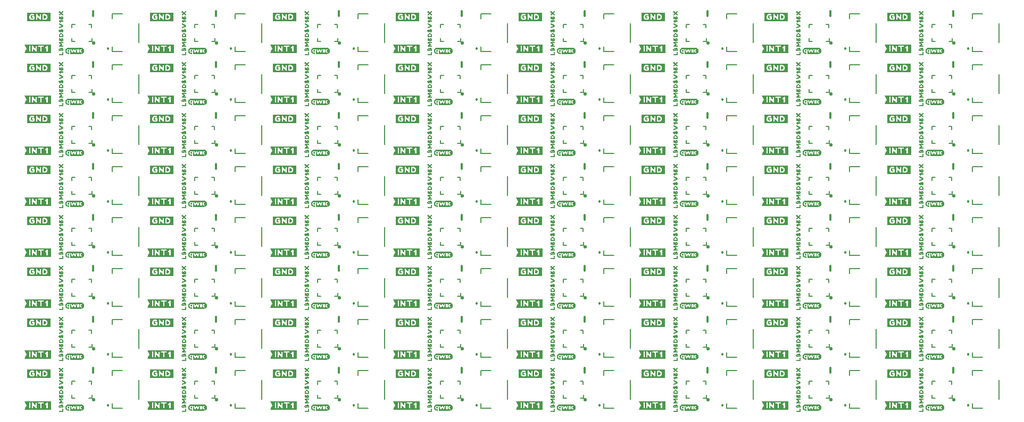
<source format=gto>
G04 EAGLE Gerber RS-274X export*
G75*
%MOMM*%
%FSLAX34Y34*%
%LPD*%
%INSilkscreen Top*%
%IPPOS*%
%AMOC8*
5,1,8,0,0,1.08239X$1,22.5*%
G01*
%ADD10C,0.304800*%
%ADD11C,0.152400*%
%ADD12C,0.203200*%
%ADD13C,0.560987*%

G36*
X1219697Y412287D02*
X1219697Y412287D01*
X1219695Y412290D01*
X1219699Y412292D01*
X1219799Y412892D01*
X1219796Y412897D01*
X1219799Y412900D01*
X1219799Y425800D01*
X1219763Y425847D01*
X1219760Y425845D01*
X1219758Y425849D01*
X1219158Y425949D01*
X1219153Y425946D01*
X1219150Y425949D01*
X1177750Y425949D01*
X1177744Y425945D01*
X1177740Y425948D01*
X1177240Y425848D01*
X1177201Y425804D01*
X1177213Y425793D01*
X1177206Y425778D01*
X1180495Y419100D01*
X1180206Y418522D01*
X1177206Y412522D01*
X1177217Y412464D01*
X1177229Y412466D01*
X1177232Y412454D01*
X1177732Y412254D01*
X1177745Y412258D01*
X1177750Y412251D01*
X1219650Y412251D01*
X1219697Y412287D01*
G37*
G36*
X46217Y574847D02*
X46217Y574847D01*
X46215Y574850D01*
X46219Y574852D01*
X46319Y575452D01*
X46316Y575457D01*
X46319Y575460D01*
X46319Y588360D01*
X46283Y588407D01*
X46280Y588405D01*
X46278Y588409D01*
X45678Y588509D01*
X45673Y588506D01*
X45670Y588509D01*
X4270Y588509D01*
X4264Y588505D01*
X4260Y588508D01*
X3760Y588408D01*
X3721Y588364D01*
X3733Y588353D01*
X3726Y588338D01*
X7015Y581660D01*
X6726Y581082D01*
X3726Y575082D01*
X3737Y575024D01*
X3749Y575026D01*
X3752Y575014D01*
X4252Y574814D01*
X4265Y574818D01*
X4270Y574811D01*
X46170Y574811D01*
X46217Y574847D01*
G37*
G36*
X241797Y5887D02*
X241797Y5887D01*
X241795Y5890D01*
X241799Y5892D01*
X241899Y6492D01*
X241896Y6497D01*
X241899Y6500D01*
X241899Y19400D01*
X241863Y19447D01*
X241860Y19445D01*
X241858Y19449D01*
X241258Y19549D01*
X241253Y19546D01*
X241250Y19549D01*
X199850Y19549D01*
X199844Y19545D01*
X199840Y19548D01*
X199340Y19448D01*
X199301Y19404D01*
X199313Y19393D01*
X199306Y19378D01*
X202595Y12700D01*
X202306Y12122D01*
X199306Y6122D01*
X199317Y6064D01*
X199329Y6066D01*
X199332Y6054D01*
X199832Y5854D01*
X199845Y5858D01*
X199850Y5851D01*
X241750Y5851D01*
X241797Y5887D01*
G37*
G36*
X632957Y5887D02*
X632957Y5887D01*
X632955Y5890D01*
X632959Y5892D01*
X633059Y6492D01*
X633056Y6497D01*
X633059Y6500D01*
X633059Y19400D01*
X633023Y19447D01*
X633020Y19445D01*
X633018Y19449D01*
X632418Y19549D01*
X632413Y19546D01*
X632410Y19549D01*
X591010Y19549D01*
X591004Y19545D01*
X591000Y19548D01*
X590500Y19448D01*
X590461Y19404D01*
X590473Y19393D01*
X590466Y19378D01*
X593755Y12700D01*
X593466Y12122D01*
X590466Y6122D01*
X590477Y6064D01*
X590489Y6066D01*
X590492Y6054D01*
X590992Y5854D01*
X591005Y5858D01*
X591010Y5851D01*
X632910Y5851D01*
X632957Y5887D01*
G37*
G36*
X437377Y5887D02*
X437377Y5887D01*
X437375Y5890D01*
X437379Y5892D01*
X437479Y6492D01*
X437476Y6497D01*
X437479Y6500D01*
X437479Y19400D01*
X437443Y19447D01*
X437440Y19445D01*
X437438Y19449D01*
X436838Y19549D01*
X436833Y19546D01*
X436830Y19549D01*
X395430Y19549D01*
X395424Y19545D01*
X395420Y19548D01*
X394920Y19448D01*
X394881Y19404D01*
X394893Y19393D01*
X394886Y19378D01*
X398175Y12700D01*
X397886Y12122D01*
X394886Y6122D01*
X394897Y6064D01*
X394909Y6066D01*
X394912Y6054D01*
X395412Y5854D01*
X395425Y5858D01*
X395430Y5851D01*
X437330Y5851D01*
X437377Y5887D01*
G37*
G36*
X828537Y87167D02*
X828537Y87167D01*
X828535Y87170D01*
X828539Y87172D01*
X828639Y87772D01*
X828636Y87777D01*
X828639Y87780D01*
X828639Y100680D01*
X828603Y100727D01*
X828600Y100725D01*
X828598Y100729D01*
X827998Y100829D01*
X827993Y100826D01*
X827990Y100829D01*
X786590Y100829D01*
X786584Y100825D01*
X786580Y100828D01*
X786080Y100728D01*
X786041Y100684D01*
X786053Y100673D01*
X786046Y100658D01*
X789335Y93980D01*
X789046Y93402D01*
X786046Y87402D01*
X786057Y87344D01*
X786069Y87346D01*
X786072Y87334D01*
X786572Y87134D01*
X786585Y87138D01*
X786590Y87131D01*
X828490Y87131D01*
X828537Y87167D01*
G37*
G36*
X437377Y87167D02*
X437377Y87167D01*
X437375Y87170D01*
X437379Y87172D01*
X437479Y87772D01*
X437476Y87777D01*
X437479Y87780D01*
X437479Y100680D01*
X437443Y100727D01*
X437440Y100725D01*
X437438Y100729D01*
X436838Y100829D01*
X436833Y100826D01*
X436830Y100829D01*
X395430Y100829D01*
X395424Y100825D01*
X395420Y100828D01*
X394920Y100728D01*
X394881Y100684D01*
X394893Y100673D01*
X394886Y100658D01*
X398175Y93980D01*
X397886Y93402D01*
X394886Y87402D01*
X394897Y87344D01*
X394909Y87346D01*
X394912Y87334D01*
X395412Y87134D01*
X395425Y87138D01*
X395430Y87131D01*
X437330Y87131D01*
X437377Y87167D01*
G37*
G36*
X241797Y87167D02*
X241797Y87167D01*
X241795Y87170D01*
X241799Y87172D01*
X241899Y87772D01*
X241896Y87777D01*
X241899Y87780D01*
X241899Y100680D01*
X241863Y100727D01*
X241860Y100725D01*
X241858Y100729D01*
X241258Y100829D01*
X241253Y100826D01*
X241250Y100829D01*
X199850Y100829D01*
X199844Y100825D01*
X199840Y100828D01*
X199340Y100728D01*
X199301Y100684D01*
X199313Y100673D01*
X199306Y100658D01*
X202595Y93980D01*
X202306Y93402D01*
X199306Y87402D01*
X199317Y87344D01*
X199329Y87346D01*
X199332Y87334D01*
X199832Y87134D01*
X199845Y87138D01*
X199850Y87131D01*
X241750Y87131D01*
X241797Y87167D01*
G37*
G36*
X828537Y574847D02*
X828537Y574847D01*
X828535Y574850D01*
X828539Y574852D01*
X828639Y575452D01*
X828636Y575457D01*
X828639Y575460D01*
X828639Y588360D01*
X828603Y588407D01*
X828600Y588405D01*
X828598Y588409D01*
X827998Y588509D01*
X827993Y588506D01*
X827990Y588509D01*
X786590Y588509D01*
X786584Y588505D01*
X786580Y588508D01*
X786080Y588408D01*
X786041Y588364D01*
X786053Y588353D01*
X786046Y588338D01*
X789335Y581660D01*
X789046Y581082D01*
X786046Y575082D01*
X786057Y575024D01*
X786069Y575026D01*
X786072Y575014D01*
X786572Y574814D01*
X786585Y574818D01*
X786590Y574811D01*
X828490Y574811D01*
X828537Y574847D01*
G37*
G36*
X241797Y493567D02*
X241797Y493567D01*
X241795Y493570D01*
X241799Y493572D01*
X241899Y494172D01*
X241896Y494177D01*
X241899Y494180D01*
X241899Y507080D01*
X241863Y507127D01*
X241860Y507125D01*
X241858Y507129D01*
X241258Y507229D01*
X241253Y507226D01*
X241250Y507229D01*
X199850Y507229D01*
X199844Y507225D01*
X199840Y507228D01*
X199340Y507128D01*
X199301Y507084D01*
X199313Y507073D01*
X199306Y507058D01*
X202595Y500380D01*
X202306Y499802D01*
X199306Y493802D01*
X199317Y493744D01*
X199329Y493746D01*
X199332Y493734D01*
X199832Y493534D01*
X199845Y493538D01*
X199850Y493531D01*
X241750Y493531D01*
X241797Y493567D01*
G37*
G36*
X437377Y331007D02*
X437377Y331007D01*
X437375Y331010D01*
X437379Y331012D01*
X437479Y331612D01*
X437476Y331617D01*
X437479Y331620D01*
X437479Y344520D01*
X437443Y344567D01*
X437440Y344565D01*
X437438Y344569D01*
X436838Y344669D01*
X436833Y344666D01*
X436830Y344669D01*
X395430Y344669D01*
X395424Y344665D01*
X395420Y344668D01*
X394920Y344568D01*
X394881Y344524D01*
X394893Y344513D01*
X394886Y344498D01*
X398175Y337820D01*
X397886Y337242D01*
X394886Y331242D01*
X394897Y331184D01*
X394909Y331186D01*
X394912Y331174D01*
X395412Y330974D01*
X395425Y330978D01*
X395430Y330971D01*
X437330Y330971D01*
X437377Y331007D01*
G37*
G36*
X828537Y331007D02*
X828537Y331007D01*
X828535Y331010D01*
X828539Y331012D01*
X828639Y331612D01*
X828636Y331617D01*
X828639Y331620D01*
X828639Y344520D01*
X828603Y344567D01*
X828600Y344565D01*
X828598Y344569D01*
X827998Y344669D01*
X827993Y344666D01*
X827990Y344669D01*
X786590Y344669D01*
X786584Y344665D01*
X786580Y344668D01*
X786080Y344568D01*
X786041Y344524D01*
X786053Y344513D01*
X786046Y344498D01*
X789335Y337820D01*
X789046Y337242D01*
X786046Y331242D01*
X786057Y331184D01*
X786069Y331186D01*
X786072Y331174D01*
X786572Y330974D01*
X786585Y330978D01*
X786590Y330971D01*
X828490Y330971D01*
X828537Y331007D01*
G37*
G36*
X1415277Y5887D02*
X1415277Y5887D01*
X1415275Y5890D01*
X1415279Y5892D01*
X1415379Y6492D01*
X1415376Y6497D01*
X1415379Y6500D01*
X1415379Y19400D01*
X1415343Y19447D01*
X1415340Y19445D01*
X1415338Y19449D01*
X1414738Y19549D01*
X1414733Y19546D01*
X1414730Y19549D01*
X1373330Y19549D01*
X1373324Y19545D01*
X1373320Y19548D01*
X1372820Y19448D01*
X1372781Y19404D01*
X1372793Y19393D01*
X1372786Y19378D01*
X1376075Y12700D01*
X1375786Y12122D01*
X1372786Y6122D01*
X1372797Y6064D01*
X1372809Y6066D01*
X1372812Y6054D01*
X1373312Y5854D01*
X1373325Y5858D01*
X1373330Y5851D01*
X1415230Y5851D01*
X1415277Y5887D01*
G37*
G36*
X46217Y331007D02*
X46217Y331007D01*
X46215Y331010D01*
X46219Y331012D01*
X46319Y331612D01*
X46316Y331617D01*
X46319Y331620D01*
X46319Y344520D01*
X46283Y344567D01*
X46280Y344565D01*
X46278Y344569D01*
X45678Y344669D01*
X45673Y344666D01*
X45670Y344669D01*
X4270Y344669D01*
X4264Y344665D01*
X4260Y344668D01*
X3760Y344568D01*
X3721Y344524D01*
X3733Y344513D01*
X3726Y344498D01*
X7015Y337820D01*
X6726Y337242D01*
X3726Y331242D01*
X3737Y331184D01*
X3749Y331186D01*
X3752Y331174D01*
X4252Y330974D01*
X4265Y330978D01*
X4270Y330971D01*
X46170Y330971D01*
X46217Y331007D01*
G37*
G36*
X632957Y331007D02*
X632957Y331007D01*
X632955Y331010D01*
X632959Y331012D01*
X633059Y331612D01*
X633056Y331617D01*
X633059Y331620D01*
X633059Y344520D01*
X633023Y344567D01*
X633020Y344565D01*
X633018Y344569D01*
X632418Y344669D01*
X632413Y344666D01*
X632410Y344669D01*
X591010Y344669D01*
X591004Y344665D01*
X591000Y344668D01*
X590500Y344568D01*
X590461Y344524D01*
X590473Y344513D01*
X590466Y344498D01*
X593755Y337820D01*
X593466Y337242D01*
X590466Y331242D01*
X590477Y331184D01*
X590489Y331186D01*
X590492Y331174D01*
X590992Y330974D01*
X591005Y330978D01*
X591010Y330971D01*
X632910Y330971D01*
X632957Y331007D01*
G37*
G36*
X241797Y331007D02*
X241797Y331007D01*
X241795Y331010D01*
X241799Y331012D01*
X241899Y331612D01*
X241896Y331617D01*
X241899Y331620D01*
X241899Y344520D01*
X241863Y344567D01*
X241860Y344565D01*
X241858Y344569D01*
X241258Y344669D01*
X241253Y344666D01*
X241250Y344669D01*
X199850Y344669D01*
X199844Y344665D01*
X199840Y344668D01*
X199340Y344568D01*
X199301Y344524D01*
X199313Y344513D01*
X199306Y344498D01*
X202595Y337820D01*
X202306Y337242D01*
X199306Y331242D01*
X199317Y331184D01*
X199329Y331186D01*
X199332Y331174D01*
X199832Y330974D01*
X199845Y330978D01*
X199850Y330971D01*
X241750Y330971D01*
X241797Y331007D01*
G37*
G36*
X1024117Y87167D02*
X1024117Y87167D01*
X1024115Y87170D01*
X1024119Y87172D01*
X1024219Y87772D01*
X1024216Y87777D01*
X1024219Y87780D01*
X1024219Y100680D01*
X1024183Y100727D01*
X1024180Y100725D01*
X1024178Y100729D01*
X1023578Y100829D01*
X1023573Y100826D01*
X1023570Y100829D01*
X982170Y100829D01*
X982164Y100825D01*
X982160Y100828D01*
X981660Y100728D01*
X981621Y100684D01*
X981633Y100673D01*
X981626Y100658D01*
X984915Y93980D01*
X984626Y93402D01*
X981626Y87402D01*
X981637Y87344D01*
X981649Y87346D01*
X981652Y87334D01*
X982152Y87134D01*
X982165Y87138D01*
X982170Y87131D01*
X1024070Y87131D01*
X1024117Y87167D01*
G37*
G36*
X437377Y412287D02*
X437377Y412287D01*
X437375Y412290D01*
X437379Y412292D01*
X437479Y412892D01*
X437476Y412897D01*
X437479Y412900D01*
X437479Y425800D01*
X437443Y425847D01*
X437440Y425845D01*
X437438Y425849D01*
X436838Y425949D01*
X436833Y425946D01*
X436830Y425949D01*
X395430Y425949D01*
X395424Y425945D01*
X395420Y425948D01*
X394920Y425848D01*
X394881Y425804D01*
X394893Y425793D01*
X394886Y425778D01*
X398175Y419100D01*
X397886Y418522D01*
X394886Y412522D01*
X394897Y412464D01*
X394909Y412466D01*
X394912Y412454D01*
X395412Y412254D01*
X395425Y412258D01*
X395430Y412251D01*
X437330Y412251D01*
X437377Y412287D01*
G37*
G36*
X632957Y412287D02*
X632957Y412287D01*
X632955Y412290D01*
X632959Y412292D01*
X633059Y412892D01*
X633056Y412897D01*
X633059Y412900D01*
X633059Y425800D01*
X633023Y425847D01*
X633020Y425845D01*
X633018Y425849D01*
X632418Y425949D01*
X632413Y425946D01*
X632410Y425949D01*
X591010Y425949D01*
X591004Y425945D01*
X591000Y425948D01*
X590500Y425848D01*
X590461Y425804D01*
X590473Y425793D01*
X590466Y425778D01*
X593755Y419100D01*
X593466Y418522D01*
X590466Y412522D01*
X590477Y412464D01*
X590489Y412466D01*
X590492Y412454D01*
X590992Y412254D01*
X591005Y412258D01*
X591010Y412251D01*
X632910Y412251D01*
X632957Y412287D01*
G37*
G36*
X46217Y412287D02*
X46217Y412287D01*
X46215Y412290D01*
X46219Y412292D01*
X46319Y412892D01*
X46316Y412897D01*
X46319Y412900D01*
X46319Y425800D01*
X46283Y425847D01*
X46280Y425845D01*
X46278Y425849D01*
X45678Y425949D01*
X45673Y425946D01*
X45670Y425949D01*
X4270Y425949D01*
X4264Y425945D01*
X4260Y425948D01*
X3760Y425848D01*
X3721Y425804D01*
X3733Y425793D01*
X3726Y425778D01*
X7015Y419100D01*
X6726Y418522D01*
X3726Y412522D01*
X3737Y412464D01*
X3749Y412466D01*
X3752Y412454D01*
X4252Y412254D01*
X4265Y412258D01*
X4270Y412251D01*
X46170Y412251D01*
X46217Y412287D01*
G37*
G36*
X1024117Y412287D02*
X1024117Y412287D01*
X1024115Y412290D01*
X1024119Y412292D01*
X1024219Y412892D01*
X1024216Y412897D01*
X1024219Y412900D01*
X1024219Y425800D01*
X1024183Y425847D01*
X1024180Y425845D01*
X1024178Y425849D01*
X1023578Y425949D01*
X1023573Y425946D01*
X1023570Y425949D01*
X982170Y425949D01*
X982164Y425945D01*
X982160Y425948D01*
X981660Y425848D01*
X981621Y425804D01*
X981633Y425793D01*
X981626Y425778D01*
X984915Y419100D01*
X984626Y418522D01*
X981626Y412522D01*
X981637Y412464D01*
X981649Y412466D01*
X981652Y412454D01*
X982152Y412254D01*
X982165Y412258D01*
X982170Y412251D01*
X1024070Y412251D01*
X1024117Y412287D01*
G37*
G36*
X1415277Y412287D02*
X1415277Y412287D01*
X1415275Y412290D01*
X1415279Y412292D01*
X1415379Y412892D01*
X1415376Y412897D01*
X1415379Y412900D01*
X1415379Y425800D01*
X1415343Y425847D01*
X1415340Y425845D01*
X1415338Y425849D01*
X1414738Y425949D01*
X1414733Y425946D01*
X1414730Y425949D01*
X1373330Y425949D01*
X1373324Y425945D01*
X1373320Y425948D01*
X1372820Y425848D01*
X1372781Y425804D01*
X1372793Y425793D01*
X1372786Y425778D01*
X1376075Y419100D01*
X1375786Y418522D01*
X1372786Y412522D01*
X1372797Y412464D01*
X1372809Y412466D01*
X1372812Y412454D01*
X1373312Y412254D01*
X1373325Y412258D01*
X1373330Y412251D01*
X1415230Y412251D01*
X1415277Y412287D01*
G37*
G36*
X632957Y249727D02*
X632957Y249727D01*
X632955Y249730D01*
X632959Y249732D01*
X633059Y250332D01*
X633056Y250337D01*
X633059Y250340D01*
X633059Y263240D01*
X633023Y263287D01*
X633020Y263285D01*
X633018Y263289D01*
X632418Y263389D01*
X632413Y263386D01*
X632410Y263389D01*
X591010Y263389D01*
X591004Y263385D01*
X591000Y263388D01*
X590500Y263288D01*
X590461Y263244D01*
X590473Y263233D01*
X590466Y263218D01*
X593755Y256540D01*
X593466Y255962D01*
X590466Y249962D01*
X590477Y249904D01*
X590489Y249906D01*
X590492Y249894D01*
X590992Y249694D01*
X591005Y249698D01*
X591010Y249691D01*
X632910Y249691D01*
X632957Y249727D01*
G37*
G36*
X828537Y412287D02*
X828537Y412287D01*
X828535Y412290D01*
X828539Y412292D01*
X828639Y412892D01*
X828636Y412897D01*
X828639Y412900D01*
X828639Y425800D01*
X828603Y425847D01*
X828600Y425845D01*
X828598Y425849D01*
X827998Y425949D01*
X827993Y425946D01*
X827990Y425949D01*
X786590Y425949D01*
X786584Y425945D01*
X786580Y425948D01*
X786080Y425848D01*
X786041Y425804D01*
X786053Y425793D01*
X786046Y425778D01*
X789335Y419100D01*
X789046Y418522D01*
X786046Y412522D01*
X786057Y412464D01*
X786069Y412466D01*
X786072Y412454D01*
X786572Y412254D01*
X786585Y412258D01*
X786590Y412251D01*
X828490Y412251D01*
X828537Y412287D01*
G37*
G36*
X1024117Y249727D02*
X1024117Y249727D01*
X1024115Y249730D01*
X1024119Y249732D01*
X1024219Y250332D01*
X1024216Y250337D01*
X1024219Y250340D01*
X1024219Y263240D01*
X1024183Y263287D01*
X1024180Y263285D01*
X1024178Y263289D01*
X1023578Y263389D01*
X1023573Y263386D01*
X1023570Y263389D01*
X982170Y263389D01*
X982164Y263385D01*
X982160Y263388D01*
X981660Y263288D01*
X981621Y263244D01*
X981633Y263233D01*
X981626Y263218D01*
X984915Y256540D01*
X984626Y255962D01*
X981626Y249962D01*
X981637Y249904D01*
X981649Y249906D01*
X981652Y249894D01*
X982152Y249694D01*
X982165Y249698D01*
X982170Y249691D01*
X1024070Y249691D01*
X1024117Y249727D01*
G37*
G36*
X241797Y412287D02*
X241797Y412287D01*
X241795Y412290D01*
X241799Y412292D01*
X241899Y412892D01*
X241896Y412897D01*
X241899Y412900D01*
X241899Y425800D01*
X241863Y425847D01*
X241860Y425845D01*
X241858Y425849D01*
X241258Y425949D01*
X241253Y425946D01*
X241250Y425949D01*
X199850Y425949D01*
X199844Y425945D01*
X199840Y425948D01*
X199340Y425848D01*
X199301Y425804D01*
X199313Y425793D01*
X199306Y425778D01*
X202595Y419100D01*
X202306Y418522D01*
X199306Y412522D01*
X199317Y412464D01*
X199329Y412466D01*
X199332Y412454D01*
X199832Y412254D01*
X199845Y412258D01*
X199850Y412251D01*
X241750Y412251D01*
X241797Y412287D01*
G37*
G36*
X46217Y87167D02*
X46217Y87167D01*
X46215Y87170D01*
X46219Y87172D01*
X46319Y87772D01*
X46316Y87777D01*
X46319Y87780D01*
X46319Y100680D01*
X46283Y100727D01*
X46280Y100725D01*
X46278Y100729D01*
X45678Y100829D01*
X45673Y100826D01*
X45670Y100829D01*
X4270Y100829D01*
X4264Y100825D01*
X4260Y100828D01*
X3760Y100728D01*
X3721Y100684D01*
X3733Y100673D01*
X3726Y100658D01*
X7015Y93980D01*
X6726Y93402D01*
X3726Y87402D01*
X3737Y87344D01*
X3749Y87346D01*
X3752Y87334D01*
X4252Y87134D01*
X4265Y87138D01*
X4270Y87131D01*
X46170Y87131D01*
X46217Y87167D01*
G37*
G36*
X1219697Y249727D02*
X1219697Y249727D01*
X1219695Y249730D01*
X1219699Y249732D01*
X1219799Y250332D01*
X1219796Y250337D01*
X1219799Y250340D01*
X1219799Y263240D01*
X1219763Y263287D01*
X1219760Y263285D01*
X1219758Y263289D01*
X1219158Y263389D01*
X1219153Y263386D01*
X1219150Y263389D01*
X1177750Y263389D01*
X1177744Y263385D01*
X1177740Y263388D01*
X1177240Y263288D01*
X1177201Y263244D01*
X1177213Y263233D01*
X1177206Y263218D01*
X1180495Y256540D01*
X1180206Y255962D01*
X1177206Y249962D01*
X1177217Y249904D01*
X1177229Y249906D01*
X1177232Y249894D01*
X1177732Y249694D01*
X1177745Y249698D01*
X1177750Y249691D01*
X1219650Y249691D01*
X1219697Y249727D01*
G37*
G36*
X1415277Y331007D02*
X1415277Y331007D01*
X1415275Y331010D01*
X1415279Y331012D01*
X1415379Y331612D01*
X1415376Y331617D01*
X1415379Y331620D01*
X1415379Y344520D01*
X1415343Y344567D01*
X1415340Y344565D01*
X1415338Y344569D01*
X1414738Y344669D01*
X1414733Y344666D01*
X1414730Y344669D01*
X1373330Y344669D01*
X1373324Y344665D01*
X1373320Y344668D01*
X1372820Y344568D01*
X1372781Y344524D01*
X1372793Y344513D01*
X1372786Y344498D01*
X1376075Y337820D01*
X1375786Y337242D01*
X1372786Y331242D01*
X1372797Y331184D01*
X1372809Y331186D01*
X1372812Y331174D01*
X1373312Y330974D01*
X1373325Y330978D01*
X1373330Y330971D01*
X1415230Y330971D01*
X1415277Y331007D01*
G37*
G36*
X1024117Y331007D02*
X1024117Y331007D01*
X1024115Y331010D01*
X1024119Y331012D01*
X1024219Y331612D01*
X1024216Y331617D01*
X1024219Y331620D01*
X1024219Y344520D01*
X1024183Y344567D01*
X1024180Y344565D01*
X1024178Y344569D01*
X1023578Y344669D01*
X1023573Y344666D01*
X1023570Y344669D01*
X982170Y344669D01*
X982164Y344665D01*
X982160Y344668D01*
X981660Y344568D01*
X981621Y344524D01*
X981633Y344513D01*
X981626Y344498D01*
X984915Y337820D01*
X984626Y337242D01*
X981626Y331242D01*
X981637Y331184D01*
X981649Y331186D01*
X981652Y331174D01*
X982152Y330974D01*
X982165Y330978D01*
X982170Y330971D01*
X1024070Y330971D01*
X1024117Y331007D01*
G37*
G36*
X632957Y87167D02*
X632957Y87167D01*
X632955Y87170D01*
X632959Y87172D01*
X633059Y87772D01*
X633056Y87777D01*
X633059Y87780D01*
X633059Y100680D01*
X633023Y100727D01*
X633020Y100725D01*
X633018Y100729D01*
X632418Y100829D01*
X632413Y100826D01*
X632410Y100829D01*
X591010Y100829D01*
X591004Y100825D01*
X591000Y100828D01*
X590500Y100728D01*
X590461Y100684D01*
X590473Y100673D01*
X590466Y100658D01*
X593755Y93980D01*
X593466Y93402D01*
X590466Y87402D01*
X590477Y87344D01*
X590489Y87346D01*
X590492Y87334D01*
X590992Y87134D01*
X591005Y87138D01*
X591010Y87131D01*
X632910Y87131D01*
X632957Y87167D01*
G37*
G36*
X1219697Y331007D02*
X1219697Y331007D01*
X1219695Y331010D01*
X1219699Y331012D01*
X1219799Y331612D01*
X1219796Y331617D01*
X1219799Y331620D01*
X1219799Y344520D01*
X1219763Y344567D01*
X1219760Y344565D01*
X1219758Y344569D01*
X1219158Y344669D01*
X1219153Y344666D01*
X1219150Y344669D01*
X1177750Y344669D01*
X1177744Y344665D01*
X1177740Y344668D01*
X1177240Y344568D01*
X1177201Y344524D01*
X1177213Y344513D01*
X1177206Y344498D01*
X1180495Y337820D01*
X1180206Y337242D01*
X1177206Y331242D01*
X1177217Y331184D01*
X1177229Y331186D01*
X1177232Y331174D01*
X1177732Y330974D01*
X1177745Y330978D01*
X1177750Y330971D01*
X1219650Y330971D01*
X1219697Y331007D01*
G37*
G36*
X828537Y493567D02*
X828537Y493567D01*
X828535Y493570D01*
X828539Y493572D01*
X828639Y494172D01*
X828636Y494177D01*
X828639Y494180D01*
X828639Y507080D01*
X828603Y507127D01*
X828600Y507125D01*
X828598Y507129D01*
X827998Y507229D01*
X827993Y507226D01*
X827990Y507229D01*
X786590Y507229D01*
X786584Y507225D01*
X786580Y507228D01*
X786080Y507128D01*
X786041Y507084D01*
X786053Y507073D01*
X786046Y507058D01*
X789335Y500380D01*
X789046Y499802D01*
X786046Y493802D01*
X786057Y493744D01*
X786069Y493746D01*
X786072Y493734D01*
X786572Y493534D01*
X786585Y493538D01*
X786590Y493531D01*
X828490Y493531D01*
X828537Y493567D01*
G37*
G36*
X1219697Y87167D02*
X1219697Y87167D01*
X1219695Y87170D01*
X1219699Y87172D01*
X1219799Y87772D01*
X1219796Y87777D01*
X1219799Y87780D01*
X1219799Y100680D01*
X1219763Y100727D01*
X1219760Y100725D01*
X1219758Y100729D01*
X1219158Y100829D01*
X1219153Y100826D01*
X1219150Y100829D01*
X1177750Y100829D01*
X1177744Y100825D01*
X1177740Y100828D01*
X1177240Y100728D01*
X1177201Y100684D01*
X1177213Y100673D01*
X1177206Y100658D01*
X1180495Y93980D01*
X1180206Y93402D01*
X1177206Y87402D01*
X1177217Y87344D01*
X1177229Y87346D01*
X1177232Y87334D01*
X1177732Y87134D01*
X1177745Y87138D01*
X1177750Y87131D01*
X1219650Y87131D01*
X1219697Y87167D01*
G37*
G36*
X1415277Y87167D02*
X1415277Y87167D01*
X1415275Y87170D01*
X1415279Y87172D01*
X1415379Y87772D01*
X1415376Y87777D01*
X1415379Y87780D01*
X1415379Y100680D01*
X1415343Y100727D01*
X1415340Y100725D01*
X1415338Y100729D01*
X1414738Y100829D01*
X1414733Y100826D01*
X1414730Y100829D01*
X1373330Y100829D01*
X1373324Y100825D01*
X1373320Y100828D01*
X1372820Y100728D01*
X1372781Y100684D01*
X1372793Y100673D01*
X1372786Y100658D01*
X1376075Y93980D01*
X1375786Y93402D01*
X1372786Y87402D01*
X1372797Y87344D01*
X1372809Y87346D01*
X1372812Y87334D01*
X1373312Y87134D01*
X1373325Y87138D01*
X1373330Y87131D01*
X1415230Y87131D01*
X1415277Y87167D01*
G37*
G36*
X632957Y493567D02*
X632957Y493567D01*
X632955Y493570D01*
X632959Y493572D01*
X633059Y494172D01*
X633056Y494177D01*
X633059Y494180D01*
X633059Y507080D01*
X633023Y507127D01*
X633020Y507125D01*
X633018Y507129D01*
X632418Y507229D01*
X632413Y507226D01*
X632410Y507229D01*
X591010Y507229D01*
X591004Y507225D01*
X591000Y507228D01*
X590500Y507128D01*
X590461Y507084D01*
X590473Y507073D01*
X590466Y507058D01*
X593755Y500380D01*
X593466Y499802D01*
X590466Y493802D01*
X590477Y493744D01*
X590489Y493746D01*
X590492Y493734D01*
X590992Y493534D01*
X591005Y493538D01*
X591010Y493531D01*
X632910Y493531D01*
X632957Y493567D01*
G37*
G36*
X1024117Y493567D02*
X1024117Y493567D01*
X1024115Y493570D01*
X1024119Y493572D01*
X1024219Y494172D01*
X1024216Y494177D01*
X1024219Y494180D01*
X1024219Y507080D01*
X1024183Y507127D01*
X1024180Y507125D01*
X1024178Y507129D01*
X1023578Y507229D01*
X1023573Y507226D01*
X1023570Y507229D01*
X982170Y507229D01*
X982164Y507225D01*
X982160Y507228D01*
X981660Y507128D01*
X981621Y507084D01*
X981633Y507073D01*
X981626Y507058D01*
X984915Y500380D01*
X984626Y499802D01*
X981626Y493802D01*
X981637Y493744D01*
X981649Y493746D01*
X981652Y493734D01*
X982152Y493534D01*
X982165Y493538D01*
X982170Y493531D01*
X1024070Y493531D01*
X1024117Y493567D01*
G37*
G36*
X1415277Y493567D02*
X1415277Y493567D01*
X1415275Y493570D01*
X1415279Y493572D01*
X1415379Y494172D01*
X1415376Y494177D01*
X1415379Y494180D01*
X1415379Y507080D01*
X1415343Y507127D01*
X1415340Y507125D01*
X1415338Y507129D01*
X1414738Y507229D01*
X1414733Y507226D01*
X1414730Y507229D01*
X1373330Y507229D01*
X1373324Y507225D01*
X1373320Y507228D01*
X1372820Y507128D01*
X1372781Y507084D01*
X1372793Y507073D01*
X1372786Y507058D01*
X1376075Y500380D01*
X1375786Y499802D01*
X1372786Y493802D01*
X1372797Y493744D01*
X1372809Y493746D01*
X1372812Y493734D01*
X1373312Y493534D01*
X1373325Y493538D01*
X1373330Y493531D01*
X1415230Y493531D01*
X1415277Y493567D01*
G37*
G36*
X46217Y493567D02*
X46217Y493567D01*
X46215Y493570D01*
X46219Y493572D01*
X46319Y494172D01*
X46316Y494177D01*
X46319Y494180D01*
X46319Y507080D01*
X46283Y507127D01*
X46280Y507125D01*
X46278Y507129D01*
X45678Y507229D01*
X45673Y507226D01*
X45670Y507229D01*
X4270Y507229D01*
X4264Y507225D01*
X4260Y507228D01*
X3760Y507128D01*
X3721Y507084D01*
X3733Y507073D01*
X3726Y507058D01*
X7015Y500380D01*
X6726Y499802D01*
X3726Y493802D01*
X3737Y493744D01*
X3749Y493746D01*
X3752Y493734D01*
X4252Y493534D01*
X4265Y493538D01*
X4270Y493531D01*
X46170Y493531D01*
X46217Y493567D01*
G37*
G36*
X437377Y493567D02*
X437377Y493567D01*
X437375Y493570D01*
X437379Y493572D01*
X437479Y494172D01*
X437476Y494177D01*
X437479Y494180D01*
X437479Y507080D01*
X437443Y507127D01*
X437440Y507125D01*
X437438Y507129D01*
X436838Y507229D01*
X436833Y507226D01*
X436830Y507229D01*
X395430Y507229D01*
X395424Y507225D01*
X395420Y507228D01*
X394920Y507128D01*
X394881Y507084D01*
X394893Y507073D01*
X394886Y507058D01*
X398175Y500380D01*
X397886Y499802D01*
X394886Y493802D01*
X394897Y493744D01*
X394909Y493746D01*
X394912Y493734D01*
X395412Y493534D01*
X395425Y493538D01*
X395430Y493531D01*
X437330Y493531D01*
X437377Y493567D01*
G37*
G36*
X437377Y168447D02*
X437377Y168447D01*
X437375Y168450D01*
X437379Y168452D01*
X437479Y169052D01*
X437476Y169057D01*
X437479Y169060D01*
X437479Y181960D01*
X437443Y182007D01*
X437440Y182005D01*
X437438Y182009D01*
X436838Y182109D01*
X436833Y182106D01*
X436830Y182109D01*
X395430Y182109D01*
X395424Y182105D01*
X395420Y182108D01*
X394920Y182008D01*
X394881Y181964D01*
X394893Y181953D01*
X394886Y181938D01*
X398175Y175260D01*
X397886Y174682D01*
X394886Y168682D01*
X394897Y168624D01*
X394909Y168626D01*
X394912Y168614D01*
X395412Y168414D01*
X395425Y168418D01*
X395430Y168411D01*
X437330Y168411D01*
X437377Y168447D01*
G37*
G36*
X1219697Y168447D02*
X1219697Y168447D01*
X1219695Y168450D01*
X1219699Y168452D01*
X1219799Y169052D01*
X1219796Y169057D01*
X1219799Y169060D01*
X1219799Y181960D01*
X1219763Y182007D01*
X1219760Y182005D01*
X1219758Y182009D01*
X1219158Y182109D01*
X1219153Y182106D01*
X1219150Y182109D01*
X1177750Y182109D01*
X1177744Y182105D01*
X1177740Y182108D01*
X1177240Y182008D01*
X1177201Y181964D01*
X1177213Y181953D01*
X1177206Y181938D01*
X1180495Y175260D01*
X1180206Y174682D01*
X1177206Y168682D01*
X1177217Y168624D01*
X1177229Y168626D01*
X1177232Y168614D01*
X1177732Y168414D01*
X1177745Y168418D01*
X1177750Y168411D01*
X1219650Y168411D01*
X1219697Y168447D01*
G37*
G36*
X46217Y168447D02*
X46217Y168447D01*
X46215Y168450D01*
X46219Y168452D01*
X46319Y169052D01*
X46316Y169057D01*
X46319Y169060D01*
X46319Y181960D01*
X46283Y182007D01*
X46280Y182005D01*
X46278Y182009D01*
X45678Y182109D01*
X45673Y182106D01*
X45670Y182109D01*
X4270Y182109D01*
X4264Y182105D01*
X4260Y182108D01*
X3760Y182008D01*
X3721Y181964D01*
X3733Y181953D01*
X3726Y181938D01*
X7015Y175260D01*
X6726Y174682D01*
X3726Y168682D01*
X3737Y168624D01*
X3749Y168626D01*
X3752Y168614D01*
X4252Y168414D01*
X4265Y168418D01*
X4270Y168411D01*
X46170Y168411D01*
X46217Y168447D01*
G37*
G36*
X828537Y168447D02*
X828537Y168447D01*
X828535Y168450D01*
X828539Y168452D01*
X828639Y169052D01*
X828636Y169057D01*
X828639Y169060D01*
X828639Y181960D01*
X828603Y182007D01*
X828600Y182005D01*
X828598Y182009D01*
X827998Y182109D01*
X827993Y182106D01*
X827990Y182109D01*
X786590Y182109D01*
X786584Y182105D01*
X786580Y182108D01*
X786080Y182008D01*
X786041Y181964D01*
X786053Y181953D01*
X786046Y181938D01*
X789335Y175260D01*
X789046Y174682D01*
X786046Y168682D01*
X786057Y168624D01*
X786069Y168626D01*
X786072Y168614D01*
X786572Y168414D01*
X786585Y168418D01*
X786590Y168411D01*
X828490Y168411D01*
X828537Y168447D01*
G37*
G36*
X1415277Y168447D02*
X1415277Y168447D01*
X1415275Y168450D01*
X1415279Y168452D01*
X1415379Y169052D01*
X1415376Y169057D01*
X1415379Y169060D01*
X1415379Y181960D01*
X1415343Y182007D01*
X1415340Y182005D01*
X1415338Y182009D01*
X1414738Y182109D01*
X1414733Y182106D01*
X1414730Y182109D01*
X1373330Y182109D01*
X1373324Y182105D01*
X1373320Y182108D01*
X1372820Y182008D01*
X1372781Y181964D01*
X1372793Y181953D01*
X1372786Y181938D01*
X1376075Y175260D01*
X1375786Y174682D01*
X1372786Y168682D01*
X1372797Y168624D01*
X1372809Y168626D01*
X1372812Y168614D01*
X1373312Y168414D01*
X1373325Y168418D01*
X1373330Y168411D01*
X1415230Y168411D01*
X1415277Y168447D01*
G37*
G36*
X632957Y168447D02*
X632957Y168447D01*
X632955Y168450D01*
X632959Y168452D01*
X633059Y169052D01*
X633056Y169057D01*
X633059Y169060D01*
X633059Y181960D01*
X633023Y182007D01*
X633020Y182005D01*
X633018Y182009D01*
X632418Y182109D01*
X632413Y182106D01*
X632410Y182109D01*
X591010Y182109D01*
X591004Y182105D01*
X591000Y182108D01*
X590500Y182008D01*
X590461Y181964D01*
X590473Y181953D01*
X590466Y181938D01*
X593755Y175260D01*
X593466Y174682D01*
X590466Y168682D01*
X590477Y168624D01*
X590489Y168626D01*
X590492Y168614D01*
X590992Y168414D01*
X591005Y168418D01*
X591010Y168411D01*
X632910Y168411D01*
X632957Y168447D01*
G37*
G36*
X241797Y168447D02*
X241797Y168447D01*
X241795Y168450D01*
X241799Y168452D01*
X241899Y169052D01*
X241896Y169057D01*
X241899Y169060D01*
X241899Y181960D01*
X241863Y182007D01*
X241860Y182005D01*
X241858Y182009D01*
X241258Y182109D01*
X241253Y182106D01*
X241250Y182109D01*
X199850Y182109D01*
X199844Y182105D01*
X199840Y182108D01*
X199340Y182008D01*
X199301Y181964D01*
X199313Y181953D01*
X199306Y181938D01*
X202595Y175260D01*
X202306Y174682D01*
X199306Y168682D01*
X199317Y168624D01*
X199329Y168626D01*
X199332Y168614D01*
X199832Y168414D01*
X199845Y168418D01*
X199850Y168411D01*
X241750Y168411D01*
X241797Y168447D01*
G37*
G36*
X1024117Y168447D02*
X1024117Y168447D01*
X1024115Y168450D01*
X1024119Y168452D01*
X1024219Y169052D01*
X1024216Y169057D01*
X1024219Y169060D01*
X1024219Y181960D01*
X1024183Y182007D01*
X1024180Y182005D01*
X1024178Y182009D01*
X1023578Y182109D01*
X1023573Y182106D01*
X1023570Y182109D01*
X982170Y182109D01*
X982164Y182105D01*
X982160Y182108D01*
X981660Y182008D01*
X981621Y181964D01*
X981633Y181953D01*
X981626Y181938D01*
X984915Y175260D01*
X984626Y174682D01*
X981626Y168682D01*
X981637Y168624D01*
X981649Y168626D01*
X981652Y168614D01*
X982152Y168414D01*
X982165Y168418D01*
X982170Y168411D01*
X1024070Y168411D01*
X1024117Y168447D01*
G37*
G36*
X828537Y5887D02*
X828537Y5887D01*
X828535Y5890D01*
X828539Y5892D01*
X828639Y6492D01*
X828636Y6497D01*
X828639Y6500D01*
X828639Y19400D01*
X828603Y19447D01*
X828600Y19445D01*
X828598Y19449D01*
X827998Y19549D01*
X827993Y19546D01*
X827990Y19549D01*
X786590Y19549D01*
X786584Y19545D01*
X786580Y19548D01*
X786080Y19448D01*
X786041Y19404D01*
X786053Y19393D01*
X786046Y19378D01*
X789335Y12700D01*
X789046Y12122D01*
X786046Y6122D01*
X786057Y6064D01*
X786069Y6066D01*
X786072Y6054D01*
X786572Y5854D01*
X786585Y5858D01*
X786590Y5851D01*
X828490Y5851D01*
X828537Y5887D01*
G37*
G36*
X1219697Y5887D02*
X1219697Y5887D01*
X1219695Y5890D01*
X1219699Y5892D01*
X1219799Y6492D01*
X1219796Y6497D01*
X1219799Y6500D01*
X1219799Y19400D01*
X1219763Y19447D01*
X1219760Y19445D01*
X1219758Y19449D01*
X1219158Y19549D01*
X1219153Y19546D01*
X1219150Y19549D01*
X1177750Y19549D01*
X1177744Y19545D01*
X1177740Y19548D01*
X1177240Y19448D01*
X1177201Y19404D01*
X1177213Y19393D01*
X1177206Y19378D01*
X1180495Y12700D01*
X1180206Y12122D01*
X1177206Y6122D01*
X1177217Y6064D01*
X1177229Y6066D01*
X1177232Y6054D01*
X1177732Y5854D01*
X1177745Y5858D01*
X1177750Y5851D01*
X1219650Y5851D01*
X1219697Y5887D01*
G37*
G36*
X1024117Y5887D02*
X1024117Y5887D01*
X1024115Y5890D01*
X1024119Y5892D01*
X1024219Y6492D01*
X1024216Y6497D01*
X1024219Y6500D01*
X1024219Y19400D01*
X1024183Y19447D01*
X1024180Y19445D01*
X1024178Y19449D01*
X1023578Y19549D01*
X1023573Y19546D01*
X1023570Y19549D01*
X982170Y19549D01*
X982164Y19545D01*
X982160Y19548D01*
X981660Y19448D01*
X981621Y19404D01*
X981633Y19393D01*
X981626Y19378D01*
X984915Y12700D01*
X984626Y12122D01*
X981626Y6122D01*
X981637Y6064D01*
X981649Y6066D01*
X981652Y6054D01*
X982152Y5854D01*
X982165Y5858D01*
X982170Y5851D01*
X1024070Y5851D01*
X1024117Y5887D01*
G37*
G36*
X1219697Y493567D02*
X1219697Y493567D01*
X1219695Y493570D01*
X1219699Y493572D01*
X1219799Y494172D01*
X1219796Y494177D01*
X1219799Y494180D01*
X1219799Y507080D01*
X1219763Y507127D01*
X1219760Y507125D01*
X1219758Y507129D01*
X1219158Y507229D01*
X1219153Y507226D01*
X1219150Y507229D01*
X1177750Y507229D01*
X1177744Y507225D01*
X1177740Y507228D01*
X1177240Y507128D01*
X1177201Y507084D01*
X1177213Y507073D01*
X1177206Y507058D01*
X1180495Y500380D01*
X1180206Y499802D01*
X1177206Y493802D01*
X1177217Y493744D01*
X1177229Y493746D01*
X1177232Y493734D01*
X1177732Y493534D01*
X1177745Y493538D01*
X1177750Y493531D01*
X1219650Y493531D01*
X1219697Y493567D01*
G37*
G36*
X241797Y249727D02*
X241797Y249727D01*
X241795Y249730D01*
X241799Y249732D01*
X241899Y250332D01*
X241896Y250337D01*
X241899Y250340D01*
X241899Y263240D01*
X241863Y263287D01*
X241860Y263285D01*
X241858Y263289D01*
X241258Y263389D01*
X241253Y263386D01*
X241250Y263389D01*
X199850Y263389D01*
X199844Y263385D01*
X199840Y263388D01*
X199340Y263288D01*
X199301Y263244D01*
X199313Y263233D01*
X199306Y263218D01*
X202595Y256540D01*
X202306Y255962D01*
X199306Y249962D01*
X199317Y249904D01*
X199329Y249906D01*
X199332Y249894D01*
X199832Y249694D01*
X199845Y249698D01*
X199850Y249691D01*
X241750Y249691D01*
X241797Y249727D01*
G37*
G36*
X46217Y5887D02*
X46217Y5887D01*
X46215Y5890D01*
X46219Y5892D01*
X46319Y6492D01*
X46316Y6497D01*
X46319Y6500D01*
X46319Y19400D01*
X46283Y19447D01*
X46280Y19445D01*
X46278Y19449D01*
X45678Y19549D01*
X45673Y19546D01*
X45670Y19549D01*
X4270Y19549D01*
X4264Y19545D01*
X4260Y19548D01*
X3760Y19448D01*
X3721Y19404D01*
X3733Y19393D01*
X3726Y19378D01*
X7015Y12700D01*
X6726Y12122D01*
X3726Y6122D01*
X3737Y6064D01*
X3749Y6066D01*
X3752Y6054D01*
X4252Y5854D01*
X4265Y5858D01*
X4270Y5851D01*
X46170Y5851D01*
X46217Y5887D01*
G37*
G36*
X46217Y249727D02*
X46217Y249727D01*
X46215Y249730D01*
X46219Y249732D01*
X46319Y250332D01*
X46316Y250337D01*
X46319Y250340D01*
X46319Y263240D01*
X46283Y263287D01*
X46280Y263285D01*
X46278Y263289D01*
X45678Y263389D01*
X45673Y263386D01*
X45670Y263389D01*
X4270Y263389D01*
X4264Y263385D01*
X4260Y263388D01*
X3760Y263288D01*
X3721Y263244D01*
X3733Y263233D01*
X3726Y263218D01*
X7015Y256540D01*
X6726Y255962D01*
X3726Y249962D01*
X3737Y249904D01*
X3749Y249906D01*
X3752Y249894D01*
X4252Y249694D01*
X4265Y249698D01*
X4270Y249691D01*
X46170Y249691D01*
X46217Y249727D01*
G37*
G36*
X1415277Y249727D02*
X1415277Y249727D01*
X1415275Y249730D01*
X1415279Y249732D01*
X1415379Y250332D01*
X1415376Y250337D01*
X1415379Y250340D01*
X1415379Y263240D01*
X1415343Y263287D01*
X1415340Y263285D01*
X1415338Y263289D01*
X1414738Y263389D01*
X1414733Y263386D01*
X1414730Y263389D01*
X1373330Y263389D01*
X1373324Y263385D01*
X1373320Y263388D01*
X1372820Y263288D01*
X1372781Y263244D01*
X1372793Y263233D01*
X1372786Y263218D01*
X1376075Y256540D01*
X1375786Y255962D01*
X1372786Y249962D01*
X1372797Y249904D01*
X1372809Y249906D01*
X1372812Y249894D01*
X1373312Y249694D01*
X1373325Y249698D01*
X1373330Y249691D01*
X1415230Y249691D01*
X1415277Y249727D01*
G37*
G36*
X828537Y249727D02*
X828537Y249727D01*
X828535Y249730D01*
X828539Y249732D01*
X828639Y250332D01*
X828636Y250337D01*
X828639Y250340D01*
X828639Y263240D01*
X828603Y263287D01*
X828600Y263285D01*
X828598Y263289D01*
X827998Y263389D01*
X827993Y263386D01*
X827990Y263389D01*
X786590Y263389D01*
X786584Y263385D01*
X786580Y263388D01*
X786080Y263288D01*
X786041Y263244D01*
X786053Y263233D01*
X786046Y263218D01*
X789335Y256540D01*
X789046Y255962D01*
X786046Y249962D01*
X786057Y249904D01*
X786069Y249906D01*
X786072Y249894D01*
X786572Y249694D01*
X786585Y249698D01*
X786590Y249691D01*
X828490Y249691D01*
X828537Y249727D01*
G37*
G36*
X437377Y249727D02*
X437377Y249727D01*
X437375Y249730D01*
X437379Y249732D01*
X437479Y250332D01*
X437476Y250337D01*
X437479Y250340D01*
X437479Y263240D01*
X437443Y263287D01*
X437440Y263285D01*
X437438Y263289D01*
X436838Y263389D01*
X436833Y263386D01*
X436830Y263389D01*
X395430Y263389D01*
X395424Y263385D01*
X395420Y263388D01*
X394920Y263288D01*
X394881Y263244D01*
X394893Y263233D01*
X394886Y263218D01*
X398175Y256540D01*
X397886Y255962D01*
X394886Y249962D01*
X394897Y249904D01*
X394909Y249906D01*
X394912Y249894D01*
X395412Y249694D01*
X395425Y249698D01*
X395430Y249691D01*
X437330Y249691D01*
X437377Y249727D01*
G37*
G36*
X241797Y574847D02*
X241797Y574847D01*
X241795Y574850D01*
X241799Y574852D01*
X241899Y575452D01*
X241896Y575457D01*
X241899Y575460D01*
X241899Y588360D01*
X241863Y588407D01*
X241860Y588405D01*
X241858Y588409D01*
X241258Y588509D01*
X241253Y588506D01*
X241250Y588509D01*
X199850Y588509D01*
X199844Y588505D01*
X199840Y588508D01*
X199340Y588408D01*
X199301Y588364D01*
X199313Y588353D01*
X199306Y588338D01*
X202595Y581660D01*
X202306Y581082D01*
X199306Y575082D01*
X199317Y575024D01*
X199329Y575026D01*
X199332Y575014D01*
X199832Y574814D01*
X199845Y574818D01*
X199850Y574811D01*
X241750Y574811D01*
X241797Y574847D01*
G37*
G36*
X1219697Y574847D02*
X1219697Y574847D01*
X1219695Y574850D01*
X1219699Y574852D01*
X1219799Y575452D01*
X1219796Y575457D01*
X1219799Y575460D01*
X1219799Y588360D01*
X1219763Y588407D01*
X1219760Y588405D01*
X1219758Y588409D01*
X1219158Y588509D01*
X1219153Y588506D01*
X1219150Y588509D01*
X1177750Y588509D01*
X1177744Y588505D01*
X1177740Y588508D01*
X1177240Y588408D01*
X1177201Y588364D01*
X1177213Y588353D01*
X1177206Y588338D01*
X1180495Y581660D01*
X1180206Y581082D01*
X1177206Y575082D01*
X1177217Y575024D01*
X1177229Y575026D01*
X1177232Y575014D01*
X1177732Y574814D01*
X1177745Y574818D01*
X1177750Y574811D01*
X1219650Y574811D01*
X1219697Y574847D01*
G37*
G36*
X1415277Y574847D02*
X1415277Y574847D01*
X1415275Y574850D01*
X1415279Y574852D01*
X1415379Y575452D01*
X1415376Y575457D01*
X1415379Y575460D01*
X1415379Y588360D01*
X1415343Y588407D01*
X1415340Y588405D01*
X1415338Y588409D01*
X1414738Y588509D01*
X1414733Y588506D01*
X1414730Y588509D01*
X1373330Y588509D01*
X1373324Y588505D01*
X1373320Y588508D01*
X1372820Y588408D01*
X1372781Y588364D01*
X1372793Y588353D01*
X1372786Y588338D01*
X1376075Y581660D01*
X1375786Y581082D01*
X1372786Y575082D01*
X1372797Y575024D01*
X1372809Y575026D01*
X1372812Y575014D01*
X1373312Y574814D01*
X1373325Y574818D01*
X1373330Y574811D01*
X1415230Y574811D01*
X1415277Y574847D01*
G37*
G36*
X1024117Y574847D02*
X1024117Y574847D01*
X1024115Y574850D01*
X1024119Y574852D01*
X1024219Y575452D01*
X1024216Y575457D01*
X1024219Y575460D01*
X1024219Y588360D01*
X1024183Y588407D01*
X1024180Y588405D01*
X1024178Y588409D01*
X1023578Y588509D01*
X1023573Y588506D01*
X1023570Y588509D01*
X982170Y588509D01*
X982164Y588505D01*
X982160Y588508D01*
X981660Y588408D01*
X981621Y588364D01*
X981633Y588353D01*
X981626Y588338D01*
X984915Y581660D01*
X984626Y581082D01*
X981626Y575082D01*
X981637Y575024D01*
X981649Y575026D01*
X981652Y575014D01*
X982152Y574814D01*
X982165Y574818D01*
X982170Y574811D01*
X1024070Y574811D01*
X1024117Y574847D01*
G37*
G36*
X632957Y574847D02*
X632957Y574847D01*
X632955Y574850D01*
X632959Y574852D01*
X633059Y575452D01*
X633056Y575457D01*
X633059Y575460D01*
X633059Y588360D01*
X633023Y588407D01*
X633020Y588405D01*
X633018Y588409D01*
X632418Y588509D01*
X632413Y588506D01*
X632410Y588509D01*
X591010Y588509D01*
X591004Y588505D01*
X591000Y588508D01*
X590500Y588408D01*
X590461Y588364D01*
X590473Y588353D01*
X590466Y588338D01*
X593755Y581660D01*
X593466Y581082D01*
X590466Y575082D01*
X590477Y575024D01*
X590489Y575026D01*
X590492Y575014D01*
X590992Y574814D01*
X591005Y574818D01*
X591010Y574811D01*
X632910Y574811D01*
X632957Y574847D01*
G37*
G36*
X437377Y574847D02*
X437377Y574847D01*
X437375Y574850D01*
X437379Y574852D01*
X437479Y575452D01*
X437476Y575457D01*
X437479Y575460D01*
X437479Y588360D01*
X437443Y588407D01*
X437440Y588405D01*
X437438Y588409D01*
X436838Y588509D01*
X436833Y588506D01*
X436830Y588509D01*
X395430Y588509D01*
X395424Y588505D01*
X395420Y588508D01*
X394920Y588408D01*
X394881Y588364D01*
X394893Y588353D01*
X394886Y588338D01*
X398175Y581660D01*
X397886Y581082D01*
X394886Y575082D01*
X394897Y575024D01*
X394909Y575026D01*
X394912Y575014D01*
X395412Y574814D01*
X395425Y574818D01*
X395430Y574811D01*
X437330Y574811D01*
X437377Y574847D01*
G37*
G36*
X827937Y56687D02*
X827937Y56687D01*
X827932Y56694D01*
X827939Y56700D01*
X827939Y70200D01*
X827903Y70247D01*
X827900Y70245D01*
X827898Y70249D01*
X827298Y70349D01*
X827293Y70346D01*
X827290Y70349D01*
X793490Y70349D01*
X793483Y70344D01*
X793474Y70347D01*
X793470Y70334D01*
X793443Y70313D01*
X793448Y70307D01*
X793447Y70306D01*
X793457Y70294D01*
X793456Y70293D01*
X793430Y70329D01*
X793398Y70339D01*
X793390Y70349D01*
X790090Y70349D01*
X790043Y70313D01*
X790046Y70309D01*
X790043Y70306D01*
X790045Y70303D01*
X790041Y70300D01*
X790041Y56800D01*
X790077Y56753D01*
X790080Y56755D01*
X790082Y56751D01*
X790682Y56651D01*
X790687Y56654D01*
X790690Y56651D01*
X827890Y56651D01*
X827937Y56687D01*
G37*
G36*
X241197Y56687D02*
X241197Y56687D01*
X241192Y56694D01*
X241199Y56700D01*
X241199Y70200D01*
X241163Y70247D01*
X241160Y70245D01*
X241158Y70249D01*
X240558Y70349D01*
X240553Y70346D01*
X240550Y70349D01*
X206750Y70349D01*
X206743Y70344D01*
X206734Y70347D01*
X206730Y70334D01*
X206703Y70313D01*
X206708Y70307D01*
X206707Y70306D01*
X206717Y70294D01*
X206716Y70293D01*
X206690Y70329D01*
X206658Y70339D01*
X206650Y70349D01*
X203350Y70349D01*
X203303Y70313D01*
X203306Y70309D01*
X203303Y70306D01*
X203305Y70303D01*
X203301Y70300D01*
X203301Y56800D01*
X203337Y56753D01*
X203340Y56755D01*
X203342Y56751D01*
X203942Y56651D01*
X203947Y56654D01*
X203950Y56651D01*
X241150Y56651D01*
X241197Y56687D01*
G37*
G36*
X436777Y56687D02*
X436777Y56687D01*
X436772Y56694D01*
X436779Y56700D01*
X436779Y70200D01*
X436743Y70247D01*
X436740Y70245D01*
X436738Y70249D01*
X436138Y70349D01*
X436133Y70346D01*
X436130Y70349D01*
X402330Y70349D01*
X402323Y70344D01*
X402314Y70347D01*
X402310Y70334D01*
X402283Y70313D01*
X402288Y70307D01*
X402287Y70306D01*
X402297Y70294D01*
X402296Y70293D01*
X402270Y70329D01*
X402238Y70339D01*
X402230Y70349D01*
X398930Y70349D01*
X398883Y70313D01*
X398886Y70309D01*
X398883Y70306D01*
X398885Y70303D01*
X398881Y70300D01*
X398881Y56800D01*
X398917Y56753D01*
X398920Y56755D01*
X398922Y56751D01*
X399522Y56651D01*
X399527Y56654D01*
X399530Y56651D01*
X436730Y56651D01*
X436777Y56687D01*
G37*
G36*
X1023517Y56687D02*
X1023517Y56687D01*
X1023512Y56694D01*
X1023519Y56700D01*
X1023519Y70200D01*
X1023483Y70247D01*
X1023480Y70245D01*
X1023478Y70249D01*
X1022878Y70349D01*
X1022873Y70346D01*
X1022870Y70349D01*
X989070Y70349D01*
X989063Y70344D01*
X989054Y70347D01*
X989050Y70334D01*
X989023Y70313D01*
X989028Y70307D01*
X989027Y70306D01*
X989037Y70294D01*
X989036Y70293D01*
X989010Y70329D01*
X988978Y70339D01*
X988970Y70349D01*
X985670Y70349D01*
X985623Y70313D01*
X985626Y70309D01*
X985623Y70306D01*
X985625Y70303D01*
X985621Y70300D01*
X985621Y56800D01*
X985657Y56753D01*
X985660Y56755D01*
X985662Y56751D01*
X986262Y56651D01*
X986267Y56654D01*
X986270Y56651D01*
X1023470Y56651D01*
X1023517Y56687D01*
G37*
G36*
X632357Y56687D02*
X632357Y56687D01*
X632352Y56694D01*
X632359Y56700D01*
X632359Y70200D01*
X632323Y70247D01*
X632320Y70245D01*
X632318Y70249D01*
X631718Y70349D01*
X631713Y70346D01*
X631710Y70349D01*
X597910Y70349D01*
X597903Y70344D01*
X597894Y70347D01*
X597890Y70334D01*
X597863Y70313D01*
X597868Y70307D01*
X597867Y70306D01*
X597877Y70294D01*
X597876Y70293D01*
X597850Y70329D01*
X597818Y70339D01*
X597810Y70349D01*
X594510Y70349D01*
X594463Y70313D01*
X594466Y70309D01*
X594463Y70306D01*
X594465Y70303D01*
X594461Y70300D01*
X594461Y56800D01*
X594497Y56753D01*
X594500Y56755D01*
X594502Y56751D01*
X595102Y56651D01*
X595107Y56654D01*
X595110Y56651D01*
X632310Y56651D01*
X632357Y56687D01*
G37*
G36*
X1414677Y56687D02*
X1414677Y56687D01*
X1414672Y56694D01*
X1414679Y56700D01*
X1414679Y70200D01*
X1414643Y70247D01*
X1414640Y70245D01*
X1414638Y70249D01*
X1414038Y70349D01*
X1414033Y70346D01*
X1414030Y70349D01*
X1380230Y70349D01*
X1380223Y70344D01*
X1380214Y70347D01*
X1380210Y70334D01*
X1380183Y70313D01*
X1380188Y70307D01*
X1380187Y70306D01*
X1380197Y70294D01*
X1380196Y70293D01*
X1380170Y70329D01*
X1380138Y70339D01*
X1380130Y70349D01*
X1376830Y70349D01*
X1376783Y70313D01*
X1376786Y70309D01*
X1376783Y70306D01*
X1376785Y70303D01*
X1376781Y70300D01*
X1376781Y56800D01*
X1376817Y56753D01*
X1376820Y56755D01*
X1376822Y56751D01*
X1377422Y56651D01*
X1377427Y56654D01*
X1377430Y56651D01*
X1414630Y56651D01*
X1414677Y56687D01*
G37*
G36*
X45617Y56687D02*
X45617Y56687D01*
X45612Y56694D01*
X45619Y56700D01*
X45619Y70200D01*
X45583Y70247D01*
X45580Y70245D01*
X45578Y70249D01*
X44978Y70349D01*
X44973Y70346D01*
X44970Y70349D01*
X11170Y70349D01*
X11163Y70344D01*
X11154Y70347D01*
X11150Y70334D01*
X11123Y70313D01*
X11128Y70307D01*
X11127Y70306D01*
X11137Y70294D01*
X11136Y70293D01*
X11110Y70329D01*
X11078Y70339D01*
X11070Y70349D01*
X7770Y70349D01*
X7723Y70313D01*
X7726Y70309D01*
X7723Y70306D01*
X7725Y70303D01*
X7721Y70300D01*
X7721Y56800D01*
X7757Y56753D01*
X7760Y56755D01*
X7762Y56751D01*
X8362Y56651D01*
X8367Y56654D01*
X8370Y56651D01*
X45570Y56651D01*
X45617Y56687D01*
G37*
G36*
X1219097Y56687D02*
X1219097Y56687D01*
X1219092Y56694D01*
X1219099Y56700D01*
X1219099Y70200D01*
X1219063Y70247D01*
X1219060Y70245D01*
X1219058Y70249D01*
X1218458Y70349D01*
X1218453Y70346D01*
X1218450Y70349D01*
X1184650Y70349D01*
X1184643Y70344D01*
X1184634Y70347D01*
X1184630Y70334D01*
X1184603Y70313D01*
X1184608Y70307D01*
X1184607Y70306D01*
X1184617Y70294D01*
X1184616Y70293D01*
X1184590Y70329D01*
X1184558Y70339D01*
X1184550Y70349D01*
X1181250Y70349D01*
X1181203Y70313D01*
X1181206Y70309D01*
X1181203Y70306D01*
X1181205Y70303D01*
X1181201Y70300D01*
X1181201Y56800D01*
X1181237Y56753D01*
X1181240Y56755D01*
X1181242Y56751D01*
X1181842Y56651D01*
X1181847Y56654D01*
X1181850Y56651D01*
X1219050Y56651D01*
X1219097Y56687D01*
G37*
G36*
X1023517Y137967D02*
X1023517Y137967D01*
X1023512Y137974D01*
X1023519Y137980D01*
X1023519Y151480D01*
X1023483Y151527D01*
X1023480Y151525D01*
X1023478Y151529D01*
X1022878Y151629D01*
X1022873Y151626D01*
X1022870Y151629D01*
X989070Y151629D01*
X989063Y151624D01*
X989054Y151627D01*
X989050Y151614D01*
X989023Y151593D01*
X989028Y151587D01*
X989027Y151586D01*
X989037Y151574D01*
X989036Y151573D01*
X989010Y151609D01*
X988978Y151619D01*
X988970Y151629D01*
X985670Y151629D01*
X985623Y151593D01*
X985626Y151589D01*
X985623Y151586D01*
X985625Y151583D01*
X985621Y151580D01*
X985621Y138080D01*
X985657Y138033D01*
X985660Y138035D01*
X985662Y138031D01*
X986262Y137931D01*
X986267Y137934D01*
X986270Y137931D01*
X1023470Y137931D01*
X1023517Y137967D01*
G37*
G36*
X827937Y625647D02*
X827937Y625647D01*
X827932Y625654D01*
X827939Y625660D01*
X827939Y639160D01*
X827903Y639207D01*
X827900Y639205D01*
X827898Y639209D01*
X827298Y639309D01*
X827293Y639306D01*
X827290Y639309D01*
X793490Y639309D01*
X793483Y639304D01*
X793474Y639307D01*
X793470Y639294D01*
X793443Y639273D01*
X793448Y639267D01*
X793447Y639266D01*
X793457Y639254D01*
X793456Y639253D01*
X793430Y639289D01*
X793398Y639299D01*
X793390Y639309D01*
X790090Y639309D01*
X790043Y639273D01*
X790046Y639269D01*
X790043Y639266D01*
X790045Y639263D01*
X790041Y639260D01*
X790041Y625760D01*
X790077Y625713D01*
X790080Y625715D01*
X790082Y625711D01*
X790682Y625611D01*
X790687Y625614D01*
X790690Y625611D01*
X827890Y625611D01*
X827937Y625647D01*
G37*
G36*
X1414677Y625647D02*
X1414677Y625647D01*
X1414672Y625654D01*
X1414679Y625660D01*
X1414679Y639160D01*
X1414643Y639207D01*
X1414640Y639205D01*
X1414638Y639209D01*
X1414038Y639309D01*
X1414033Y639306D01*
X1414030Y639309D01*
X1380230Y639309D01*
X1380223Y639304D01*
X1380214Y639307D01*
X1380210Y639294D01*
X1380183Y639273D01*
X1380188Y639267D01*
X1380187Y639266D01*
X1380197Y639254D01*
X1380196Y639253D01*
X1380170Y639289D01*
X1380138Y639299D01*
X1380130Y639309D01*
X1376830Y639309D01*
X1376783Y639273D01*
X1376786Y639269D01*
X1376783Y639266D01*
X1376785Y639263D01*
X1376781Y639260D01*
X1376781Y625760D01*
X1376817Y625713D01*
X1376820Y625715D01*
X1376822Y625711D01*
X1377422Y625611D01*
X1377427Y625614D01*
X1377430Y625611D01*
X1414630Y625611D01*
X1414677Y625647D01*
G37*
G36*
X632357Y625647D02*
X632357Y625647D01*
X632352Y625654D01*
X632359Y625660D01*
X632359Y639160D01*
X632323Y639207D01*
X632320Y639205D01*
X632318Y639209D01*
X631718Y639309D01*
X631713Y639306D01*
X631710Y639309D01*
X597910Y639309D01*
X597903Y639304D01*
X597894Y639307D01*
X597890Y639294D01*
X597863Y639273D01*
X597868Y639267D01*
X597867Y639266D01*
X597877Y639254D01*
X597876Y639253D01*
X597850Y639289D01*
X597818Y639299D01*
X597810Y639309D01*
X594510Y639309D01*
X594463Y639273D01*
X594466Y639269D01*
X594463Y639266D01*
X594465Y639263D01*
X594461Y639260D01*
X594461Y625760D01*
X594497Y625713D01*
X594500Y625715D01*
X594502Y625711D01*
X595102Y625611D01*
X595107Y625614D01*
X595110Y625611D01*
X632310Y625611D01*
X632357Y625647D01*
G37*
G36*
X1219097Y625647D02*
X1219097Y625647D01*
X1219092Y625654D01*
X1219099Y625660D01*
X1219099Y639160D01*
X1219063Y639207D01*
X1219060Y639205D01*
X1219058Y639209D01*
X1218458Y639309D01*
X1218453Y639306D01*
X1218450Y639309D01*
X1184650Y639309D01*
X1184643Y639304D01*
X1184634Y639307D01*
X1184630Y639294D01*
X1184603Y639273D01*
X1184608Y639267D01*
X1184607Y639266D01*
X1184617Y639254D01*
X1184616Y639253D01*
X1184590Y639289D01*
X1184558Y639299D01*
X1184550Y639309D01*
X1181250Y639309D01*
X1181203Y639273D01*
X1181206Y639269D01*
X1181203Y639266D01*
X1181205Y639263D01*
X1181201Y639260D01*
X1181201Y625760D01*
X1181237Y625713D01*
X1181240Y625715D01*
X1181242Y625711D01*
X1181842Y625611D01*
X1181847Y625614D01*
X1181850Y625611D01*
X1219050Y625611D01*
X1219097Y625647D01*
G37*
G36*
X45617Y625647D02*
X45617Y625647D01*
X45612Y625654D01*
X45619Y625660D01*
X45619Y639160D01*
X45583Y639207D01*
X45580Y639205D01*
X45578Y639209D01*
X44978Y639309D01*
X44973Y639306D01*
X44970Y639309D01*
X11170Y639309D01*
X11163Y639304D01*
X11154Y639307D01*
X11150Y639294D01*
X11123Y639273D01*
X11128Y639267D01*
X11127Y639266D01*
X11137Y639254D01*
X11136Y639253D01*
X11110Y639289D01*
X11078Y639299D01*
X11070Y639309D01*
X7770Y639309D01*
X7723Y639273D01*
X7726Y639269D01*
X7723Y639266D01*
X7725Y639263D01*
X7721Y639260D01*
X7721Y625760D01*
X7757Y625713D01*
X7760Y625715D01*
X7762Y625711D01*
X8362Y625611D01*
X8367Y625614D01*
X8370Y625611D01*
X45570Y625611D01*
X45617Y625647D01*
G37*
G36*
X436777Y625647D02*
X436777Y625647D01*
X436772Y625654D01*
X436779Y625660D01*
X436779Y639160D01*
X436743Y639207D01*
X436740Y639205D01*
X436738Y639209D01*
X436138Y639309D01*
X436133Y639306D01*
X436130Y639309D01*
X402330Y639309D01*
X402323Y639304D01*
X402314Y639307D01*
X402310Y639294D01*
X402283Y639273D01*
X402288Y639267D01*
X402287Y639266D01*
X402297Y639254D01*
X402296Y639253D01*
X402270Y639289D01*
X402238Y639299D01*
X402230Y639309D01*
X398930Y639309D01*
X398883Y639273D01*
X398886Y639269D01*
X398883Y639266D01*
X398885Y639263D01*
X398881Y639260D01*
X398881Y625760D01*
X398917Y625713D01*
X398920Y625715D01*
X398922Y625711D01*
X399522Y625611D01*
X399527Y625614D01*
X399530Y625611D01*
X436730Y625611D01*
X436777Y625647D01*
G37*
G36*
X241197Y625647D02*
X241197Y625647D01*
X241192Y625654D01*
X241199Y625660D01*
X241199Y639160D01*
X241163Y639207D01*
X241160Y639205D01*
X241158Y639209D01*
X240558Y639309D01*
X240553Y639306D01*
X240550Y639309D01*
X206750Y639309D01*
X206743Y639304D01*
X206734Y639307D01*
X206730Y639294D01*
X206703Y639273D01*
X206708Y639267D01*
X206707Y639266D01*
X206717Y639254D01*
X206716Y639253D01*
X206690Y639289D01*
X206658Y639299D01*
X206650Y639309D01*
X203350Y639309D01*
X203303Y639273D01*
X203306Y639269D01*
X203303Y639266D01*
X203305Y639263D01*
X203301Y639260D01*
X203301Y625760D01*
X203337Y625713D01*
X203340Y625715D01*
X203342Y625711D01*
X203942Y625611D01*
X203947Y625614D01*
X203950Y625611D01*
X241150Y625611D01*
X241197Y625647D01*
G37*
G36*
X1023517Y625647D02*
X1023517Y625647D01*
X1023512Y625654D01*
X1023519Y625660D01*
X1023519Y639160D01*
X1023483Y639207D01*
X1023480Y639205D01*
X1023478Y639209D01*
X1022878Y639309D01*
X1022873Y639306D01*
X1022870Y639309D01*
X989070Y639309D01*
X989063Y639304D01*
X989054Y639307D01*
X989050Y639294D01*
X989023Y639273D01*
X989028Y639267D01*
X989027Y639266D01*
X989037Y639254D01*
X989036Y639253D01*
X989010Y639289D01*
X988978Y639299D01*
X988970Y639309D01*
X985670Y639309D01*
X985623Y639273D01*
X985626Y639269D01*
X985623Y639266D01*
X985625Y639263D01*
X985621Y639260D01*
X985621Y625760D01*
X985657Y625713D01*
X985660Y625715D01*
X985662Y625711D01*
X986262Y625611D01*
X986267Y625614D01*
X986270Y625611D01*
X1023470Y625611D01*
X1023517Y625647D01*
G37*
G36*
X632357Y219247D02*
X632357Y219247D01*
X632352Y219254D01*
X632359Y219260D01*
X632359Y232760D01*
X632323Y232807D01*
X632320Y232805D01*
X632318Y232809D01*
X631718Y232909D01*
X631713Y232906D01*
X631710Y232909D01*
X597910Y232909D01*
X597903Y232904D01*
X597894Y232907D01*
X597890Y232894D01*
X597863Y232873D01*
X597868Y232867D01*
X597867Y232866D01*
X597877Y232854D01*
X597876Y232853D01*
X597850Y232889D01*
X597818Y232899D01*
X597810Y232909D01*
X594510Y232909D01*
X594463Y232873D01*
X594466Y232869D01*
X594463Y232866D01*
X594465Y232863D01*
X594461Y232860D01*
X594461Y219360D01*
X594497Y219313D01*
X594500Y219315D01*
X594502Y219311D01*
X595102Y219211D01*
X595107Y219214D01*
X595110Y219211D01*
X632310Y219211D01*
X632357Y219247D01*
G37*
G36*
X827937Y219247D02*
X827937Y219247D01*
X827932Y219254D01*
X827939Y219260D01*
X827939Y232760D01*
X827903Y232807D01*
X827900Y232805D01*
X827898Y232809D01*
X827298Y232909D01*
X827293Y232906D01*
X827290Y232909D01*
X793490Y232909D01*
X793483Y232904D01*
X793474Y232907D01*
X793470Y232894D01*
X793443Y232873D01*
X793448Y232867D01*
X793447Y232866D01*
X793457Y232854D01*
X793456Y232853D01*
X793430Y232889D01*
X793398Y232899D01*
X793390Y232909D01*
X790090Y232909D01*
X790043Y232873D01*
X790046Y232869D01*
X790043Y232866D01*
X790045Y232863D01*
X790041Y232860D01*
X790041Y219360D01*
X790077Y219313D01*
X790080Y219315D01*
X790082Y219311D01*
X790682Y219211D01*
X790687Y219214D01*
X790690Y219211D01*
X827890Y219211D01*
X827937Y219247D01*
G37*
G36*
X45617Y463087D02*
X45617Y463087D01*
X45612Y463094D01*
X45619Y463100D01*
X45619Y476600D01*
X45583Y476647D01*
X45580Y476645D01*
X45578Y476649D01*
X44978Y476749D01*
X44973Y476746D01*
X44970Y476749D01*
X11170Y476749D01*
X11163Y476744D01*
X11154Y476747D01*
X11150Y476734D01*
X11123Y476713D01*
X11128Y476707D01*
X11127Y476706D01*
X11137Y476694D01*
X11136Y476693D01*
X11110Y476729D01*
X11078Y476739D01*
X11070Y476749D01*
X7770Y476749D01*
X7723Y476713D01*
X7726Y476709D01*
X7723Y476706D01*
X7725Y476703D01*
X7721Y476700D01*
X7721Y463200D01*
X7757Y463153D01*
X7760Y463155D01*
X7762Y463151D01*
X8362Y463051D01*
X8367Y463054D01*
X8370Y463051D01*
X45570Y463051D01*
X45617Y463087D01*
G37*
G36*
X827937Y544367D02*
X827937Y544367D01*
X827932Y544374D01*
X827939Y544380D01*
X827939Y557880D01*
X827903Y557927D01*
X827900Y557925D01*
X827898Y557929D01*
X827298Y558029D01*
X827293Y558026D01*
X827290Y558029D01*
X793490Y558029D01*
X793483Y558024D01*
X793474Y558027D01*
X793470Y558014D01*
X793443Y557993D01*
X793448Y557987D01*
X793447Y557986D01*
X793457Y557974D01*
X793456Y557973D01*
X793430Y558009D01*
X793398Y558019D01*
X793390Y558029D01*
X790090Y558029D01*
X790043Y557993D01*
X790046Y557989D01*
X790043Y557986D01*
X790045Y557983D01*
X790041Y557980D01*
X790041Y544480D01*
X790077Y544433D01*
X790080Y544435D01*
X790082Y544431D01*
X790682Y544331D01*
X790687Y544334D01*
X790690Y544331D01*
X827890Y544331D01*
X827937Y544367D01*
G37*
G36*
X632357Y300527D02*
X632357Y300527D01*
X632352Y300534D01*
X632359Y300540D01*
X632359Y314040D01*
X632323Y314087D01*
X632320Y314085D01*
X632318Y314089D01*
X631718Y314189D01*
X631713Y314186D01*
X631710Y314189D01*
X597910Y314189D01*
X597903Y314184D01*
X597894Y314187D01*
X597890Y314174D01*
X597863Y314153D01*
X597868Y314147D01*
X597867Y314146D01*
X597877Y314134D01*
X597876Y314133D01*
X597850Y314169D01*
X597818Y314179D01*
X597810Y314189D01*
X594510Y314189D01*
X594463Y314153D01*
X594466Y314149D01*
X594463Y314146D01*
X594465Y314143D01*
X594461Y314140D01*
X594461Y300640D01*
X594497Y300593D01*
X594500Y300595D01*
X594502Y300591D01*
X595102Y300491D01*
X595107Y300494D01*
X595110Y300491D01*
X632310Y300491D01*
X632357Y300527D01*
G37*
G36*
X241197Y544367D02*
X241197Y544367D01*
X241192Y544374D01*
X241199Y544380D01*
X241199Y557880D01*
X241163Y557927D01*
X241160Y557925D01*
X241158Y557929D01*
X240558Y558029D01*
X240553Y558026D01*
X240550Y558029D01*
X206750Y558029D01*
X206743Y558024D01*
X206734Y558027D01*
X206730Y558014D01*
X206703Y557993D01*
X206708Y557987D01*
X206707Y557986D01*
X206717Y557974D01*
X206716Y557973D01*
X206690Y558009D01*
X206658Y558019D01*
X206650Y558029D01*
X203350Y558029D01*
X203303Y557993D01*
X203306Y557989D01*
X203303Y557986D01*
X203305Y557983D01*
X203301Y557980D01*
X203301Y544480D01*
X203337Y544433D01*
X203340Y544435D01*
X203342Y544431D01*
X203942Y544331D01*
X203947Y544334D01*
X203950Y544331D01*
X241150Y544331D01*
X241197Y544367D01*
G37*
G36*
X1219097Y544367D02*
X1219097Y544367D01*
X1219092Y544374D01*
X1219099Y544380D01*
X1219099Y557880D01*
X1219063Y557927D01*
X1219060Y557925D01*
X1219058Y557929D01*
X1218458Y558029D01*
X1218453Y558026D01*
X1218450Y558029D01*
X1184650Y558029D01*
X1184643Y558024D01*
X1184634Y558027D01*
X1184630Y558014D01*
X1184603Y557993D01*
X1184608Y557987D01*
X1184607Y557986D01*
X1184617Y557974D01*
X1184616Y557973D01*
X1184590Y558009D01*
X1184558Y558019D01*
X1184550Y558029D01*
X1181250Y558029D01*
X1181203Y557993D01*
X1181206Y557989D01*
X1181203Y557986D01*
X1181205Y557983D01*
X1181201Y557980D01*
X1181201Y544480D01*
X1181237Y544433D01*
X1181240Y544435D01*
X1181242Y544431D01*
X1181842Y544331D01*
X1181847Y544334D01*
X1181850Y544331D01*
X1219050Y544331D01*
X1219097Y544367D01*
G37*
G36*
X1023517Y544367D02*
X1023517Y544367D01*
X1023512Y544374D01*
X1023519Y544380D01*
X1023519Y557880D01*
X1023483Y557927D01*
X1023480Y557925D01*
X1023478Y557929D01*
X1022878Y558029D01*
X1022873Y558026D01*
X1022870Y558029D01*
X989070Y558029D01*
X989063Y558024D01*
X989054Y558027D01*
X989050Y558014D01*
X989023Y557993D01*
X989028Y557987D01*
X989027Y557986D01*
X989037Y557974D01*
X989036Y557973D01*
X989010Y558009D01*
X988978Y558019D01*
X988970Y558029D01*
X985670Y558029D01*
X985623Y557993D01*
X985626Y557989D01*
X985623Y557986D01*
X985625Y557983D01*
X985621Y557980D01*
X985621Y544480D01*
X985657Y544433D01*
X985660Y544435D01*
X985662Y544431D01*
X986262Y544331D01*
X986267Y544334D01*
X986270Y544331D01*
X1023470Y544331D01*
X1023517Y544367D01*
G37*
G36*
X1414677Y544367D02*
X1414677Y544367D01*
X1414672Y544374D01*
X1414679Y544380D01*
X1414679Y557880D01*
X1414643Y557927D01*
X1414640Y557925D01*
X1414638Y557929D01*
X1414038Y558029D01*
X1414033Y558026D01*
X1414030Y558029D01*
X1380230Y558029D01*
X1380223Y558024D01*
X1380214Y558027D01*
X1380210Y558014D01*
X1380183Y557993D01*
X1380188Y557987D01*
X1380187Y557986D01*
X1380197Y557974D01*
X1380196Y557973D01*
X1380170Y558009D01*
X1380138Y558019D01*
X1380130Y558029D01*
X1376830Y558029D01*
X1376783Y557993D01*
X1376786Y557989D01*
X1376783Y557986D01*
X1376785Y557983D01*
X1376781Y557980D01*
X1376781Y544480D01*
X1376817Y544433D01*
X1376820Y544435D01*
X1376822Y544431D01*
X1377422Y544331D01*
X1377427Y544334D01*
X1377430Y544331D01*
X1414630Y544331D01*
X1414677Y544367D01*
G37*
G36*
X45617Y544367D02*
X45617Y544367D01*
X45612Y544374D01*
X45619Y544380D01*
X45619Y557880D01*
X45583Y557927D01*
X45580Y557925D01*
X45578Y557929D01*
X44978Y558029D01*
X44973Y558026D01*
X44970Y558029D01*
X11170Y558029D01*
X11163Y558024D01*
X11154Y558027D01*
X11150Y558014D01*
X11123Y557993D01*
X11128Y557987D01*
X11127Y557986D01*
X11137Y557974D01*
X11136Y557973D01*
X11110Y558009D01*
X11078Y558019D01*
X11070Y558029D01*
X7770Y558029D01*
X7723Y557993D01*
X7726Y557989D01*
X7723Y557986D01*
X7725Y557983D01*
X7721Y557980D01*
X7721Y544480D01*
X7757Y544433D01*
X7760Y544435D01*
X7762Y544431D01*
X8362Y544331D01*
X8367Y544334D01*
X8370Y544331D01*
X45570Y544331D01*
X45617Y544367D01*
G37*
G36*
X436777Y544367D02*
X436777Y544367D01*
X436772Y544374D01*
X436779Y544380D01*
X436779Y557880D01*
X436743Y557927D01*
X436740Y557925D01*
X436738Y557929D01*
X436138Y558029D01*
X436133Y558026D01*
X436130Y558029D01*
X402330Y558029D01*
X402323Y558024D01*
X402314Y558027D01*
X402310Y558014D01*
X402283Y557993D01*
X402288Y557987D01*
X402287Y557986D01*
X402297Y557974D01*
X402296Y557973D01*
X402270Y558009D01*
X402238Y558019D01*
X402230Y558029D01*
X398930Y558029D01*
X398883Y557993D01*
X398886Y557989D01*
X398883Y557986D01*
X398885Y557983D01*
X398881Y557980D01*
X398881Y544480D01*
X398917Y544433D01*
X398920Y544435D01*
X398922Y544431D01*
X399522Y544331D01*
X399527Y544334D01*
X399530Y544331D01*
X436730Y544331D01*
X436777Y544367D01*
G37*
G36*
X436777Y463087D02*
X436777Y463087D01*
X436772Y463094D01*
X436779Y463100D01*
X436779Y476600D01*
X436743Y476647D01*
X436740Y476645D01*
X436738Y476649D01*
X436138Y476749D01*
X436133Y476746D01*
X436130Y476749D01*
X402330Y476749D01*
X402323Y476744D01*
X402314Y476747D01*
X402310Y476734D01*
X402283Y476713D01*
X402288Y476707D01*
X402287Y476706D01*
X402297Y476694D01*
X402296Y476693D01*
X402270Y476729D01*
X402238Y476739D01*
X402230Y476749D01*
X398930Y476749D01*
X398883Y476713D01*
X398886Y476709D01*
X398883Y476706D01*
X398885Y476703D01*
X398881Y476700D01*
X398881Y463200D01*
X398917Y463153D01*
X398920Y463155D01*
X398922Y463151D01*
X399522Y463051D01*
X399527Y463054D01*
X399530Y463051D01*
X436730Y463051D01*
X436777Y463087D01*
G37*
G36*
X827937Y463087D02*
X827937Y463087D01*
X827932Y463094D01*
X827939Y463100D01*
X827939Y476600D01*
X827903Y476647D01*
X827900Y476645D01*
X827898Y476649D01*
X827298Y476749D01*
X827293Y476746D01*
X827290Y476749D01*
X793490Y476749D01*
X793483Y476744D01*
X793474Y476747D01*
X793470Y476734D01*
X793443Y476713D01*
X793448Y476707D01*
X793447Y476706D01*
X793457Y476694D01*
X793456Y476693D01*
X793430Y476729D01*
X793398Y476739D01*
X793390Y476749D01*
X790090Y476749D01*
X790043Y476713D01*
X790046Y476709D01*
X790043Y476706D01*
X790045Y476703D01*
X790041Y476700D01*
X790041Y463200D01*
X790077Y463153D01*
X790080Y463155D01*
X790082Y463151D01*
X790682Y463051D01*
X790687Y463054D01*
X790690Y463051D01*
X827890Y463051D01*
X827937Y463087D01*
G37*
G36*
X1219097Y463087D02*
X1219097Y463087D01*
X1219092Y463094D01*
X1219099Y463100D01*
X1219099Y476600D01*
X1219063Y476647D01*
X1219060Y476645D01*
X1219058Y476649D01*
X1218458Y476749D01*
X1218453Y476746D01*
X1218450Y476749D01*
X1184650Y476749D01*
X1184643Y476744D01*
X1184634Y476747D01*
X1184630Y476734D01*
X1184603Y476713D01*
X1184608Y476707D01*
X1184607Y476706D01*
X1184617Y476694D01*
X1184616Y476693D01*
X1184590Y476729D01*
X1184558Y476739D01*
X1184550Y476749D01*
X1181250Y476749D01*
X1181203Y476713D01*
X1181206Y476709D01*
X1181203Y476706D01*
X1181205Y476703D01*
X1181201Y476700D01*
X1181201Y463200D01*
X1181237Y463153D01*
X1181240Y463155D01*
X1181242Y463151D01*
X1181842Y463051D01*
X1181847Y463054D01*
X1181850Y463051D01*
X1219050Y463051D01*
X1219097Y463087D01*
G37*
G36*
X436777Y300527D02*
X436777Y300527D01*
X436772Y300534D01*
X436779Y300540D01*
X436779Y314040D01*
X436743Y314087D01*
X436740Y314085D01*
X436738Y314089D01*
X436138Y314189D01*
X436133Y314186D01*
X436130Y314189D01*
X402330Y314189D01*
X402323Y314184D01*
X402314Y314187D01*
X402310Y314174D01*
X402283Y314153D01*
X402288Y314147D01*
X402287Y314146D01*
X402297Y314134D01*
X402296Y314133D01*
X402270Y314169D01*
X402238Y314179D01*
X402230Y314189D01*
X398930Y314189D01*
X398883Y314153D01*
X398886Y314149D01*
X398883Y314146D01*
X398885Y314143D01*
X398881Y314140D01*
X398881Y300640D01*
X398917Y300593D01*
X398920Y300595D01*
X398922Y300591D01*
X399522Y300491D01*
X399527Y300494D01*
X399530Y300491D01*
X436730Y300491D01*
X436777Y300527D01*
G37*
G36*
X1023517Y463087D02*
X1023517Y463087D01*
X1023512Y463094D01*
X1023519Y463100D01*
X1023519Y476600D01*
X1023483Y476647D01*
X1023480Y476645D01*
X1023478Y476649D01*
X1022878Y476749D01*
X1022873Y476746D01*
X1022870Y476749D01*
X989070Y476749D01*
X989063Y476744D01*
X989054Y476747D01*
X989050Y476734D01*
X989023Y476713D01*
X989028Y476707D01*
X989027Y476706D01*
X989037Y476694D01*
X989036Y476693D01*
X989010Y476729D01*
X988978Y476739D01*
X988970Y476749D01*
X985670Y476749D01*
X985623Y476713D01*
X985626Y476709D01*
X985623Y476706D01*
X985625Y476703D01*
X985621Y476700D01*
X985621Y463200D01*
X985657Y463153D01*
X985660Y463155D01*
X985662Y463151D01*
X986262Y463051D01*
X986267Y463054D01*
X986270Y463051D01*
X1023470Y463051D01*
X1023517Y463087D01*
G37*
G36*
X827937Y137967D02*
X827937Y137967D01*
X827932Y137974D01*
X827939Y137980D01*
X827939Y151480D01*
X827903Y151527D01*
X827900Y151525D01*
X827898Y151529D01*
X827298Y151629D01*
X827293Y151626D01*
X827290Y151629D01*
X793490Y151629D01*
X793483Y151624D01*
X793474Y151627D01*
X793470Y151614D01*
X793443Y151593D01*
X793448Y151587D01*
X793447Y151586D01*
X793457Y151574D01*
X793456Y151573D01*
X793430Y151609D01*
X793398Y151619D01*
X793390Y151629D01*
X790090Y151629D01*
X790043Y151593D01*
X790046Y151589D01*
X790043Y151586D01*
X790045Y151583D01*
X790041Y151580D01*
X790041Y138080D01*
X790077Y138033D01*
X790080Y138035D01*
X790082Y138031D01*
X790682Y137931D01*
X790687Y137934D01*
X790690Y137931D01*
X827890Y137931D01*
X827937Y137967D01*
G37*
G36*
X45617Y219247D02*
X45617Y219247D01*
X45612Y219254D01*
X45619Y219260D01*
X45619Y232760D01*
X45583Y232807D01*
X45580Y232805D01*
X45578Y232809D01*
X44978Y232909D01*
X44973Y232906D01*
X44970Y232909D01*
X11170Y232909D01*
X11163Y232904D01*
X11154Y232907D01*
X11150Y232894D01*
X11123Y232873D01*
X11128Y232867D01*
X11127Y232866D01*
X11137Y232854D01*
X11136Y232853D01*
X11110Y232889D01*
X11078Y232899D01*
X11070Y232909D01*
X7770Y232909D01*
X7723Y232873D01*
X7726Y232869D01*
X7723Y232866D01*
X7725Y232863D01*
X7721Y232860D01*
X7721Y219360D01*
X7757Y219313D01*
X7760Y219315D01*
X7762Y219311D01*
X8362Y219211D01*
X8367Y219214D01*
X8370Y219211D01*
X45570Y219211D01*
X45617Y219247D01*
G37*
G36*
X632357Y137967D02*
X632357Y137967D01*
X632352Y137974D01*
X632359Y137980D01*
X632359Y151480D01*
X632323Y151527D01*
X632320Y151525D01*
X632318Y151529D01*
X631718Y151629D01*
X631713Y151626D01*
X631710Y151629D01*
X597910Y151629D01*
X597903Y151624D01*
X597894Y151627D01*
X597890Y151614D01*
X597863Y151593D01*
X597868Y151587D01*
X597867Y151586D01*
X597877Y151574D01*
X597876Y151573D01*
X597850Y151609D01*
X597818Y151619D01*
X597810Y151629D01*
X594510Y151629D01*
X594463Y151593D01*
X594466Y151589D01*
X594463Y151586D01*
X594465Y151583D01*
X594461Y151580D01*
X594461Y138080D01*
X594497Y138033D01*
X594500Y138035D01*
X594502Y138031D01*
X595102Y137931D01*
X595107Y137934D01*
X595110Y137931D01*
X632310Y137931D01*
X632357Y137967D01*
G37*
G36*
X45617Y137967D02*
X45617Y137967D01*
X45612Y137974D01*
X45619Y137980D01*
X45619Y151480D01*
X45583Y151527D01*
X45580Y151525D01*
X45578Y151529D01*
X44978Y151629D01*
X44973Y151626D01*
X44970Y151629D01*
X11170Y151629D01*
X11163Y151624D01*
X11154Y151627D01*
X11150Y151614D01*
X11123Y151593D01*
X11128Y151587D01*
X11127Y151586D01*
X11137Y151574D01*
X11136Y151573D01*
X11110Y151609D01*
X11078Y151619D01*
X11070Y151629D01*
X7770Y151629D01*
X7723Y151593D01*
X7726Y151589D01*
X7723Y151586D01*
X7725Y151583D01*
X7721Y151580D01*
X7721Y138080D01*
X7757Y138033D01*
X7760Y138035D01*
X7762Y138031D01*
X8362Y137931D01*
X8367Y137934D01*
X8370Y137931D01*
X45570Y137931D01*
X45617Y137967D01*
G37*
G36*
X1414677Y137967D02*
X1414677Y137967D01*
X1414672Y137974D01*
X1414679Y137980D01*
X1414679Y151480D01*
X1414643Y151527D01*
X1414640Y151525D01*
X1414638Y151529D01*
X1414038Y151629D01*
X1414033Y151626D01*
X1414030Y151629D01*
X1380230Y151629D01*
X1380223Y151624D01*
X1380214Y151627D01*
X1380210Y151614D01*
X1380183Y151593D01*
X1380188Y151587D01*
X1380187Y151586D01*
X1380197Y151574D01*
X1380196Y151573D01*
X1380170Y151609D01*
X1380138Y151619D01*
X1380130Y151629D01*
X1376830Y151629D01*
X1376783Y151593D01*
X1376786Y151589D01*
X1376783Y151586D01*
X1376785Y151583D01*
X1376781Y151580D01*
X1376781Y138080D01*
X1376817Y138033D01*
X1376820Y138035D01*
X1376822Y138031D01*
X1377422Y137931D01*
X1377427Y137934D01*
X1377430Y137931D01*
X1414630Y137931D01*
X1414677Y137967D01*
G37*
G36*
X436777Y137967D02*
X436777Y137967D01*
X436772Y137974D01*
X436779Y137980D01*
X436779Y151480D01*
X436743Y151527D01*
X436740Y151525D01*
X436738Y151529D01*
X436138Y151629D01*
X436133Y151626D01*
X436130Y151629D01*
X402330Y151629D01*
X402323Y151624D01*
X402314Y151627D01*
X402310Y151614D01*
X402283Y151593D01*
X402288Y151587D01*
X402287Y151586D01*
X402297Y151574D01*
X402296Y151573D01*
X402270Y151609D01*
X402238Y151619D01*
X402230Y151629D01*
X398930Y151629D01*
X398883Y151593D01*
X398886Y151589D01*
X398883Y151586D01*
X398885Y151583D01*
X398881Y151580D01*
X398881Y138080D01*
X398917Y138033D01*
X398920Y138035D01*
X398922Y138031D01*
X399522Y137931D01*
X399527Y137934D01*
X399530Y137931D01*
X436730Y137931D01*
X436777Y137967D01*
G37*
G36*
X1219097Y137967D02*
X1219097Y137967D01*
X1219092Y137974D01*
X1219099Y137980D01*
X1219099Y151480D01*
X1219063Y151527D01*
X1219060Y151525D01*
X1219058Y151529D01*
X1218458Y151629D01*
X1218453Y151626D01*
X1218450Y151629D01*
X1184650Y151629D01*
X1184643Y151624D01*
X1184634Y151627D01*
X1184630Y151614D01*
X1184603Y151593D01*
X1184608Y151587D01*
X1184607Y151586D01*
X1184617Y151574D01*
X1184616Y151573D01*
X1184590Y151609D01*
X1184558Y151619D01*
X1184550Y151629D01*
X1181250Y151629D01*
X1181203Y151593D01*
X1181206Y151589D01*
X1181203Y151586D01*
X1181205Y151583D01*
X1181201Y151580D01*
X1181201Y138080D01*
X1181237Y138033D01*
X1181240Y138035D01*
X1181242Y138031D01*
X1181842Y137931D01*
X1181847Y137934D01*
X1181850Y137931D01*
X1219050Y137931D01*
X1219097Y137967D01*
G37*
G36*
X632357Y544367D02*
X632357Y544367D01*
X632352Y544374D01*
X632359Y544380D01*
X632359Y557880D01*
X632323Y557927D01*
X632320Y557925D01*
X632318Y557929D01*
X631718Y558029D01*
X631713Y558026D01*
X631710Y558029D01*
X597910Y558029D01*
X597903Y558024D01*
X597894Y558027D01*
X597890Y558014D01*
X597863Y557993D01*
X597868Y557987D01*
X597867Y557986D01*
X597877Y557974D01*
X597876Y557973D01*
X597850Y558009D01*
X597818Y558019D01*
X597810Y558029D01*
X594510Y558029D01*
X594463Y557993D01*
X594466Y557989D01*
X594463Y557986D01*
X594465Y557983D01*
X594461Y557980D01*
X594461Y544480D01*
X594497Y544433D01*
X594500Y544435D01*
X594502Y544431D01*
X595102Y544331D01*
X595107Y544334D01*
X595110Y544331D01*
X632310Y544331D01*
X632357Y544367D01*
G37*
G36*
X1414677Y463087D02*
X1414677Y463087D01*
X1414672Y463094D01*
X1414679Y463100D01*
X1414679Y476600D01*
X1414643Y476647D01*
X1414640Y476645D01*
X1414638Y476649D01*
X1414038Y476749D01*
X1414033Y476746D01*
X1414030Y476749D01*
X1380230Y476749D01*
X1380223Y476744D01*
X1380214Y476747D01*
X1380210Y476734D01*
X1380183Y476713D01*
X1380188Y476707D01*
X1380187Y476706D01*
X1380197Y476694D01*
X1380196Y476693D01*
X1380170Y476729D01*
X1380138Y476739D01*
X1380130Y476749D01*
X1376830Y476749D01*
X1376783Y476713D01*
X1376786Y476709D01*
X1376783Y476706D01*
X1376785Y476703D01*
X1376781Y476700D01*
X1376781Y463200D01*
X1376817Y463153D01*
X1376820Y463155D01*
X1376822Y463151D01*
X1377422Y463051D01*
X1377427Y463054D01*
X1377430Y463051D01*
X1414630Y463051D01*
X1414677Y463087D01*
G37*
G36*
X241197Y463087D02*
X241197Y463087D01*
X241192Y463094D01*
X241199Y463100D01*
X241199Y476600D01*
X241163Y476647D01*
X241160Y476645D01*
X241158Y476649D01*
X240558Y476749D01*
X240553Y476746D01*
X240550Y476749D01*
X206750Y476749D01*
X206743Y476744D01*
X206734Y476747D01*
X206730Y476734D01*
X206703Y476713D01*
X206708Y476707D01*
X206707Y476706D01*
X206717Y476694D01*
X206716Y476693D01*
X206690Y476729D01*
X206658Y476739D01*
X206650Y476749D01*
X203350Y476749D01*
X203303Y476713D01*
X203306Y476709D01*
X203303Y476706D01*
X203305Y476703D01*
X203301Y476700D01*
X203301Y463200D01*
X203337Y463153D01*
X203340Y463155D01*
X203342Y463151D01*
X203942Y463051D01*
X203947Y463054D01*
X203950Y463051D01*
X241150Y463051D01*
X241197Y463087D01*
G37*
G36*
X632357Y463087D02*
X632357Y463087D01*
X632352Y463094D01*
X632359Y463100D01*
X632359Y476600D01*
X632323Y476647D01*
X632320Y476645D01*
X632318Y476649D01*
X631718Y476749D01*
X631713Y476746D01*
X631710Y476749D01*
X597910Y476749D01*
X597903Y476744D01*
X597894Y476747D01*
X597890Y476734D01*
X597863Y476713D01*
X597868Y476707D01*
X597867Y476706D01*
X597877Y476694D01*
X597876Y476693D01*
X597850Y476729D01*
X597818Y476739D01*
X597810Y476749D01*
X594510Y476749D01*
X594463Y476713D01*
X594466Y476709D01*
X594463Y476706D01*
X594465Y476703D01*
X594461Y476700D01*
X594461Y463200D01*
X594497Y463153D01*
X594500Y463155D01*
X594502Y463151D01*
X595102Y463051D01*
X595107Y463054D01*
X595110Y463051D01*
X632310Y463051D01*
X632357Y463087D01*
G37*
G36*
X827937Y300527D02*
X827937Y300527D01*
X827932Y300534D01*
X827939Y300540D01*
X827939Y314040D01*
X827903Y314087D01*
X827900Y314085D01*
X827898Y314089D01*
X827298Y314189D01*
X827293Y314186D01*
X827290Y314189D01*
X793490Y314189D01*
X793483Y314184D01*
X793474Y314187D01*
X793470Y314174D01*
X793443Y314153D01*
X793448Y314147D01*
X793447Y314146D01*
X793457Y314134D01*
X793456Y314133D01*
X793430Y314169D01*
X793398Y314179D01*
X793390Y314189D01*
X790090Y314189D01*
X790043Y314153D01*
X790046Y314149D01*
X790043Y314146D01*
X790045Y314143D01*
X790041Y314140D01*
X790041Y300640D01*
X790077Y300593D01*
X790080Y300595D01*
X790082Y300591D01*
X790682Y300491D01*
X790687Y300494D01*
X790690Y300491D01*
X827890Y300491D01*
X827937Y300527D01*
G37*
G36*
X1219097Y381807D02*
X1219097Y381807D01*
X1219092Y381814D01*
X1219099Y381820D01*
X1219099Y395320D01*
X1219063Y395367D01*
X1219060Y395365D01*
X1219058Y395369D01*
X1218458Y395469D01*
X1218453Y395466D01*
X1218450Y395469D01*
X1184650Y395469D01*
X1184643Y395464D01*
X1184634Y395467D01*
X1184630Y395454D01*
X1184603Y395433D01*
X1184608Y395427D01*
X1184607Y395426D01*
X1184617Y395414D01*
X1184616Y395413D01*
X1184590Y395449D01*
X1184558Y395459D01*
X1184550Y395469D01*
X1181250Y395469D01*
X1181203Y395433D01*
X1181206Y395429D01*
X1181203Y395426D01*
X1181205Y395423D01*
X1181201Y395420D01*
X1181201Y381920D01*
X1181237Y381873D01*
X1181240Y381875D01*
X1181242Y381871D01*
X1181842Y381771D01*
X1181847Y381774D01*
X1181850Y381771D01*
X1219050Y381771D01*
X1219097Y381807D01*
G37*
G36*
X632357Y381807D02*
X632357Y381807D01*
X632352Y381814D01*
X632359Y381820D01*
X632359Y395320D01*
X632323Y395367D01*
X632320Y395365D01*
X632318Y395369D01*
X631718Y395469D01*
X631713Y395466D01*
X631710Y395469D01*
X597910Y395469D01*
X597903Y395464D01*
X597894Y395467D01*
X597890Y395454D01*
X597863Y395433D01*
X597868Y395427D01*
X597867Y395426D01*
X597877Y395414D01*
X597876Y395413D01*
X597850Y395449D01*
X597818Y395459D01*
X597810Y395469D01*
X594510Y395469D01*
X594463Y395433D01*
X594466Y395429D01*
X594463Y395426D01*
X594465Y395423D01*
X594461Y395420D01*
X594461Y381920D01*
X594497Y381873D01*
X594500Y381875D01*
X594502Y381871D01*
X595102Y381771D01*
X595107Y381774D01*
X595110Y381771D01*
X632310Y381771D01*
X632357Y381807D01*
G37*
G36*
X827937Y381807D02*
X827937Y381807D01*
X827932Y381814D01*
X827939Y381820D01*
X827939Y395320D01*
X827903Y395367D01*
X827900Y395365D01*
X827898Y395369D01*
X827298Y395469D01*
X827293Y395466D01*
X827290Y395469D01*
X793490Y395469D01*
X793483Y395464D01*
X793474Y395467D01*
X793470Y395454D01*
X793443Y395433D01*
X793448Y395427D01*
X793447Y395426D01*
X793457Y395414D01*
X793456Y395413D01*
X793430Y395449D01*
X793398Y395459D01*
X793390Y395469D01*
X790090Y395469D01*
X790043Y395433D01*
X790046Y395429D01*
X790043Y395426D01*
X790045Y395423D01*
X790041Y395420D01*
X790041Y381920D01*
X790077Y381873D01*
X790080Y381875D01*
X790082Y381871D01*
X790682Y381771D01*
X790687Y381774D01*
X790690Y381771D01*
X827890Y381771D01*
X827937Y381807D01*
G37*
G36*
X1023517Y381807D02*
X1023517Y381807D01*
X1023512Y381814D01*
X1023519Y381820D01*
X1023519Y395320D01*
X1023483Y395367D01*
X1023480Y395365D01*
X1023478Y395369D01*
X1022878Y395469D01*
X1022873Y395466D01*
X1022870Y395469D01*
X989070Y395469D01*
X989063Y395464D01*
X989054Y395467D01*
X989050Y395454D01*
X989023Y395433D01*
X989028Y395427D01*
X989027Y395426D01*
X989037Y395414D01*
X989036Y395413D01*
X989010Y395449D01*
X988978Y395459D01*
X988970Y395469D01*
X985670Y395469D01*
X985623Y395433D01*
X985626Y395429D01*
X985623Y395426D01*
X985625Y395423D01*
X985621Y395420D01*
X985621Y381920D01*
X985657Y381873D01*
X985660Y381875D01*
X985662Y381871D01*
X986262Y381771D01*
X986267Y381774D01*
X986270Y381771D01*
X1023470Y381771D01*
X1023517Y381807D01*
G37*
G36*
X436777Y381807D02*
X436777Y381807D01*
X436772Y381814D01*
X436779Y381820D01*
X436779Y395320D01*
X436743Y395367D01*
X436740Y395365D01*
X436738Y395369D01*
X436138Y395469D01*
X436133Y395466D01*
X436130Y395469D01*
X402330Y395469D01*
X402323Y395464D01*
X402314Y395467D01*
X402310Y395454D01*
X402283Y395433D01*
X402288Y395427D01*
X402287Y395426D01*
X402297Y395414D01*
X402296Y395413D01*
X402270Y395449D01*
X402238Y395459D01*
X402230Y395469D01*
X398930Y395469D01*
X398883Y395433D01*
X398886Y395429D01*
X398883Y395426D01*
X398885Y395423D01*
X398881Y395420D01*
X398881Y381920D01*
X398917Y381873D01*
X398920Y381875D01*
X398922Y381871D01*
X399522Y381771D01*
X399527Y381774D01*
X399530Y381771D01*
X436730Y381771D01*
X436777Y381807D01*
G37*
G36*
X241197Y300527D02*
X241197Y300527D01*
X241192Y300534D01*
X241199Y300540D01*
X241199Y314040D01*
X241163Y314087D01*
X241160Y314085D01*
X241158Y314089D01*
X240558Y314189D01*
X240553Y314186D01*
X240550Y314189D01*
X206750Y314189D01*
X206743Y314184D01*
X206734Y314187D01*
X206730Y314174D01*
X206703Y314153D01*
X206708Y314147D01*
X206707Y314146D01*
X206717Y314134D01*
X206716Y314133D01*
X206690Y314169D01*
X206658Y314179D01*
X206650Y314189D01*
X203350Y314189D01*
X203303Y314153D01*
X203306Y314149D01*
X203303Y314146D01*
X203305Y314143D01*
X203301Y314140D01*
X203301Y300640D01*
X203337Y300593D01*
X203340Y300595D01*
X203342Y300591D01*
X203942Y300491D01*
X203947Y300494D01*
X203950Y300491D01*
X241150Y300491D01*
X241197Y300527D01*
G37*
G36*
X1219097Y300527D02*
X1219097Y300527D01*
X1219092Y300534D01*
X1219099Y300540D01*
X1219099Y314040D01*
X1219063Y314087D01*
X1219060Y314085D01*
X1219058Y314089D01*
X1218458Y314189D01*
X1218453Y314186D01*
X1218450Y314189D01*
X1184650Y314189D01*
X1184643Y314184D01*
X1184634Y314187D01*
X1184630Y314174D01*
X1184603Y314153D01*
X1184608Y314147D01*
X1184607Y314146D01*
X1184617Y314134D01*
X1184616Y314133D01*
X1184590Y314169D01*
X1184558Y314179D01*
X1184550Y314189D01*
X1181250Y314189D01*
X1181203Y314153D01*
X1181206Y314149D01*
X1181203Y314146D01*
X1181205Y314143D01*
X1181201Y314140D01*
X1181201Y300640D01*
X1181237Y300593D01*
X1181240Y300595D01*
X1181242Y300591D01*
X1181842Y300491D01*
X1181847Y300494D01*
X1181850Y300491D01*
X1219050Y300491D01*
X1219097Y300527D01*
G37*
G36*
X1414677Y300527D02*
X1414677Y300527D01*
X1414672Y300534D01*
X1414679Y300540D01*
X1414679Y314040D01*
X1414643Y314087D01*
X1414640Y314085D01*
X1414638Y314089D01*
X1414038Y314189D01*
X1414033Y314186D01*
X1414030Y314189D01*
X1380230Y314189D01*
X1380223Y314184D01*
X1380214Y314187D01*
X1380210Y314174D01*
X1380183Y314153D01*
X1380188Y314147D01*
X1380187Y314146D01*
X1380197Y314134D01*
X1380196Y314133D01*
X1380170Y314169D01*
X1380138Y314179D01*
X1380130Y314189D01*
X1376830Y314189D01*
X1376783Y314153D01*
X1376786Y314149D01*
X1376783Y314146D01*
X1376785Y314143D01*
X1376781Y314140D01*
X1376781Y300640D01*
X1376817Y300593D01*
X1376820Y300595D01*
X1376822Y300591D01*
X1377422Y300491D01*
X1377427Y300494D01*
X1377430Y300491D01*
X1414630Y300491D01*
X1414677Y300527D01*
G37*
G36*
X45617Y300527D02*
X45617Y300527D01*
X45612Y300534D01*
X45619Y300540D01*
X45619Y314040D01*
X45583Y314087D01*
X45580Y314085D01*
X45578Y314089D01*
X44978Y314189D01*
X44973Y314186D01*
X44970Y314189D01*
X11170Y314189D01*
X11163Y314184D01*
X11154Y314187D01*
X11150Y314174D01*
X11123Y314153D01*
X11128Y314147D01*
X11127Y314146D01*
X11137Y314134D01*
X11136Y314133D01*
X11110Y314169D01*
X11078Y314179D01*
X11070Y314189D01*
X7770Y314189D01*
X7723Y314153D01*
X7726Y314149D01*
X7723Y314146D01*
X7725Y314143D01*
X7721Y314140D01*
X7721Y300640D01*
X7757Y300593D01*
X7760Y300595D01*
X7762Y300591D01*
X8362Y300491D01*
X8367Y300494D01*
X8370Y300491D01*
X45570Y300491D01*
X45617Y300527D01*
G37*
G36*
X1414677Y381807D02*
X1414677Y381807D01*
X1414672Y381814D01*
X1414679Y381820D01*
X1414679Y395320D01*
X1414643Y395367D01*
X1414640Y395365D01*
X1414638Y395369D01*
X1414038Y395469D01*
X1414033Y395466D01*
X1414030Y395469D01*
X1380230Y395469D01*
X1380223Y395464D01*
X1380214Y395467D01*
X1380210Y395454D01*
X1380183Y395433D01*
X1380188Y395427D01*
X1380187Y395426D01*
X1380197Y395414D01*
X1380196Y395413D01*
X1380170Y395449D01*
X1380138Y395459D01*
X1380130Y395469D01*
X1376830Y395469D01*
X1376783Y395433D01*
X1376786Y395429D01*
X1376783Y395426D01*
X1376785Y395423D01*
X1376781Y395420D01*
X1376781Y381920D01*
X1376817Y381873D01*
X1376820Y381875D01*
X1376822Y381871D01*
X1377422Y381771D01*
X1377427Y381774D01*
X1377430Y381771D01*
X1414630Y381771D01*
X1414677Y381807D01*
G37*
G36*
X241197Y381807D02*
X241197Y381807D01*
X241192Y381814D01*
X241199Y381820D01*
X241199Y395320D01*
X241163Y395367D01*
X241160Y395365D01*
X241158Y395369D01*
X240558Y395469D01*
X240553Y395466D01*
X240550Y395469D01*
X206750Y395469D01*
X206743Y395464D01*
X206734Y395467D01*
X206730Y395454D01*
X206703Y395433D01*
X206708Y395427D01*
X206707Y395426D01*
X206717Y395414D01*
X206716Y395413D01*
X206690Y395449D01*
X206658Y395459D01*
X206650Y395469D01*
X203350Y395469D01*
X203303Y395433D01*
X203306Y395429D01*
X203303Y395426D01*
X203305Y395423D01*
X203301Y395420D01*
X203301Y381920D01*
X203337Y381873D01*
X203340Y381875D01*
X203342Y381871D01*
X203942Y381771D01*
X203947Y381774D01*
X203950Y381771D01*
X241150Y381771D01*
X241197Y381807D01*
G37*
G36*
X45617Y381807D02*
X45617Y381807D01*
X45612Y381814D01*
X45619Y381820D01*
X45619Y395320D01*
X45583Y395367D01*
X45580Y395365D01*
X45578Y395369D01*
X44978Y395469D01*
X44973Y395466D01*
X44970Y395469D01*
X11170Y395469D01*
X11163Y395464D01*
X11154Y395467D01*
X11150Y395454D01*
X11123Y395433D01*
X11128Y395427D01*
X11127Y395426D01*
X11137Y395414D01*
X11136Y395413D01*
X11110Y395449D01*
X11078Y395459D01*
X11070Y395469D01*
X7770Y395469D01*
X7723Y395433D01*
X7726Y395429D01*
X7723Y395426D01*
X7725Y395423D01*
X7721Y395420D01*
X7721Y381920D01*
X7757Y381873D01*
X7760Y381875D01*
X7762Y381871D01*
X8362Y381771D01*
X8367Y381774D01*
X8370Y381771D01*
X45570Y381771D01*
X45617Y381807D01*
G37*
G36*
X241197Y137967D02*
X241197Y137967D01*
X241192Y137974D01*
X241199Y137980D01*
X241199Y151480D01*
X241163Y151527D01*
X241160Y151525D01*
X241158Y151529D01*
X240558Y151629D01*
X240553Y151626D01*
X240550Y151629D01*
X206750Y151629D01*
X206743Y151624D01*
X206734Y151627D01*
X206730Y151614D01*
X206703Y151593D01*
X206708Y151587D01*
X206707Y151586D01*
X206717Y151574D01*
X206716Y151573D01*
X206690Y151609D01*
X206658Y151619D01*
X206650Y151629D01*
X203350Y151629D01*
X203303Y151593D01*
X203306Y151589D01*
X203303Y151586D01*
X203305Y151583D01*
X203301Y151580D01*
X203301Y138080D01*
X203337Y138033D01*
X203340Y138035D01*
X203342Y138031D01*
X203942Y137931D01*
X203947Y137934D01*
X203950Y137931D01*
X241150Y137931D01*
X241197Y137967D01*
G37*
G36*
X1023517Y300527D02*
X1023517Y300527D01*
X1023512Y300534D01*
X1023519Y300540D01*
X1023519Y314040D01*
X1023483Y314087D01*
X1023480Y314085D01*
X1023478Y314089D01*
X1022878Y314189D01*
X1022873Y314186D01*
X1022870Y314189D01*
X989070Y314189D01*
X989063Y314184D01*
X989054Y314187D01*
X989050Y314174D01*
X989023Y314153D01*
X989028Y314147D01*
X989027Y314146D01*
X989037Y314134D01*
X989036Y314133D01*
X989010Y314169D01*
X988978Y314179D01*
X988970Y314189D01*
X985670Y314189D01*
X985623Y314153D01*
X985626Y314149D01*
X985623Y314146D01*
X985625Y314143D01*
X985621Y314140D01*
X985621Y300640D01*
X985657Y300593D01*
X985660Y300595D01*
X985662Y300591D01*
X986262Y300491D01*
X986267Y300494D01*
X986270Y300491D01*
X1023470Y300491D01*
X1023517Y300527D01*
G37*
G36*
X436777Y219247D02*
X436777Y219247D01*
X436772Y219254D01*
X436779Y219260D01*
X436779Y232760D01*
X436743Y232807D01*
X436740Y232805D01*
X436738Y232809D01*
X436138Y232909D01*
X436133Y232906D01*
X436130Y232909D01*
X402330Y232909D01*
X402323Y232904D01*
X402314Y232907D01*
X402310Y232894D01*
X402283Y232873D01*
X402288Y232867D01*
X402287Y232866D01*
X402297Y232854D01*
X402296Y232853D01*
X402270Y232889D01*
X402238Y232899D01*
X402230Y232909D01*
X398930Y232909D01*
X398883Y232873D01*
X398886Y232869D01*
X398883Y232866D01*
X398885Y232863D01*
X398881Y232860D01*
X398881Y219360D01*
X398917Y219313D01*
X398920Y219315D01*
X398922Y219311D01*
X399522Y219211D01*
X399527Y219214D01*
X399530Y219211D01*
X436730Y219211D01*
X436777Y219247D01*
G37*
G36*
X1023517Y219247D02*
X1023517Y219247D01*
X1023512Y219254D01*
X1023519Y219260D01*
X1023519Y232760D01*
X1023483Y232807D01*
X1023480Y232805D01*
X1023478Y232809D01*
X1022878Y232909D01*
X1022873Y232906D01*
X1022870Y232909D01*
X989070Y232909D01*
X989063Y232904D01*
X989054Y232907D01*
X989050Y232894D01*
X989023Y232873D01*
X989028Y232867D01*
X989027Y232866D01*
X989037Y232854D01*
X989036Y232853D01*
X989010Y232889D01*
X988978Y232899D01*
X988970Y232909D01*
X985670Y232909D01*
X985623Y232873D01*
X985626Y232869D01*
X985623Y232866D01*
X985625Y232863D01*
X985621Y232860D01*
X985621Y219360D01*
X985657Y219313D01*
X985660Y219315D01*
X985662Y219311D01*
X986262Y219211D01*
X986267Y219214D01*
X986270Y219211D01*
X1023470Y219211D01*
X1023517Y219247D01*
G37*
G36*
X1219097Y219247D02*
X1219097Y219247D01*
X1219092Y219254D01*
X1219099Y219260D01*
X1219099Y232760D01*
X1219063Y232807D01*
X1219060Y232805D01*
X1219058Y232809D01*
X1218458Y232909D01*
X1218453Y232906D01*
X1218450Y232909D01*
X1184650Y232909D01*
X1184643Y232904D01*
X1184634Y232907D01*
X1184630Y232894D01*
X1184603Y232873D01*
X1184608Y232867D01*
X1184607Y232866D01*
X1184617Y232854D01*
X1184616Y232853D01*
X1184590Y232889D01*
X1184558Y232899D01*
X1184550Y232909D01*
X1181250Y232909D01*
X1181203Y232873D01*
X1181206Y232869D01*
X1181203Y232866D01*
X1181205Y232863D01*
X1181201Y232860D01*
X1181201Y219360D01*
X1181237Y219313D01*
X1181240Y219315D01*
X1181242Y219311D01*
X1181842Y219211D01*
X1181847Y219214D01*
X1181850Y219211D01*
X1219050Y219211D01*
X1219097Y219247D01*
G37*
G36*
X1414677Y219247D02*
X1414677Y219247D01*
X1414672Y219254D01*
X1414679Y219260D01*
X1414679Y232760D01*
X1414643Y232807D01*
X1414640Y232805D01*
X1414638Y232809D01*
X1414038Y232909D01*
X1414033Y232906D01*
X1414030Y232909D01*
X1380230Y232909D01*
X1380223Y232904D01*
X1380214Y232907D01*
X1380210Y232894D01*
X1380183Y232873D01*
X1380188Y232867D01*
X1380187Y232866D01*
X1380197Y232854D01*
X1380196Y232853D01*
X1380170Y232889D01*
X1380138Y232899D01*
X1380130Y232909D01*
X1376830Y232909D01*
X1376783Y232873D01*
X1376786Y232869D01*
X1376783Y232866D01*
X1376785Y232863D01*
X1376781Y232860D01*
X1376781Y219360D01*
X1376817Y219313D01*
X1376820Y219315D01*
X1376822Y219311D01*
X1377422Y219211D01*
X1377427Y219214D01*
X1377430Y219211D01*
X1414630Y219211D01*
X1414677Y219247D01*
G37*
G36*
X241197Y219247D02*
X241197Y219247D01*
X241192Y219254D01*
X241199Y219260D01*
X241199Y232760D01*
X241163Y232807D01*
X241160Y232805D01*
X241158Y232809D01*
X240558Y232909D01*
X240553Y232906D01*
X240550Y232909D01*
X206750Y232909D01*
X206743Y232904D01*
X206734Y232907D01*
X206730Y232894D01*
X206703Y232873D01*
X206708Y232867D01*
X206707Y232866D01*
X206717Y232854D01*
X206716Y232853D01*
X206690Y232889D01*
X206658Y232899D01*
X206650Y232909D01*
X203350Y232909D01*
X203303Y232873D01*
X203306Y232869D01*
X203303Y232866D01*
X203305Y232863D01*
X203301Y232860D01*
X203301Y219360D01*
X203337Y219313D01*
X203340Y219315D01*
X203342Y219311D01*
X203942Y219211D01*
X203947Y219214D01*
X203950Y219211D01*
X241150Y219211D01*
X241197Y219247D01*
G37*
G36*
X74731Y410900D02*
X74731Y410900D01*
X74735Y410899D01*
X75218Y410946D01*
X75233Y410958D01*
X75253Y410961D01*
X75262Y410981D01*
X75271Y410988D01*
X75269Y410997D01*
X75274Y411009D01*
X75274Y413657D01*
X75268Y413666D01*
X75271Y413677D01*
X75251Y413693D01*
X75237Y413714D01*
X75226Y413713D01*
X75218Y413720D01*
X75175Y413705D01*
X75170Y413704D01*
X75170Y413703D01*
X75169Y413703D01*
X74837Y413394D01*
X74398Y413129D01*
X73905Y412991D01*
X73391Y412978D01*
X72880Y413052D01*
X72397Y413227D01*
X71966Y413505D01*
X71608Y413872D01*
X71335Y414309D01*
X71149Y414791D01*
X71043Y415299D01*
X71006Y415818D01*
X71046Y416337D01*
X71160Y416844D01*
X71357Y417321D01*
X71643Y417749D01*
X72015Y418104D01*
X72458Y418365D01*
X72949Y418521D01*
X73464Y418573D01*
X73977Y418532D01*
X74464Y418372D01*
X75177Y417913D01*
X75183Y417913D01*
X75185Y417909D01*
X75215Y417913D01*
X75245Y417913D01*
X75248Y417918D01*
X75253Y417919D01*
X75274Y417966D01*
X75274Y418443D01*
X75664Y418516D01*
X76701Y418516D01*
X76916Y418395D01*
X76927Y418395D01*
X76941Y418387D01*
X77003Y418381D01*
X77003Y418375D01*
X76993Y418353D01*
X76993Y410972D01*
X77006Y410953D01*
X77009Y410931D01*
X77025Y410923D01*
X77030Y410915D01*
X77040Y410916D01*
X77056Y410909D01*
X93997Y410900D01*
X94000Y410902D01*
X94004Y410901D01*
X95055Y411025D01*
X95059Y411028D01*
X95066Y411027D01*
X95572Y411184D01*
X95573Y411186D01*
X95576Y411185D01*
X96067Y411377D01*
X96069Y411380D01*
X96074Y411381D01*
X96540Y411633D01*
X96541Y411636D01*
X96546Y411637D01*
X96978Y411940D01*
X96979Y411942D01*
X96982Y411943D01*
X97390Y412280D01*
X97392Y412284D01*
X97397Y412287D01*
X97747Y412683D01*
X97747Y412684D01*
X97749Y412685D01*
X98080Y413098D01*
X98081Y413103D01*
X98086Y413107D01*
X98339Y413573D01*
X98339Y413574D01*
X98341Y413576D01*
X98565Y414053D01*
X98565Y414057D01*
X98568Y414061D01*
X98725Y414567D01*
X98725Y414570D01*
X98727Y414573D01*
X98833Y415089D01*
X98832Y415092D01*
X98834Y415096D01*
X98887Y415623D01*
X98886Y415626D01*
X98888Y415631D01*
X98874Y416158D01*
X98873Y416160D01*
X98874Y416162D01*
X98820Y416690D01*
X98818Y416693D01*
X98819Y416699D01*
X98686Y417210D01*
X98685Y417211D01*
X98685Y417213D01*
X98528Y417718D01*
X98524Y417722D01*
X98523Y417729D01*
X98274Y418196D01*
X98273Y418197D01*
X98272Y418199D01*
X98004Y418653D01*
X98000Y418655D01*
X98000Y418658D01*
X97999Y418659D01*
X97998Y418661D01*
X97661Y419070D01*
X97659Y419071D01*
X97657Y419074D01*
X97290Y419452D01*
X97287Y419452D01*
X97285Y419456D01*
X96876Y419794D01*
X96872Y419794D01*
X96869Y419798D01*
X96423Y420079D01*
X96421Y420079D01*
X96419Y420081D01*
X95954Y420334D01*
X95948Y420333D01*
X95943Y420338D01*
X94933Y420653D01*
X94928Y420652D01*
X94921Y420656D01*
X94394Y420709D01*
X93988Y420750D01*
X93985Y420748D01*
X93982Y420750D01*
X73852Y420750D01*
X73850Y420749D01*
X73847Y420750D01*
X72792Y420658D01*
X72788Y420655D01*
X72779Y420656D01*
X71767Y420349D01*
X71764Y420345D01*
X71756Y420345D01*
X71290Y420092D01*
X71289Y420090D01*
X71287Y420090D01*
X70838Y419813D01*
X70836Y419809D01*
X70831Y419808D01*
X70422Y419471D01*
X70421Y419468D01*
X70418Y419467D01*
X70047Y419092D01*
X70046Y419089D01*
X70043Y419088D01*
X69706Y418679D01*
X69705Y418675D01*
X69700Y418672D01*
X69428Y418219D01*
X69428Y418218D01*
X69427Y418217D01*
X69174Y417751D01*
X69174Y417745D01*
X69169Y417739D01*
X68873Y416724D01*
X68875Y416719D01*
X68871Y416712D01*
X68818Y416185D01*
X68819Y416183D01*
X68818Y416181D01*
X68799Y415654D01*
X68801Y415651D01*
X68800Y415646D01*
X68853Y415119D01*
X68854Y415116D01*
X68854Y415113D01*
X68955Y414596D01*
X68957Y414593D01*
X68957Y414589D01*
X69114Y414083D01*
X69117Y414081D01*
X69117Y414076D01*
X69337Y413596D01*
X69339Y413595D01*
X69339Y413593D01*
X69592Y413127D01*
X69596Y413125D01*
X69598Y413118D01*
X69926Y412703D01*
X69927Y412703D01*
X69927Y412701D01*
X69948Y412677D01*
X70003Y412614D01*
X70057Y412552D01*
X70111Y412489D01*
X70166Y412426D01*
X70220Y412363D01*
X70274Y412302D01*
X70275Y412301D01*
X70279Y412299D01*
X70281Y412294D01*
X70690Y411957D01*
X70692Y411957D01*
X70693Y411955D01*
X71123Y411648D01*
X71126Y411648D01*
X71129Y411644D01*
X71595Y411392D01*
X71598Y411392D01*
X71601Y411388D01*
X72091Y411192D01*
X72093Y411193D01*
X72096Y411191D01*
X72601Y411034D01*
X72606Y411035D01*
X72611Y411031D01*
X73134Y410956D01*
X73135Y410957D01*
X73136Y410956D01*
X73663Y410903D01*
X73666Y410904D01*
X73669Y410903D01*
X74729Y410899D01*
X74731Y410900D01*
G37*
G36*
X1052631Y410900D02*
X1052631Y410900D01*
X1052635Y410899D01*
X1053118Y410946D01*
X1053133Y410958D01*
X1053153Y410961D01*
X1053162Y410981D01*
X1053171Y410988D01*
X1053169Y410997D01*
X1053174Y411009D01*
X1053174Y413657D01*
X1053168Y413666D01*
X1053171Y413677D01*
X1053151Y413693D01*
X1053137Y413714D01*
X1053126Y413713D01*
X1053118Y413720D01*
X1053075Y413705D01*
X1053070Y413704D01*
X1053070Y413703D01*
X1053069Y413703D01*
X1052737Y413394D01*
X1052298Y413129D01*
X1051805Y412991D01*
X1051291Y412978D01*
X1050780Y413052D01*
X1050297Y413227D01*
X1049866Y413505D01*
X1049508Y413872D01*
X1049235Y414309D01*
X1049049Y414791D01*
X1048943Y415299D01*
X1048906Y415818D01*
X1048946Y416337D01*
X1049060Y416844D01*
X1049257Y417321D01*
X1049543Y417749D01*
X1049915Y418104D01*
X1050358Y418365D01*
X1050849Y418521D01*
X1051364Y418573D01*
X1051877Y418532D01*
X1052364Y418372D01*
X1053077Y417913D01*
X1053083Y417913D01*
X1053085Y417909D01*
X1053115Y417913D01*
X1053145Y417913D01*
X1053148Y417918D01*
X1053153Y417919D01*
X1053174Y417966D01*
X1053174Y418443D01*
X1053564Y418516D01*
X1054601Y418516D01*
X1054816Y418395D01*
X1054827Y418395D01*
X1054841Y418387D01*
X1054903Y418381D01*
X1054903Y418375D01*
X1054893Y418353D01*
X1054893Y410972D01*
X1054906Y410953D01*
X1054909Y410931D01*
X1054925Y410923D01*
X1054930Y410915D01*
X1054940Y410916D01*
X1054956Y410909D01*
X1071897Y410900D01*
X1071900Y410902D01*
X1071904Y410901D01*
X1072955Y411025D01*
X1072959Y411028D01*
X1072966Y411027D01*
X1073472Y411184D01*
X1073473Y411186D01*
X1073476Y411185D01*
X1073967Y411377D01*
X1073969Y411380D01*
X1073974Y411381D01*
X1074440Y411633D01*
X1074441Y411636D01*
X1074446Y411637D01*
X1074878Y411940D01*
X1074879Y411942D01*
X1074882Y411943D01*
X1075290Y412280D01*
X1075292Y412284D01*
X1075297Y412287D01*
X1075647Y412683D01*
X1075647Y412684D01*
X1075649Y412685D01*
X1075980Y413098D01*
X1075981Y413103D01*
X1075986Y413107D01*
X1076239Y413573D01*
X1076239Y413574D01*
X1076241Y413576D01*
X1076465Y414053D01*
X1076465Y414057D01*
X1076468Y414061D01*
X1076625Y414567D01*
X1076625Y414570D01*
X1076627Y414573D01*
X1076733Y415089D01*
X1076732Y415092D01*
X1076734Y415096D01*
X1076787Y415623D01*
X1076786Y415626D01*
X1076788Y415631D01*
X1076774Y416158D01*
X1076773Y416160D01*
X1076774Y416162D01*
X1076720Y416690D01*
X1076718Y416693D01*
X1076719Y416699D01*
X1076586Y417210D01*
X1076585Y417211D01*
X1076585Y417213D01*
X1076428Y417718D01*
X1076424Y417722D01*
X1076423Y417729D01*
X1076174Y418196D01*
X1076173Y418197D01*
X1076172Y418199D01*
X1075904Y418653D01*
X1075900Y418655D01*
X1075900Y418658D01*
X1075899Y418659D01*
X1075898Y418661D01*
X1075561Y419070D01*
X1075559Y419071D01*
X1075557Y419074D01*
X1075190Y419452D01*
X1075187Y419452D01*
X1075185Y419456D01*
X1074776Y419794D01*
X1074772Y419794D01*
X1074769Y419798D01*
X1074323Y420079D01*
X1074321Y420079D01*
X1074319Y420081D01*
X1073854Y420334D01*
X1073848Y420333D01*
X1073843Y420338D01*
X1072833Y420653D01*
X1072828Y420652D01*
X1072821Y420656D01*
X1072294Y420709D01*
X1071888Y420750D01*
X1071885Y420748D01*
X1071882Y420750D01*
X1051752Y420750D01*
X1051750Y420749D01*
X1051747Y420750D01*
X1050692Y420658D01*
X1050688Y420655D01*
X1050679Y420656D01*
X1049667Y420349D01*
X1049664Y420345D01*
X1049656Y420345D01*
X1049190Y420092D01*
X1049189Y420090D01*
X1049187Y420090D01*
X1048738Y419813D01*
X1048736Y419809D01*
X1048731Y419808D01*
X1048322Y419471D01*
X1048321Y419468D01*
X1048318Y419467D01*
X1047947Y419092D01*
X1047946Y419089D01*
X1047943Y419088D01*
X1047606Y418679D01*
X1047605Y418675D01*
X1047600Y418672D01*
X1047328Y418219D01*
X1047328Y418218D01*
X1047327Y418217D01*
X1047074Y417751D01*
X1047074Y417745D01*
X1047069Y417739D01*
X1046773Y416724D01*
X1046775Y416719D01*
X1046771Y416712D01*
X1046718Y416185D01*
X1046719Y416183D01*
X1046718Y416181D01*
X1046699Y415654D01*
X1046701Y415651D01*
X1046700Y415646D01*
X1046753Y415119D01*
X1046754Y415116D01*
X1046754Y415113D01*
X1046855Y414596D01*
X1046857Y414593D01*
X1046857Y414589D01*
X1047014Y414083D01*
X1047017Y414081D01*
X1047017Y414076D01*
X1047237Y413596D01*
X1047239Y413595D01*
X1047239Y413593D01*
X1047492Y413127D01*
X1047496Y413125D01*
X1047498Y413118D01*
X1047826Y412703D01*
X1047827Y412703D01*
X1047827Y412701D01*
X1047848Y412677D01*
X1047903Y412614D01*
X1047957Y412552D01*
X1048011Y412489D01*
X1048066Y412426D01*
X1048120Y412363D01*
X1048174Y412302D01*
X1048175Y412301D01*
X1048179Y412299D01*
X1048181Y412294D01*
X1048590Y411957D01*
X1048592Y411957D01*
X1048593Y411955D01*
X1049023Y411648D01*
X1049026Y411648D01*
X1049029Y411644D01*
X1049495Y411392D01*
X1049498Y411392D01*
X1049501Y411388D01*
X1049991Y411192D01*
X1049993Y411193D01*
X1049996Y411191D01*
X1050501Y411034D01*
X1050506Y411035D01*
X1050511Y411031D01*
X1051034Y410956D01*
X1051035Y410957D01*
X1051036Y410956D01*
X1051563Y410903D01*
X1051566Y410904D01*
X1051569Y410903D01*
X1052629Y410899D01*
X1052631Y410900D01*
G37*
G36*
X465891Y410900D02*
X465891Y410900D01*
X465895Y410899D01*
X466378Y410946D01*
X466393Y410958D01*
X466413Y410961D01*
X466422Y410981D01*
X466431Y410988D01*
X466429Y410997D01*
X466434Y411009D01*
X466434Y413657D01*
X466428Y413666D01*
X466431Y413677D01*
X466411Y413693D01*
X466397Y413714D01*
X466386Y413713D01*
X466378Y413720D01*
X466335Y413705D01*
X466330Y413704D01*
X466330Y413703D01*
X466329Y413703D01*
X465997Y413394D01*
X465558Y413129D01*
X465065Y412991D01*
X464551Y412978D01*
X464040Y413052D01*
X463557Y413227D01*
X463126Y413505D01*
X462768Y413872D01*
X462495Y414309D01*
X462309Y414791D01*
X462203Y415299D01*
X462166Y415818D01*
X462206Y416337D01*
X462320Y416844D01*
X462517Y417321D01*
X462803Y417749D01*
X463175Y418104D01*
X463618Y418365D01*
X464109Y418521D01*
X464624Y418573D01*
X465137Y418532D01*
X465624Y418372D01*
X466337Y417913D01*
X466343Y417913D01*
X466345Y417909D01*
X466375Y417913D01*
X466405Y417913D01*
X466408Y417918D01*
X466413Y417919D01*
X466434Y417966D01*
X466434Y418443D01*
X466824Y418516D01*
X467861Y418516D01*
X468076Y418395D01*
X468087Y418395D01*
X468101Y418387D01*
X468163Y418381D01*
X468163Y418375D01*
X468153Y418353D01*
X468153Y410972D01*
X468166Y410953D01*
X468169Y410931D01*
X468185Y410923D01*
X468190Y410915D01*
X468200Y410916D01*
X468216Y410909D01*
X485157Y410900D01*
X485160Y410902D01*
X485164Y410901D01*
X486215Y411025D01*
X486219Y411028D01*
X486226Y411027D01*
X486732Y411184D01*
X486733Y411186D01*
X486736Y411185D01*
X487227Y411377D01*
X487229Y411380D01*
X487234Y411381D01*
X487700Y411633D01*
X487701Y411636D01*
X487706Y411637D01*
X488138Y411940D01*
X488139Y411942D01*
X488142Y411943D01*
X488550Y412280D01*
X488552Y412284D01*
X488557Y412287D01*
X488907Y412683D01*
X488907Y412684D01*
X488909Y412685D01*
X489240Y413098D01*
X489241Y413103D01*
X489246Y413107D01*
X489499Y413573D01*
X489499Y413574D01*
X489501Y413576D01*
X489725Y414053D01*
X489725Y414057D01*
X489728Y414061D01*
X489885Y414567D01*
X489885Y414570D01*
X489887Y414573D01*
X489993Y415089D01*
X489992Y415092D01*
X489994Y415096D01*
X490047Y415623D01*
X490046Y415626D01*
X490048Y415631D01*
X490034Y416158D01*
X490033Y416160D01*
X490034Y416162D01*
X489980Y416690D01*
X489978Y416693D01*
X489979Y416699D01*
X489846Y417210D01*
X489845Y417211D01*
X489845Y417213D01*
X489688Y417718D01*
X489684Y417722D01*
X489683Y417729D01*
X489434Y418196D01*
X489433Y418197D01*
X489432Y418199D01*
X489164Y418653D01*
X489160Y418655D01*
X489160Y418658D01*
X489159Y418659D01*
X489158Y418661D01*
X488821Y419070D01*
X488819Y419071D01*
X488817Y419074D01*
X488450Y419452D01*
X488447Y419452D01*
X488445Y419456D01*
X488036Y419794D01*
X488032Y419794D01*
X488029Y419798D01*
X487583Y420079D01*
X487581Y420079D01*
X487579Y420081D01*
X487114Y420334D01*
X487108Y420333D01*
X487103Y420338D01*
X486093Y420653D01*
X486088Y420652D01*
X486081Y420656D01*
X485554Y420709D01*
X485148Y420750D01*
X485145Y420748D01*
X485142Y420750D01*
X465012Y420750D01*
X465010Y420749D01*
X465007Y420750D01*
X463952Y420658D01*
X463948Y420655D01*
X463939Y420656D01*
X462927Y420349D01*
X462924Y420345D01*
X462916Y420345D01*
X462450Y420092D01*
X462449Y420090D01*
X462447Y420090D01*
X461998Y419813D01*
X461996Y419809D01*
X461991Y419808D01*
X461582Y419471D01*
X461581Y419468D01*
X461578Y419467D01*
X461207Y419092D01*
X461206Y419089D01*
X461203Y419088D01*
X460866Y418679D01*
X460865Y418675D01*
X460860Y418672D01*
X460588Y418219D01*
X460588Y418218D01*
X460587Y418217D01*
X460334Y417751D01*
X460334Y417745D01*
X460329Y417739D01*
X460033Y416724D01*
X460035Y416719D01*
X460031Y416712D01*
X459978Y416185D01*
X459979Y416183D01*
X459978Y416181D01*
X459959Y415654D01*
X459961Y415651D01*
X459960Y415646D01*
X460013Y415119D01*
X460014Y415116D01*
X460014Y415113D01*
X460115Y414596D01*
X460117Y414593D01*
X460117Y414589D01*
X460274Y414083D01*
X460277Y414081D01*
X460277Y414076D01*
X460497Y413596D01*
X460499Y413595D01*
X460499Y413593D01*
X460752Y413127D01*
X460756Y413125D01*
X460758Y413118D01*
X461086Y412703D01*
X461087Y412703D01*
X461087Y412701D01*
X461108Y412677D01*
X461163Y412614D01*
X461217Y412552D01*
X461271Y412489D01*
X461326Y412426D01*
X461380Y412363D01*
X461434Y412302D01*
X461435Y412301D01*
X461439Y412299D01*
X461441Y412294D01*
X461850Y411957D01*
X461852Y411957D01*
X461853Y411955D01*
X462283Y411648D01*
X462286Y411648D01*
X462289Y411644D01*
X462755Y411392D01*
X462758Y411392D01*
X462761Y411388D01*
X463251Y411192D01*
X463253Y411193D01*
X463256Y411191D01*
X463761Y411034D01*
X463766Y411035D01*
X463771Y411031D01*
X464294Y410956D01*
X464295Y410957D01*
X464296Y410956D01*
X464823Y410903D01*
X464826Y410904D01*
X464829Y410903D01*
X465889Y410899D01*
X465891Y410900D01*
G37*
G36*
X1248211Y410900D02*
X1248211Y410900D01*
X1248215Y410899D01*
X1248698Y410946D01*
X1248713Y410958D01*
X1248733Y410961D01*
X1248742Y410981D01*
X1248751Y410988D01*
X1248749Y410997D01*
X1248754Y411009D01*
X1248754Y413657D01*
X1248748Y413666D01*
X1248751Y413677D01*
X1248731Y413693D01*
X1248717Y413714D01*
X1248706Y413713D01*
X1248698Y413720D01*
X1248655Y413705D01*
X1248650Y413704D01*
X1248650Y413703D01*
X1248649Y413703D01*
X1248317Y413394D01*
X1247878Y413129D01*
X1247385Y412991D01*
X1246871Y412978D01*
X1246360Y413052D01*
X1245877Y413227D01*
X1245446Y413505D01*
X1245088Y413872D01*
X1244815Y414309D01*
X1244629Y414791D01*
X1244523Y415299D01*
X1244486Y415818D01*
X1244526Y416337D01*
X1244640Y416844D01*
X1244837Y417321D01*
X1245123Y417749D01*
X1245495Y418104D01*
X1245938Y418365D01*
X1246429Y418521D01*
X1246944Y418573D01*
X1247457Y418532D01*
X1247944Y418372D01*
X1248657Y417913D01*
X1248663Y417913D01*
X1248665Y417909D01*
X1248695Y417913D01*
X1248725Y417913D01*
X1248728Y417918D01*
X1248733Y417919D01*
X1248754Y417966D01*
X1248754Y418443D01*
X1249144Y418516D01*
X1250181Y418516D01*
X1250396Y418395D01*
X1250407Y418395D01*
X1250421Y418387D01*
X1250483Y418381D01*
X1250483Y418375D01*
X1250473Y418353D01*
X1250473Y410972D01*
X1250486Y410953D01*
X1250489Y410931D01*
X1250505Y410923D01*
X1250510Y410915D01*
X1250520Y410916D01*
X1250536Y410909D01*
X1267477Y410900D01*
X1267480Y410902D01*
X1267484Y410901D01*
X1268535Y411025D01*
X1268539Y411028D01*
X1268546Y411027D01*
X1269052Y411184D01*
X1269053Y411186D01*
X1269056Y411185D01*
X1269547Y411377D01*
X1269549Y411380D01*
X1269554Y411381D01*
X1270020Y411633D01*
X1270021Y411636D01*
X1270026Y411637D01*
X1270458Y411940D01*
X1270459Y411942D01*
X1270462Y411943D01*
X1270870Y412280D01*
X1270872Y412284D01*
X1270877Y412287D01*
X1271227Y412683D01*
X1271227Y412684D01*
X1271229Y412685D01*
X1271560Y413098D01*
X1271561Y413103D01*
X1271566Y413107D01*
X1271819Y413573D01*
X1271819Y413574D01*
X1271821Y413576D01*
X1272045Y414053D01*
X1272045Y414057D01*
X1272048Y414061D01*
X1272205Y414567D01*
X1272205Y414570D01*
X1272207Y414573D01*
X1272313Y415089D01*
X1272312Y415092D01*
X1272314Y415096D01*
X1272367Y415623D01*
X1272366Y415626D01*
X1272368Y415631D01*
X1272354Y416158D01*
X1272353Y416160D01*
X1272354Y416162D01*
X1272300Y416690D01*
X1272298Y416693D01*
X1272299Y416699D01*
X1272166Y417210D01*
X1272165Y417211D01*
X1272165Y417213D01*
X1272008Y417718D01*
X1272004Y417722D01*
X1272003Y417729D01*
X1271754Y418196D01*
X1271753Y418197D01*
X1271752Y418199D01*
X1271484Y418653D01*
X1271480Y418655D01*
X1271480Y418658D01*
X1271479Y418659D01*
X1271478Y418661D01*
X1271141Y419070D01*
X1271139Y419071D01*
X1271137Y419074D01*
X1270770Y419452D01*
X1270767Y419452D01*
X1270765Y419456D01*
X1270356Y419794D01*
X1270352Y419794D01*
X1270349Y419798D01*
X1269903Y420079D01*
X1269901Y420079D01*
X1269899Y420081D01*
X1269434Y420334D01*
X1269428Y420333D01*
X1269423Y420338D01*
X1268413Y420653D01*
X1268408Y420652D01*
X1268401Y420656D01*
X1267874Y420709D01*
X1267468Y420750D01*
X1267465Y420748D01*
X1267462Y420750D01*
X1247332Y420750D01*
X1247330Y420749D01*
X1247327Y420750D01*
X1246272Y420658D01*
X1246268Y420655D01*
X1246259Y420656D01*
X1245247Y420349D01*
X1245244Y420345D01*
X1245236Y420345D01*
X1244770Y420092D01*
X1244769Y420090D01*
X1244767Y420090D01*
X1244318Y419813D01*
X1244316Y419809D01*
X1244311Y419808D01*
X1243902Y419471D01*
X1243901Y419468D01*
X1243898Y419467D01*
X1243527Y419092D01*
X1243526Y419089D01*
X1243523Y419088D01*
X1243186Y418679D01*
X1243185Y418675D01*
X1243180Y418672D01*
X1242908Y418219D01*
X1242908Y418218D01*
X1242907Y418217D01*
X1242654Y417751D01*
X1242654Y417745D01*
X1242649Y417739D01*
X1242353Y416724D01*
X1242355Y416719D01*
X1242351Y416712D01*
X1242298Y416185D01*
X1242299Y416183D01*
X1242298Y416181D01*
X1242279Y415654D01*
X1242281Y415651D01*
X1242280Y415646D01*
X1242333Y415119D01*
X1242334Y415116D01*
X1242334Y415113D01*
X1242435Y414596D01*
X1242437Y414593D01*
X1242437Y414589D01*
X1242594Y414083D01*
X1242597Y414081D01*
X1242597Y414076D01*
X1242817Y413596D01*
X1242819Y413595D01*
X1242819Y413593D01*
X1243072Y413127D01*
X1243076Y413125D01*
X1243078Y413118D01*
X1243406Y412703D01*
X1243407Y412703D01*
X1243407Y412701D01*
X1243428Y412677D01*
X1243483Y412614D01*
X1243537Y412552D01*
X1243591Y412489D01*
X1243646Y412426D01*
X1243700Y412363D01*
X1243754Y412302D01*
X1243755Y412301D01*
X1243759Y412299D01*
X1243761Y412294D01*
X1244170Y411957D01*
X1244172Y411957D01*
X1244173Y411955D01*
X1244603Y411648D01*
X1244606Y411648D01*
X1244609Y411644D01*
X1245075Y411392D01*
X1245078Y411392D01*
X1245081Y411388D01*
X1245571Y411192D01*
X1245573Y411193D01*
X1245576Y411191D01*
X1246081Y411034D01*
X1246086Y411035D01*
X1246091Y411031D01*
X1246614Y410956D01*
X1246615Y410957D01*
X1246616Y410956D01*
X1247143Y410903D01*
X1247146Y410904D01*
X1247149Y410903D01*
X1248209Y410899D01*
X1248211Y410900D01*
G37*
G36*
X1443791Y329620D02*
X1443791Y329620D01*
X1443795Y329619D01*
X1444278Y329666D01*
X1444293Y329678D01*
X1444313Y329681D01*
X1444322Y329701D01*
X1444331Y329708D01*
X1444329Y329717D01*
X1444334Y329729D01*
X1444334Y332377D01*
X1444328Y332386D01*
X1444331Y332397D01*
X1444311Y332413D01*
X1444297Y332434D01*
X1444286Y332433D01*
X1444278Y332440D01*
X1444235Y332425D01*
X1444230Y332424D01*
X1444230Y332423D01*
X1444229Y332423D01*
X1443897Y332114D01*
X1443458Y331849D01*
X1442965Y331711D01*
X1442451Y331698D01*
X1441940Y331772D01*
X1441457Y331947D01*
X1441026Y332225D01*
X1440668Y332592D01*
X1440395Y333029D01*
X1440209Y333511D01*
X1440103Y334019D01*
X1440066Y334538D01*
X1440106Y335057D01*
X1440220Y335564D01*
X1440417Y336041D01*
X1440703Y336469D01*
X1441075Y336824D01*
X1441518Y337085D01*
X1442009Y337241D01*
X1442524Y337293D01*
X1443037Y337252D01*
X1443524Y337092D01*
X1444237Y336633D01*
X1444243Y336633D01*
X1444245Y336629D01*
X1444275Y336633D01*
X1444305Y336633D01*
X1444308Y336638D01*
X1444313Y336639D01*
X1444334Y336686D01*
X1444334Y337163D01*
X1444724Y337236D01*
X1445761Y337236D01*
X1445976Y337115D01*
X1445987Y337115D01*
X1446001Y337107D01*
X1446063Y337101D01*
X1446063Y337095D01*
X1446053Y337073D01*
X1446053Y329692D01*
X1446066Y329673D01*
X1446069Y329651D01*
X1446085Y329643D01*
X1446090Y329635D01*
X1446100Y329636D01*
X1446116Y329629D01*
X1463057Y329620D01*
X1463060Y329622D01*
X1463064Y329621D01*
X1464115Y329745D01*
X1464119Y329748D01*
X1464126Y329747D01*
X1464632Y329904D01*
X1464633Y329906D01*
X1464636Y329905D01*
X1465127Y330097D01*
X1465129Y330100D01*
X1465134Y330101D01*
X1465600Y330353D01*
X1465601Y330356D01*
X1465606Y330357D01*
X1466038Y330660D01*
X1466039Y330662D01*
X1466042Y330663D01*
X1466450Y331000D01*
X1466452Y331004D01*
X1466457Y331007D01*
X1466807Y331403D01*
X1466807Y331404D01*
X1466809Y331405D01*
X1467140Y331818D01*
X1467141Y331823D01*
X1467146Y331827D01*
X1467399Y332293D01*
X1467399Y332294D01*
X1467401Y332296D01*
X1467625Y332773D01*
X1467625Y332777D01*
X1467628Y332781D01*
X1467785Y333287D01*
X1467785Y333290D01*
X1467787Y333293D01*
X1467893Y333809D01*
X1467892Y333812D01*
X1467894Y333816D01*
X1467947Y334343D01*
X1467946Y334346D01*
X1467948Y334351D01*
X1467934Y334878D01*
X1467933Y334880D01*
X1467934Y334882D01*
X1467880Y335410D01*
X1467878Y335413D01*
X1467879Y335419D01*
X1467746Y335930D01*
X1467745Y335931D01*
X1467745Y335933D01*
X1467588Y336438D01*
X1467584Y336442D01*
X1467583Y336449D01*
X1467334Y336916D01*
X1467333Y336917D01*
X1467332Y336919D01*
X1467064Y337373D01*
X1467060Y337375D01*
X1467060Y337378D01*
X1467059Y337379D01*
X1467058Y337381D01*
X1466721Y337790D01*
X1466719Y337791D01*
X1466717Y337794D01*
X1466350Y338172D01*
X1466347Y338172D01*
X1466345Y338176D01*
X1465936Y338514D01*
X1465932Y338514D01*
X1465929Y338518D01*
X1465483Y338799D01*
X1465481Y338799D01*
X1465479Y338801D01*
X1465014Y339054D01*
X1465008Y339053D01*
X1465003Y339058D01*
X1463993Y339373D01*
X1463988Y339372D01*
X1463981Y339376D01*
X1463454Y339429D01*
X1463048Y339470D01*
X1463045Y339468D01*
X1463042Y339470D01*
X1442912Y339470D01*
X1442910Y339469D01*
X1442907Y339470D01*
X1441852Y339378D01*
X1441848Y339375D01*
X1441839Y339376D01*
X1440827Y339069D01*
X1440824Y339065D01*
X1440816Y339065D01*
X1440350Y338812D01*
X1440349Y338810D01*
X1440347Y338810D01*
X1439898Y338533D01*
X1439896Y338529D01*
X1439891Y338528D01*
X1439482Y338191D01*
X1439481Y338188D01*
X1439478Y338187D01*
X1439107Y337812D01*
X1439106Y337809D01*
X1439103Y337808D01*
X1438766Y337399D01*
X1438765Y337395D01*
X1438760Y337392D01*
X1438488Y336939D01*
X1438488Y336938D01*
X1438487Y336937D01*
X1438234Y336471D01*
X1438234Y336465D01*
X1438229Y336459D01*
X1437933Y335444D01*
X1437935Y335439D01*
X1437931Y335432D01*
X1437878Y334905D01*
X1437879Y334903D01*
X1437878Y334901D01*
X1437859Y334374D01*
X1437861Y334371D01*
X1437860Y334366D01*
X1437913Y333839D01*
X1437914Y333836D01*
X1437914Y333833D01*
X1438015Y333316D01*
X1438017Y333313D01*
X1438017Y333309D01*
X1438174Y332803D01*
X1438177Y332801D01*
X1438177Y332796D01*
X1438397Y332316D01*
X1438399Y332315D01*
X1438399Y332313D01*
X1438652Y331847D01*
X1438656Y331845D01*
X1438658Y331838D01*
X1438986Y331423D01*
X1438987Y331423D01*
X1438987Y331421D01*
X1439008Y331397D01*
X1439063Y331334D01*
X1439117Y331272D01*
X1439171Y331209D01*
X1439226Y331146D01*
X1439280Y331083D01*
X1439334Y331022D01*
X1439335Y331021D01*
X1439339Y331019D01*
X1439341Y331014D01*
X1439750Y330677D01*
X1439752Y330677D01*
X1439753Y330675D01*
X1440183Y330368D01*
X1440186Y330368D01*
X1440189Y330364D01*
X1440655Y330112D01*
X1440658Y330112D01*
X1440661Y330108D01*
X1441151Y329912D01*
X1441153Y329913D01*
X1441156Y329911D01*
X1441661Y329754D01*
X1441666Y329755D01*
X1441671Y329751D01*
X1442194Y329676D01*
X1442195Y329677D01*
X1442196Y329676D01*
X1442723Y329623D01*
X1442726Y329624D01*
X1442729Y329623D01*
X1443789Y329619D01*
X1443791Y329620D01*
G37*
G36*
X857051Y248340D02*
X857051Y248340D01*
X857055Y248339D01*
X857538Y248386D01*
X857553Y248398D01*
X857573Y248401D01*
X857582Y248421D01*
X857591Y248428D01*
X857589Y248437D01*
X857594Y248449D01*
X857594Y251097D01*
X857588Y251106D01*
X857591Y251117D01*
X857571Y251133D01*
X857557Y251154D01*
X857546Y251153D01*
X857538Y251160D01*
X857495Y251145D01*
X857490Y251144D01*
X857490Y251143D01*
X857489Y251143D01*
X857157Y250834D01*
X856718Y250569D01*
X856225Y250431D01*
X855711Y250418D01*
X855200Y250492D01*
X854717Y250667D01*
X854286Y250945D01*
X853928Y251312D01*
X853655Y251749D01*
X853469Y252231D01*
X853363Y252739D01*
X853326Y253258D01*
X853366Y253777D01*
X853480Y254284D01*
X853677Y254761D01*
X853963Y255189D01*
X854335Y255544D01*
X854778Y255805D01*
X855269Y255961D01*
X855784Y256013D01*
X856297Y255972D01*
X856784Y255812D01*
X857497Y255353D01*
X857503Y255353D01*
X857505Y255349D01*
X857535Y255353D01*
X857565Y255353D01*
X857568Y255358D01*
X857573Y255359D01*
X857594Y255406D01*
X857594Y255883D01*
X857984Y255956D01*
X859021Y255956D01*
X859236Y255835D01*
X859247Y255835D01*
X859261Y255827D01*
X859323Y255821D01*
X859323Y255815D01*
X859313Y255793D01*
X859313Y248412D01*
X859326Y248393D01*
X859329Y248371D01*
X859345Y248363D01*
X859350Y248355D01*
X859360Y248356D01*
X859376Y248349D01*
X876317Y248340D01*
X876320Y248342D01*
X876324Y248341D01*
X877375Y248465D01*
X877379Y248468D01*
X877386Y248467D01*
X877892Y248624D01*
X877893Y248626D01*
X877896Y248625D01*
X878387Y248817D01*
X878389Y248820D01*
X878394Y248821D01*
X878860Y249073D01*
X878861Y249076D01*
X878866Y249077D01*
X879298Y249380D01*
X879299Y249382D01*
X879302Y249383D01*
X879710Y249720D01*
X879712Y249724D01*
X879717Y249727D01*
X880067Y250123D01*
X880067Y250124D01*
X880069Y250125D01*
X880400Y250538D01*
X880401Y250543D01*
X880406Y250547D01*
X880659Y251013D01*
X880659Y251014D01*
X880661Y251016D01*
X880885Y251493D01*
X880885Y251497D01*
X880888Y251501D01*
X881045Y252007D01*
X881045Y252010D01*
X881047Y252013D01*
X881153Y252529D01*
X881152Y252532D01*
X881154Y252536D01*
X881207Y253063D01*
X881206Y253066D01*
X881208Y253071D01*
X881194Y253598D01*
X881193Y253600D01*
X881194Y253602D01*
X881140Y254130D01*
X881138Y254133D01*
X881139Y254139D01*
X881006Y254650D01*
X881005Y254651D01*
X881005Y254653D01*
X880848Y255158D01*
X880844Y255162D01*
X880843Y255169D01*
X880594Y255636D01*
X880593Y255637D01*
X880592Y255639D01*
X880324Y256093D01*
X880320Y256095D01*
X880320Y256098D01*
X880319Y256099D01*
X880318Y256101D01*
X879981Y256510D01*
X879979Y256511D01*
X879977Y256514D01*
X879610Y256892D01*
X879607Y256892D01*
X879605Y256896D01*
X879196Y257234D01*
X879192Y257234D01*
X879189Y257238D01*
X878743Y257519D01*
X878741Y257519D01*
X878739Y257521D01*
X878274Y257774D01*
X878268Y257773D01*
X878263Y257778D01*
X877253Y258093D01*
X877248Y258092D01*
X877241Y258096D01*
X876714Y258149D01*
X876308Y258190D01*
X876305Y258188D01*
X876302Y258190D01*
X856172Y258190D01*
X856170Y258189D01*
X856167Y258190D01*
X855112Y258098D01*
X855108Y258095D01*
X855099Y258096D01*
X854087Y257789D01*
X854084Y257785D01*
X854076Y257785D01*
X853610Y257532D01*
X853609Y257530D01*
X853607Y257530D01*
X853158Y257253D01*
X853156Y257249D01*
X853151Y257248D01*
X852742Y256911D01*
X852741Y256908D01*
X852738Y256907D01*
X852367Y256532D01*
X852366Y256529D01*
X852363Y256528D01*
X852026Y256119D01*
X852025Y256115D01*
X852020Y256112D01*
X851748Y255659D01*
X851748Y255658D01*
X851747Y255657D01*
X851494Y255191D01*
X851494Y255185D01*
X851489Y255179D01*
X851193Y254164D01*
X851195Y254159D01*
X851191Y254152D01*
X851138Y253625D01*
X851139Y253623D01*
X851138Y253621D01*
X851119Y253094D01*
X851121Y253091D01*
X851120Y253086D01*
X851173Y252559D01*
X851174Y252556D01*
X851174Y252553D01*
X851275Y252036D01*
X851277Y252033D01*
X851277Y252029D01*
X851434Y251523D01*
X851437Y251521D01*
X851437Y251516D01*
X851657Y251036D01*
X851659Y251035D01*
X851659Y251033D01*
X851912Y250567D01*
X851916Y250565D01*
X851918Y250558D01*
X852246Y250143D01*
X852247Y250143D01*
X852247Y250141D01*
X852268Y250117D01*
X852323Y250054D01*
X852377Y249992D01*
X852431Y249929D01*
X852486Y249866D01*
X852540Y249803D01*
X852594Y249742D01*
X852595Y249741D01*
X852599Y249739D01*
X852601Y249734D01*
X853010Y249397D01*
X853012Y249397D01*
X853013Y249395D01*
X853443Y249088D01*
X853446Y249088D01*
X853449Y249084D01*
X853915Y248832D01*
X853918Y248832D01*
X853921Y248828D01*
X854411Y248632D01*
X854413Y248633D01*
X854416Y248631D01*
X854921Y248474D01*
X854926Y248475D01*
X854931Y248471D01*
X855454Y248396D01*
X855455Y248397D01*
X855456Y248396D01*
X855983Y248343D01*
X855986Y248344D01*
X855989Y248343D01*
X857049Y248339D01*
X857051Y248340D01*
G37*
G36*
X74731Y248340D02*
X74731Y248340D01*
X74735Y248339D01*
X75218Y248386D01*
X75233Y248398D01*
X75253Y248401D01*
X75262Y248421D01*
X75271Y248428D01*
X75269Y248437D01*
X75274Y248449D01*
X75274Y251097D01*
X75268Y251106D01*
X75271Y251117D01*
X75251Y251133D01*
X75237Y251154D01*
X75226Y251153D01*
X75218Y251160D01*
X75175Y251145D01*
X75170Y251144D01*
X75170Y251143D01*
X75169Y251143D01*
X74837Y250834D01*
X74398Y250569D01*
X73905Y250431D01*
X73391Y250418D01*
X72880Y250492D01*
X72397Y250667D01*
X71966Y250945D01*
X71608Y251312D01*
X71335Y251749D01*
X71149Y252231D01*
X71043Y252739D01*
X71006Y253258D01*
X71046Y253777D01*
X71160Y254284D01*
X71357Y254761D01*
X71643Y255189D01*
X72015Y255544D01*
X72458Y255805D01*
X72949Y255961D01*
X73464Y256013D01*
X73977Y255972D01*
X74464Y255812D01*
X75177Y255353D01*
X75183Y255353D01*
X75185Y255349D01*
X75215Y255353D01*
X75245Y255353D01*
X75248Y255358D01*
X75253Y255359D01*
X75274Y255406D01*
X75274Y255883D01*
X75664Y255956D01*
X76701Y255956D01*
X76916Y255835D01*
X76927Y255835D01*
X76941Y255827D01*
X77003Y255821D01*
X77003Y255815D01*
X76993Y255793D01*
X76993Y248412D01*
X77006Y248393D01*
X77009Y248371D01*
X77025Y248363D01*
X77030Y248355D01*
X77040Y248356D01*
X77056Y248349D01*
X93997Y248340D01*
X94000Y248342D01*
X94004Y248341D01*
X95055Y248465D01*
X95059Y248468D01*
X95066Y248467D01*
X95572Y248624D01*
X95573Y248626D01*
X95576Y248625D01*
X96067Y248817D01*
X96069Y248820D01*
X96074Y248821D01*
X96540Y249073D01*
X96541Y249076D01*
X96546Y249077D01*
X96978Y249380D01*
X96979Y249382D01*
X96982Y249383D01*
X97390Y249720D01*
X97392Y249724D01*
X97397Y249727D01*
X97747Y250123D01*
X97747Y250124D01*
X97749Y250125D01*
X98080Y250538D01*
X98081Y250543D01*
X98086Y250547D01*
X98339Y251013D01*
X98339Y251014D01*
X98341Y251016D01*
X98565Y251493D01*
X98565Y251497D01*
X98568Y251501D01*
X98725Y252007D01*
X98725Y252010D01*
X98727Y252013D01*
X98833Y252529D01*
X98832Y252532D01*
X98834Y252536D01*
X98887Y253063D01*
X98886Y253066D01*
X98888Y253071D01*
X98874Y253598D01*
X98873Y253600D01*
X98874Y253602D01*
X98820Y254130D01*
X98818Y254133D01*
X98819Y254139D01*
X98686Y254650D01*
X98685Y254651D01*
X98685Y254653D01*
X98528Y255158D01*
X98524Y255162D01*
X98523Y255169D01*
X98274Y255636D01*
X98273Y255637D01*
X98272Y255639D01*
X98004Y256093D01*
X98000Y256095D01*
X98000Y256098D01*
X97999Y256099D01*
X97998Y256101D01*
X97661Y256510D01*
X97659Y256511D01*
X97657Y256514D01*
X97290Y256892D01*
X97287Y256892D01*
X97285Y256896D01*
X96876Y257234D01*
X96872Y257234D01*
X96869Y257238D01*
X96423Y257519D01*
X96421Y257519D01*
X96419Y257521D01*
X95954Y257774D01*
X95948Y257773D01*
X95943Y257778D01*
X94933Y258093D01*
X94928Y258092D01*
X94921Y258096D01*
X94394Y258149D01*
X93988Y258190D01*
X93985Y258188D01*
X93982Y258190D01*
X73852Y258190D01*
X73850Y258189D01*
X73847Y258190D01*
X72792Y258098D01*
X72788Y258095D01*
X72779Y258096D01*
X71767Y257789D01*
X71764Y257785D01*
X71756Y257785D01*
X71290Y257532D01*
X71289Y257530D01*
X71287Y257530D01*
X70838Y257253D01*
X70836Y257249D01*
X70831Y257248D01*
X70422Y256911D01*
X70421Y256908D01*
X70418Y256907D01*
X70047Y256532D01*
X70046Y256529D01*
X70043Y256528D01*
X69706Y256119D01*
X69705Y256115D01*
X69700Y256112D01*
X69428Y255659D01*
X69428Y255658D01*
X69427Y255657D01*
X69174Y255191D01*
X69174Y255185D01*
X69169Y255179D01*
X68873Y254164D01*
X68875Y254159D01*
X68871Y254152D01*
X68818Y253625D01*
X68819Y253623D01*
X68818Y253621D01*
X68799Y253094D01*
X68801Y253091D01*
X68800Y253086D01*
X68853Y252559D01*
X68854Y252556D01*
X68854Y252553D01*
X68955Y252036D01*
X68957Y252033D01*
X68957Y252029D01*
X69114Y251523D01*
X69117Y251521D01*
X69117Y251516D01*
X69337Y251036D01*
X69339Y251035D01*
X69339Y251033D01*
X69592Y250567D01*
X69596Y250565D01*
X69598Y250558D01*
X69926Y250143D01*
X69927Y250143D01*
X69927Y250141D01*
X69948Y250117D01*
X70003Y250054D01*
X70057Y249992D01*
X70111Y249929D01*
X70166Y249866D01*
X70220Y249803D01*
X70274Y249742D01*
X70275Y249741D01*
X70279Y249739D01*
X70281Y249734D01*
X70690Y249397D01*
X70692Y249397D01*
X70693Y249395D01*
X71123Y249088D01*
X71126Y249088D01*
X71129Y249084D01*
X71595Y248832D01*
X71598Y248832D01*
X71601Y248828D01*
X72091Y248632D01*
X72093Y248633D01*
X72096Y248631D01*
X72601Y248474D01*
X72606Y248475D01*
X72611Y248471D01*
X73134Y248396D01*
X73135Y248397D01*
X73136Y248396D01*
X73663Y248343D01*
X73666Y248344D01*
X73669Y248343D01*
X74729Y248339D01*
X74731Y248340D01*
G37*
G36*
X270311Y329620D02*
X270311Y329620D01*
X270315Y329619D01*
X270798Y329666D01*
X270813Y329678D01*
X270833Y329681D01*
X270842Y329701D01*
X270851Y329708D01*
X270849Y329717D01*
X270854Y329729D01*
X270854Y332377D01*
X270848Y332386D01*
X270851Y332397D01*
X270831Y332413D01*
X270817Y332434D01*
X270806Y332433D01*
X270798Y332440D01*
X270755Y332425D01*
X270750Y332424D01*
X270750Y332423D01*
X270749Y332423D01*
X270417Y332114D01*
X269978Y331849D01*
X269485Y331711D01*
X268971Y331698D01*
X268460Y331772D01*
X267977Y331947D01*
X267546Y332225D01*
X267188Y332592D01*
X266915Y333029D01*
X266729Y333511D01*
X266623Y334019D01*
X266586Y334538D01*
X266626Y335057D01*
X266740Y335564D01*
X266937Y336041D01*
X267223Y336469D01*
X267595Y336824D01*
X268038Y337085D01*
X268529Y337241D01*
X269044Y337293D01*
X269557Y337252D01*
X270044Y337092D01*
X270757Y336633D01*
X270763Y336633D01*
X270765Y336629D01*
X270795Y336633D01*
X270825Y336633D01*
X270828Y336638D01*
X270833Y336639D01*
X270854Y336686D01*
X270854Y337163D01*
X271244Y337236D01*
X272281Y337236D01*
X272496Y337115D01*
X272507Y337115D01*
X272521Y337107D01*
X272583Y337101D01*
X272583Y337095D01*
X272573Y337073D01*
X272573Y329692D01*
X272586Y329673D01*
X272589Y329651D01*
X272605Y329643D01*
X272610Y329635D01*
X272620Y329636D01*
X272636Y329629D01*
X289577Y329620D01*
X289580Y329622D01*
X289584Y329621D01*
X290635Y329745D01*
X290639Y329748D01*
X290646Y329747D01*
X291152Y329904D01*
X291153Y329906D01*
X291156Y329905D01*
X291647Y330097D01*
X291649Y330100D01*
X291654Y330101D01*
X292120Y330353D01*
X292121Y330356D01*
X292126Y330357D01*
X292558Y330660D01*
X292559Y330662D01*
X292562Y330663D01*
X292970Y331000D01*
X292972Y331004D01*
X292977Y331007D01*
X293327Y331403D01*
X293327Y331404D01*
X293329Y331405D01*
X293660Y331818D01*
X293661Y331823D01*
X293666Y331827D01*
X293919Y332293D01*
X293919Y332294D01*
X293921Y332296D01*
X294145Y332773D01*
X294145Y332777D01*
X294148Y332781D01*
X294305Y333287D01*
X294305Y333290D01*
X294307Y333293D01*
X294413Y333809D01*
X294412Y333812D01*
X294414Y333816D01*
X294467Y334343D01*
X294466Y334346D01*
X294468Y334351D01*
X294454Y334878D01*
X294453Y334880D01*
X294454Y334882D01*
X294400Y335410D01*
X294398Y335413D01*
X294399Y335419D01*
X294266Y335930D01*
X294265Y335931D01*
X294265Y335933D01*
X294108Y336438D01*
X294104Y336442D01*
X294103Y336449D01*
X293854Y336916D01*
X293853Y336917D01*
X293852Y336919D01*
X293584Y337373D01*
X293580Y337375D01*
X293580Y337378D01*
X293579Y337379D01*
X293578Y337381D01*
X293241Y337790D01*
X293239Y337791D01*
X293237Y337794D01*
X292870Y338172D01*
X292867Y338172D01*
X292865Y338176D01*
X292456Y338514D01*
X292452Y338514D01*
X292449Y338518D01*
X292003Y338799D01*
X292001Y338799D01*
X291999Y338801D01*
X291534Y339054D01*
X291528Y339053D01*
X291523Y339058D01*
X290513Y339373D01*
X290508Y339372D01*
X290501Y339376D01*
X289974Y339429D01*
X289568Y339470D01*
X289565Y339468D01*
X289562Y339470D01*
X269432Y339470D01*
X269430Y339469D01*
X269427Y339470D01*
X268372Y339378D01*
X268368Y339375D01*
X268359Y339376D01*
X267347Y339069D01*
X267344Y339065D01*
X267336Y339065D01*
X266870Y338812D01*
X266869Y338810D01*
X266867Y338810D01*
X266418Y338533D01*
X266416Y338529D01*
X266411Y338528D01*
X266002Y338191D01*
X266001Y338188D01*
X265998Y338187D01*
X265627Y337812D01*
X265626Y337809D01*
X265623Y337808D01*
X265286Y337399D01*
X265285Y337395D01*
X265280Y337392D01*
X265008Y336939D01*
X265008Y336938D01*
X265007Y336937D01*
X264754Y336471D01*
X264754Y336465D01*
X264749Y336459D01*
X264453Y335444D01*
X264455Y335439D01*
X264451Y335432D01*
X264398Y334905D01*
X264399Y334903D01*
X264398Y334901D01*
X264379Y334374D01*
X264381Y334371D01*
X264380Y334366D01*
X264433Y333839D01*
X264434Y333836D01*
X264434Y333833D01*
X264535Y333316D01*
X264537Y333313D01*
X264537Y333309D01*
X264694Y332803D01*
X264697Y332801D01*
X264697Y332796D01*
X264917Y332316D01*
X264919Y332315D01*
X264919Y332313D01*
X265172Y331847D01*
X265176Y331845D01*
X265178Y331838D01*
X265506Y331423D01*
X265507Y331423D01*
X265507Y331421D01*
X265528Y331397D01*
X265583Y331334D01*
X265637Y331272D01*
X265691Y331209D01*
X265746Y331146D01*
X265800Y331083D01*
X265854Y331022D01*
X265855Y331021D01*
X265859Y331019D01*
X265861Y331014D01*
X266270Y330677D01*
X266272Y330677D01*
X266273Y330675D01*
X266703Y330368D01*
X266706Y330368D01*
X266709Y330364D01*
X267175Y330112D01*
X267178Y330112D01*
X267181Y330108D01*
X267671Y329912D01*
X267673Y329913D01*
X267676Y329911D01*
X268181Y329754D01*
X268186Y329755D01*
X268191Y329751D01*
X268714Y329676D01*
X268715Y329677D01*
X268716Y329676D01*
X269243Y329623D01*
X269246Y329624D01*
X269249Y329623D01*
X270309Y329619D01*
X270311Y329620D01*
G37*
G36*
X661471Y329620D02*
X661471Y329620D01*
X661475Y329619D01*
X661958Y329666D01*
X661973Y329678D01*
X661993Y329681D01*
X662002Y329701D01*
X662011Y329708D01*
X662009Y329717D01*
X662014Y329729D01*
X662014Y332377D01*
X662008Y332386D01*
X662011Y332397D01*
X661991Y332413D01*
X661977Y332434D01*
X661966Y332433D01*
X661958Y332440D01*
X661915Y332425D01*
X661910Y332424D01*
X661910Y332423D01*
X661909Y332423D01*
X661577Y332114D01*
X661138Y331849D01*
X660645Y331711D01*
X660131Y331698D01*
X659620Y331772D01*
X659137Y331947D01*
X658706Y332225D01*
X658348Y332592D01*
X658075Y333029D01*
X657889Y333511D01*
X657783Y334019D01*
X657746Y334538D01*
X657786Y335057D01*
X657900Y335564D01*
X658097Y336041D01*
X658383Y336469D01*
X658755Y336824D01*
X659198Y337085D01*
X659689Y337241D01*
X660204Y337293D01*
X660717Y337252D01*
X661204Y337092D01*
X661917Y336633D01*
X661923Y336633D01*
X661925Y336629D01*
X661955Y336633D01*
X661985Y336633D01*
X661988Y336638D01*
X661993Y336639D01*
X662014Y336686D01*
X662014Y337163D01*
X662404Y337236D01*
X663441Y337236D01*
X663656Y337115D01*
X663667Y337115D01*
X663681Y337107D01*
X663743Y337101D01*
X663743Y337095D01*
X663733Y337073D01*
X663733Y329692D01*
X663746Y329673D01*
X663749Y329651D01*
X663765Y329643D01*
X663770Y329635D01*
X663780Y329636D01*
X663796Y329629D01*
X680737Y329620D01*
X680740Y329622D01*
X680744Y329621D01*
X681795Y329745D01*
X681799Y329748D01*
X681806Y329747D01*
X682312Y329904D01*
X682313Y329906D01*
X682316Y329905D01*
X682807Y330097D01*
X682809Y330100D01*
X682814Y330101D01*
X683280Y330353D01*
X683281Y330356D01*
X683286Y330357D01*
X683718Y330660D01*
X683719Y330662D01*
X683722Y330663D01*
X684130Y331000D01*
X684132Y331004D01*
X684137Y331007D01*
X684487Y331403D01*
X684487Y331404D01*
X684489Y331405D01*
X684820Y331818D01*
X684821Y331823D01*
X684826Y331827D01*
X685079Y332293D01*
X685079Y332294D01*
X685081Y332296D01*
X685305Y332773D01*
X685305Y332777D01*
X685308Y332781D01*
X685465Y333287D01*
X685465Y333290D01*
X685467Y333293D01*
X685573Y333809D01*
X685572Y333812D01*
X685574Y333816D01*
X685627Y334343D01*
X685626Y334346D01*
X685628Y334351D01*
X685614Y334878D01*
X685613Y334880D01*
X685614Y334882D01*
X685560Y335410D01*
X685558Y335413D01*
X685559Y335419D01*
X685426Y335930D01*
X685425Y335931D01*
X685425Y335933D01*
X685268Y336438D01*
X685264Y336442D01*
X685263Y336449D01*
X685014Y336916D01*
X685013Y336917D01*
X685012Y336919D01*
X684744Y337373D01*
X684740Y337375D01*
X684740Y337378D01*
X684739Y337379D01*
X684738Y337381D01*
X684401Y337790D01*
X684399Y337791D01*
X684397Y337794D01*
X684030Y338172D01*
X684027Y338172D01*
X684025Y338176D01*
X683616Y338514D01*
X683612Y338514D01*
X683609Y338518D01*
X683163Y338799D01*
X683161Y338799D01*
X683159Y338801D01*
X682694Y339054D01*
X682688Y339053D01*
X682683Y339058D01*
X681673Y339373D01*
X681668Y339372D01*
X681661Y339376D01*
X681134Y339429D01*
X680728Y339470D01*
X680725Y339468D01*
X680722Y339470D01*
X660592Y339470D01*
X660590Y339469D01*
X660587Y339470D01*
X659532Y339378D01*
X659528Y339375D01*
X659519Y339376D01*
X658507Y339069D01*
X658504Y339065D01*
X658496Y339065D01*
X658030Y338812D01*
X658029Y338810D01*
X658027Y338810D01*
X657578Y338533D01*
X657576Y338529D01*
X657571Y338528D01*
X657162Y338191D01*
X657161Y338188D01*
X657158Y338187D01*
X656787Y337812D01*
X656786Y337809D01*
X656783Y337808D01*
X656446Y337399D01*
X656445Y337395D01*
X656440Y337392D01*
X656168Y336939D01*
X656168Y336938D01*
X656167Y336937D01*
X655914Y336471D01*
X655914Y336465D01*
X655909Y336459D01*
X655613Y335444D01*
X655615Y335439D01*
X655611Y335432D01*
X655558Y334905D01*
X655559Y334903D01*
X655558Y334901D01*
X655539Y334374D01*
X655541Y334371D01*
X655540Y334366D01*
X655593Y333839D01*
X655594Y333836D01*
X655594Y333833D01*
X655695Y333316D01*
X655697Y333313D01*
X655697Y333309D01*
X655854Y332803D01*
X655857Y332801D01*
X655857Y332796D01*
X656077Y332316D01*
X656079Y332315D01*
X656079Y332313D01*
X656332Y331847D01*
X656336Y331845D01*
X656338Y331838D01*
X656666Y331423D01*
X656667Y331423D01*
X656667Y331421D01*
X656688Y331397D01*
X656743Y331334D01*
X656797Y331272D01*
X656851Y331209D01*
X656906Y331146D01*
X656960Y331083D01*
X657014Y331022D01*
X657015Y331021D01*
X657019Y331019D01*
X657021Y331014D01*
X657430Y330677D01*
X657432Y330677D01*
X657433Y330675D01*
X657863Y330368D01*
X657866Y330368D01*
X657869Y330364D01*
X658335Y330112D01*
X658338Y330112D01*
X658341Y330108D01*
X658831Y329912D01*
X658833Y329913D01*
X658836Y329911D01*
X659341Y329754D01*
X659346Y329755D01*
X659351Y329751D01*
X659874Y329676D01*
X659875Y329677D01*
X659876Y329676D01*
X660403Y329623D01*
X660406Y329624D01*
X660409Y329623D01*
X661469Y329619D01*
X661471Y329620D01*
G37*
G36*
X857051Y329620D02*
X857051Y329620D01*
X857055Y329619D01*
X857538Y329666D01*
X857553Y329678D01*
X857573Y329681D01*
X857582Y329701D01*
X857591Y329708D01*
X857589Y329717D01*
X857594Y329729D01*
X857594Y332377D01*
X857588Y332386D01*
X857591Y332397D01*
X857571Y332413D01*
X857557Y332434D01*
X857546Y332433D01*
X857538Y332440D01*
X857495Y332425D01*
X857490Y332424D01*
X857490Y332423D01*
X857489Y332423D01*
X857157Y332114D01*
X856718Y331849D01*
X856225Y331711D01*
X855711Y331698D01*
X855200Y331772D01*
X854717Y331947D01*
X854286Y332225D01*
X853928Y332592D01*
X853655Y333029D01*
X853469Y333511D01*
X853363Y334019D01*
X853326Y334538D01*
X853366Y335057D01*
X853480Y335564D01*
X853677Y336041D01*
X853963Y336469D01*
X854335Y336824D01*
X854778Y337085D01*
X855269Y337241D01*
X855784Y337293D01*
X856297Y337252D01*
X856784Y337092D01*
X857497Y336633D01*
X857503Y336633D01*
X857505Y336629D01*
X857535Y336633D01*
X857565Y336633D01*
X857568Y336638D01*
X857573Y336639D01*
X857594Y336686D01*
X857594Y337163D01*
X857984Y337236D01*
X859021Y337236D01*
X859236Y337115D01*
X859247Y337115D01*
X859261Y337107D01*
X859323Y337101D01*
X859323Y337095D01*
X859313Y337073D01*
X859313Y329692D01*
X859326Y329673D01*
X859329Y329651D01*
X859345Y329643D01*
X859350Y329635D01*
X859360Y329636D01*
X859376Y329629D01*
X876317Y329620D01*
X876320Y329622D01*
X876324Y329621D01*
X877375Y329745D01*
X877379Y329748D01*
X877386Y329747D01*
X877892Y329904D01*
X877893Y329906D01*
X877896Y329905D01*
X878387Y330097D01*
X878389Y330100D01*
X878394Y330101D01*
X878860Y330353D01*
X878861Y330356D01*
X878866Y330357D01*
X879298Y330660D01*
X879299Y330662D01*
X879302Y330663D01*
X879710Y331000D01*
X879712Y331004D01*
X879717Y331007D01*
X880067Y331403D01*
X880067Y331404D01*
X880069Y331405D01*
X880400Y331818D01*
X880401Y331823D01*
X880406Y331827D01*
X880659Y332293D01*
X880659Y332294D01*
X880661Y332296D01*
X880885Y332773D01*
X880885Y332777D01*
X880888Y332781D01*
X881045Y333287D01*
X881045Y333290D01*
X881047Y333293D01*
X881153Y333809D01*
X881152Y333812D01*
X881154Y333816D01*
X881207Y334343D01*
X881206Y334346D01*
X881208Y334351D01*
X881194Y334878D01*
X881193Y334880D01*
X881194Y334882D01*
X881140Y335410D01*
X881138Y335413D01*
X881139Y335419D01*
X881006Y335930D01*
X881005Y335931D01*
X881005Y335933D01*
X880848Y336438D01*
X880844Y336442D01*
X880843Y336449D01*
X880594Y336916D01*
X880593Y336917D01*
X880592Y336919D01*
X880324Y337373D01*
X880320Y337375D01*
X880320Y337378D01*
X880319Y337379D01*
X880318Y337381D01*
X879981Y337790D01*
X879979Y337791D01*
X879977Y337794D01*
X879610Y338172D01*
X879607Y338172D01*
X879605Y338176D01*
X879196Y338514D01*
X879192Y338514D01*
X879189Y338518D01*
X878743Y338799D01*
X878741Y338799D01*
X878739Y338801D01*
X878274Y339054D01*
X878268Y339053D01*
X878263Y339058D01*
X877253Y339373D01*
X877248Y339372D01*
X877241Y339376D01*
X876714Y339429D01*
X876308Y339470D01*
X876305Y339468D01*
X876302Y339470D01*
X856172Y339470D01*
X856170Y339469D01*
X856167Y339470D01*
X855112Y339378D01*
X855108Y339375D01*
X855099Y339376D01*
X854087Y339069D01*
X854084Y339065D01*
X854076Y339065D01*
X853610Y338812D01*
X853609Y338810D01*
X853607Y338810D01*
X853158Y338533D01*
X853156Y338529D01*
X853151Y338528D01*
X852742Y338191D01*
X852741Y338188D01*
X852738Y338187D01*
X852367Y337812D01*
X852366Y337809D01*
X852363Y337808D01*
X852026Y337399D01*
X852025Y337395D01*
X852020Y337392D01*
X851748Y336939D01*
X851748Y336938D01*
X851747Y336937D01*
X851494Y336471D01*
X851494Y336465D01*
X851489Y336459D01*
X851193Y335444D01*
X851195Y335439D01*
X851191Y335432D01*
X851138Y334905D01*
X851139Y334903D01*
X851138Y334901D01*
X851119Y334374D01*
X851121Y334371D01*
X851120Y334366D01*
X851173Y333839D01*
X851174Y333836D01*
X851174Y333833D01*
X851275Y333316D01*
X851277Y333313D01*
X851277Y333309D01*
X851434Y332803D01*
X851437Y332801D01*
X851437Y332796D01*
X851657Y332316D01*
X851659Y332315D01*
X851659Y332313D01*
X851912Y331847D01*
X851916Y331845D01*
X851918Y331838D01*
X852246Y331423D01*
X852247Y331423D01*
X852247Y331421D01*
X852268Y331397D01*
X852323Y331334D01*
X852377Y331272D01*
X852431Y331209D01*
X852486Y331146D01*
X852540Y331083D01*
X852594Y331022D01*
X852595Y331021D01*
X852599Y331019D01*
X852601Y331014D01*
X853010Y330677D01*
X853012Y330677D01*
X853013Y330675D01*
X853443Y330368D01*
X853446Y330368D01*
X853449Y330364D01*
X853915Y330112D01*
X853918Y330112D01*
X853921Y330108D01*
X854411Y329912D01*
X854413Y329913D01*
X854416Y329911D01*
X854921Y329754D01*
X854926Y329755D01*
X854931Y329751D01*
X855454Y329676D01*
X855455Y329677D01*
X855456Y329676D01*
X855983Y329623D01*
X855986Y329624D01*
X855989Y329623D01*
X857049Y329619D01*
X857051Y329620D01*
G37*
G36*
X1052631Y85780D02*
X1052631Y85780D01*
X1052635Y85779D01*
X1053118Y85826D01*
X1053133Y85838D01*
X1053153Y85841D01*
X1053162Y85861D01*
X1053171Y85868D01*
X1053169Y85877D01*
X1053174Y85889D01*
X1053174Y88537D01*
X1053168Y88546D01*
X1053171Y88557D01*
X1053151Y88573D01*
X1053137Y88594D01*
X1053126Y88593D01*
X1053118Y88600D01*
X1053075Y88585D01*
X1053070Y88584D01*
X1053070Y88583D01*
X1053069Y88583D01*
X1052737Y88274D01*
X1052298Y88009D01*
X1051805Y87871D01*
X1051291Y87858D01*
X1050780Y87932D01*
X1050297Y88107D01*
X1049866Y88385D01*
X1049508Y88752D01*
X1049235Y89189D01*
X1049049Y89671D01*
X1048943Y90179D01*
X1048906Y90698D01*
X1048946Y91217D01*
X1049060Y91724D01*
X1049257Y92201D01*
X1049543Y92629D01*
X1049915Y92984D01*
X1050358Y93245D01*
X1050849Y93401D01*
X1051364Y93453D01*
X1051877Y93412D01*
X1052364Y93252D01*
X1053077Y92793D01*
X1053083Y92793D01*
X1053085Y92789D01*
X1053115Y92793D01*
X1053145Y92793D01*
X1053148Y92798D01*
X1053153Y92799D01*
X1053174Y92846D01*
X1053174Y93323D01*
X1053564Y93396D01*
X1054601Y93396D01*
X1054816Y93275D01*
X1054827Y93275D01*
X1054841Y93267D01*
X1054903Y93261D01*
X1054903Y93255D01*
X1054893Y93233D01*
X1054893Y85852D01*
X1054906Y85833D01*
X1054909Y85811D01*
X1054925Y85803D01*
X1054930Y85795D01*
X1054940Y85796D01*
X1054956Y85789D01*
X1071897Y85780D01*
X1071900Y85782D01*
X1071904Y85781D01*
X1072955Y85905D01*
X1072959Y85908D01*
X1072966Y85907D01*
X1073472Y86064D01*
X1073473Y86066D01*
X1073476Y86065D01*
X1073967Y86257D01*
X1073969Y86260D01*
X1073974Y86261D01*
X1074440Y86513D01*
X1074441Y86516D01*
X1074446Y86517D01*
X1074878Y86820D01*
X1074879Y86822D01*
X1074882Y86823D01*
X1075290Y87160D01*
X1075292Y87164D01*
X1075297Y87167D01*
X1075647Y87563D01*
X1075647Y87564D01*
X1075649Y87565D01*
X1075980Y87978D01*
X1075981Y87983D01*
X1075986Y87987D01*
X1076239Y88453D01*
X1076239Y88454D01*
X1076241Y88456D01*
X1076465Y88933D01*
X1076465Y88937D01*
X1076468Y88941D01*
X1076625Y89447D01*
X1076625Y89450D01*
X1076627Y89453D01*
X1076733Y89969D01*
X1076732Y89972D01*
X1076734Y89976D01*
X1076787Y90503D01*
X1076786Y90506D01*
X1076788Y90511D01*
X1076774Y91038D01*
X1076773Y91040D01*
X1076774Y91042D01*
X1076720Y91570D01*
X1076718Y91573D01*
X1076719Y91579D01*
X1076586Y92090D01*
X1076585Y92091D01*
X1076585Y92093D01*
X1076428Y92598D01*
X1076424Y92602D01*
X1076423Y92609D01*
X1076174Y93076D01*
X1076173Y93077D01*
X1076172Y93079D01*
X1075904Y93533D01*
X1075900Y93535D01*
X1075900Y93538D01*
X1075899Y93539D01*
X1075898Y93541D01*
X1075561Y93950D01*
X1075559Y93951D01*
X1075557Y93954D01*
X1075190Y94332D01*
X1075187Y94332D01*
X1075185Y94336D01*
X1074776Y94674D01*
X1074772Y94674D01*
X1074769Y94678D01*
X1074323Y94959D01*
X1074321Y94959D01*
X1074319Y94961D01*
X1073854Y95214D01*
X1073848Y95213D01*
X1073843Y95218D01*
X1072833Y95533D01*
X1072828Y95532D01*
X1072821Y95536D01*
X1072294Y95589D01*
X1071888Y95630D01*
X1071885Y95628D01*
X1071882Y95630D01*
X1051752Y95630D01*
X1051750Y95629D01*
X1051747Y95630D01*
X1050692Y95538D01*
X1050688Y95535D01*
X1050679Y95536D01*
X1049667Y95229D01*
X1049664Y95225D01*
X1049656Y95225D01*
X1049190Y94972D01*
X1049189Y94970D01*
X1049187Y94970D01*
X1048738Y94693D01*
X1048736Y94689D01*
X1048731Y94688D01*
X1048322Y94351D01*
X1048321Y94348D01*
X1048318Y94347D01*
X1047947Y93972D01*
X1047946Y93969D01*
X1047943Y93968D01*
X1047606Y93559D01*
X1047605Y93555D01*
X1047600Y93552D01*
X1047328Y93099D01*
X1047328Y93098D01*
X1047327Y93097D01*
X1047074Y92631D01*
X1047074Y92625D01*
X1047069Y92619D01*
X1046773Y91604D01*
X1046775Y91599D01*
X1046771Y91592D01*
X1046718Y91065D01*
X1046719Y91063D01*
X1046718Y91061D01*
X1046699Y90534D01*
X1046701Y90531D01*
X1046700Y90526D01*
X1046753Y89999D01*
X1046754Y89996D01*
X1046754Y89993D01*
X1046855Y89476D01*
X1046857Y89473D01*
X1046857Y89469D01*
X1047014Y88963D01*
X1047017Y88961D01*
X1047017Y88956D01*
X1047237Y88476D01*
X1047239Y88475D01*
X1047239Y88473D01*
X1047492Y88007D01*
X1047496Y88005D01*
X1047498Y87998D01*
X1047826Y87583D01*
X1047827Y87583D01*
X1047827Y87581D01*
X1047848Y87557D01*
X1047903Y87494D01*
X1047957Y87432D01*
X1048011Y87369D01*
X1048066Y87306D01*
X1048120Y87243D01*
X1048174Y87182D01*
X1048175Y87181D01*
X1048179Y87179D01*
X1048181Y87174D01*
X1048590Y86837D01*
X1048592Y86837D01*
X1048593Y86835D01*
X1049023Y86528D01*
X1049026Y86528D01*
X1049029Y86524D01*
X1049495Y86272D01*
X1049498Y86272D01*
X1049501Y86268D01*
X1049991Y86072D01*
X1049993Y86073D01*
X1049996Y86071D01*
X1050501Y85914D01*
X1050506Y85915D01*
X1050511Y85911D01*
X1051034Y85836D01*
X1051035Y85837D01*
X1051036Y85836D01*
X1051563Y85783D01*
X1051566Y85784D01*
X1051569Y85783D01*
X1052629Y85779D01*
X1052631Y85780D01*
G37*
G36*
X465891Y85780D02*
X465891Y85780D01*
X465895Y85779D01*
X466378Y85826D01*
X466393Y85838D01*
X466413Y85841D01*
X466422Y85861D01*
X466431Y85868D01*
X466429Y85877D01*
X466434Y85889D01*
X466434Y88537D01*
X466428Y88546D01*
X466431Y88557D01*
X466411Y88573D01*
X466397Y88594D01*
X466386Y88593D01*
X466378Y88600D01*
X466335Y88585D01*
X466330Y88584D01*
X466330Y88583D01*
X466329Y88583D01*
X465997Y88274D01*
X465558Y88009D01*
X465065Y87871D01*
X464551Y87858D01*
X464040Y87932D01*
X463557Y88107D01*
X463126Y88385D01*
X462768Y88752D01*
X462495Y89189D01*
X462309Y89671D01*
X462203Y90179D01*
X462166Y90698D01*
X462206Y91217D01*
X462320Y91724D01*
X462517Y92201D01*
X462803Y92629D01*
X463175Y92984D01*
X463618Y93245D01*
X464109Y93401D01*
X464624Y93453D01*
X465137Y93412D01*
X465624Y93252D01*
X466337Y92793D01*
X466343Y92793D01*
X466345Y92789D01*
X466375Y92793D01*
X466405Y92793D01*
X466408Y92798D01*
X466413Y92799D01*
X466434Y92846D01*
X466434Y93323D01*
X466824Y93396D01*
X467861Y93396D01*
X468076Y93275D01*
X468087Y93275D01*
X468101Y93267D01*
X468163Y93261D01*
X468163Y93255D01*
X468153Y93233D01*
X468153Y85852D01*
X468166Y85833D01*
X468169Y85811D01*
X468185Y85803D01*
X468190Y85795D01*
X468200Y85796D01*
X468216Y85789D01*
X485157Y85780D01*
X485160Y85782D01*
X485164Y85781D01*
X486215Y85905D01*
X486219Y85908D01*
X486226Y85907D01*
X486732Y86064D01*
X486733Y86066D01*
X486736Y86065D01*
X487227Y86257D01*
X487229Y86260D01*
X487234Y86261D01*
X487700Y86513D01*
X487701Y86516D01*
X487706Y86517D01*
X488138Y86820D01*
X488139Y86822D01*
X488142Y86823D01*
X488550Y87160D01*
X488552Y87164D01*
X488557Y87167D01*
X488907Y87563D01*
X488907Y87564D01*
X488909Y87565D01*
X489240Y87978D01*
X489241Y87983D01*
X489246Y87987D01*
X489499Y88453D01*
X489499Y88454D01*
X489501Y88456D01*
X489725Y88933D01*
X489725Y88937D01*
X489728Y88941D01*
X489885Y89447D01*
X489885Y89450D01*
X489887Y89453D01*
X489993Y89969D01*
X489992Y89972D01*
X489994Y89976D01*
X490047Y90503D01*
X490046Y90506D01*
X490048Y90511D01*
X490034Y91038D01*
X490033Y91040D01*
X490034Y91042D01*
X489980Y91570D01*
X489978Y91573D01*
X489979Y91579D01*
X489846Y92090D01*
X489845Y92091D01*
X489845Y92093D01*
X489688Y92598D01*
X489684Y92602D01*
X489683Y92609D01*
X489434Y93076D01*
X489433Y93077D01*
X489432Y93079D01*
X489164Y93533D01*
X489160Y93535D01*
X489160Y93538D01*
X489159Y93539D01*
X489158Y93541D01*
X488821Y93950D01*
X488819Y93951D01*
X488817Y93954D01*
X488450Y94332D01*
X488447Y94332D01*
X488445Y94336D01*
X488036Y94674D01*
X488032Y94674D01*
X488029Y94678D01*
X487583Y94959D01*
X487581Y94959D01*
X487579Y94961D01*
X487114Y95214D01*
X487108Y95213D01*
X487103Y95218D01*
X486093Y95533D01*
X486088Y95532D01*
X486081Y95536D01*
X485554Y95589D01*
X485148Y95630D01*
X485145Y95628D01*
X485142Y95630D01*
X465012Y95630D01*
X465010Y95629D01*
X465007Y95630D01*
X463952Y95538D01*
X463948Y95535D01*
X463939Y95536D01*
X462927Y95229D01*
X462924Y95225D01*
X462916Y95225D01*
X462450Y94972D01*
X462449Y94970D01*
X462447Y94970D01*
X461998Y94693D01*
X461996Y94689D01*
X461991Y94688D01*
X461582Y94351D01*
X461581Y94348D01*
X461578Y94347D01*
X461207Y93972D01*
X461206Y93969D01*
X461203Y93968D01*
X460866Y93559D01*
X460865Y93555D01*
X460860Y93552D01*
X460588Y93099D01*
X460588Y93098D01*
X460587Y93097D01*
X460334Y92631D01*
X460334Y92625D01*
X460329Y92619D01*
X460033Y91604D01*
X460035Y91599D01*
X460031Y91592D01*
X459978Y91065D01*
X459979Y91063D01*
X459978Y91061D01*
X459959Y90534D01*
X459961Y90531D01*
X459960Y90526D01*
X460013Y89999D01*
X460014Y89996D01*
X460014Y89993D01*
X460115Y89476D01*
X460117Y89473D01*
X460117Y89469D01*
X460274Y88963D01*
X460277Y88961D01*
X460277Y88956D01*
X460497Y88476D01*
X460499Y88475D01*
X460499Y88473D01*
X460752Y88007D01*
X460756Y88005D01*
X460758Y87998D01*
X461086Y87583D01*
X461087Y87583D01*
X461087Y87581D01*
X461108Y87557D01*
X461163Y87494D01*
X461217Y87432D01*
X461271Y87369D01*
X461326Y87306D01*
X461380Y87243D01*
X461434Y87182D01*
X461435Y87181D01*
X461439Y87179D01*
X461441Y87174D01*
X461850Y86837D01*
X461852Y86837D01*
X461853Y86835D01*
X462283Y86528D01*
X462286Y86528D01*
X462289Y86524D01*
X462755Y86272D01*
X462758Y86272D01*
X462761Y86268D01*
X463251Y86072D01*
X463253Y86073D01*
X463256Y86071D01*
X463761Y85914D01*
X463766Y85915D01*
X463771Y85911D01*
X464294Y85836D01*
X464295Y85837D01*
X464296Y85836D01*
X464823Y85783D01*
X464826Y85784D01*
X464829Y85783D01*
X465889Y85779D01*
X465891Y85780D01*
G37*
G36*
X857051Y85780D02*
X857051Y85780D01*
X857055Y85779D01*
X857538Y85826D01*
X857553Y85838D01*
X857573Y85841D01*
X857582Y85861D01*
X857591Y85868D01*
X857589Y85877D01*
X857594Y85889D01*
X857594Y88537D01*
X857588Y88546D01*
X857591Y88557D01*
X857571Y88573D01*
X857557Y88594D01*
X857546Y88593D01*
X857538Y88600D01*
X857495Y88585D01*
X857490Y88584D01*
X857490Y88583D01*
X857489Y88583D01*
X857157Y88274D01*
X856718Y88009D01*
X856225Y87871D01*
X855711Y87858D01*
X855200Y87932D01*
X854717Y88107D01*
X854286Y88385D01*
X853928Y88752D01*
X853655Y89189D01*
X853469Y89671D01*
X853363Y90179D01*
X853326Y90698D01*
X853366Y91217D01*
X853480Y91724D01*
X853677Y92201D01*
X853963Y92629D01*
X854335Y92984D01*
X854778Y93245D01*
X855269Y93401D01*
X855784Y93453D01*
X856297Y93412D01*
X856784Y93252D01*
X857497Y92793D01*
X857503Y92793D01*
X857505Y92789D01*
X857535Y92793D01*
X857565Y92793D01*
X857568Y92798D01*
X857573Y92799D01*
X857594Y92846D01*
X857594Y93323D01*
X857984Y93396D01*
X859021Y93396D01*
X859236Y93275D01*
X859247Y93275D01*
X859261Y93267D01*
X859323Y93261D01*
X859323Y93255D01*
X859313Y93233D01*
X859313Y85852D01*
X859326Y85833D01*
X859329Y85811D01*
X859345Y85803D01*
X859350Y85795D01*
X859360Y85796D01*
X859376Y85789D01*
X876317Y85780D01*
X876320Y85782D01*
X876324Y85781D01*
X877375Y85905D01*
X877379Y85908D01*
X877386Y85907D01*
X877892Y86064D01*
X877893Y86066D01*
X877896Y86065D01*
X878387Y86257D01*
X878389Y86260D01*
X878394Y86261D01*
X878860Y86513D01*
X878861Y86516D01*
X878866Y86517D01*
X879298Y86820D01*
X879299Y86822D01*
X879302Y86823D01*
X879710Y87160D01*
X879712Y87164D01*
X879717Y87167D01*
X880067Y87563D01*
X880067Y87564D01*
X880069Y87565D01*
X880400Y87978D01*
X880401Y87983D01*
X880406Y87987D01*
X880659Y88453D01*
X880659Y88454D01*
X880661Y88456D01*
X880885Y88933D01*
X880885Y88937D01*
X880888Y88941D01*
X881045Y89447D01*
X881045Y89450D01*
X881047Y89453D01*
X881153Y89969D01*
X881152Y89972D01*
X881154Y89976D01*
X881207Y90503D01*
X881206Y90506D01*
X881208Y90511D01*
X881194Y91038D01*
X881193Y91040D01*
X881194Y91042D01*
X881140Y91570D01*
X881138Y91573D01*
X881139Y91579D01*
X881006Y92090D01*
X881005Y92091D01*
X881005Y92093D01*
X880848Y92598D01*
X880844Y92602D01*
X880843Y92609D01*
X880594Y93076D01*
X880593Y93077D01*
X880592Y93079D01*
X880324Y93533D01*
X880320Y93535D01*
X880320Y93538D01*
X880319Y93539D01*
X880318Y93541D01*
X879981Y93950D01*
X879979Y93951D01*
X879977Y93954D01*
X879610Y94332D01*
X879607Y94332D01*
X879605Y94336D01*
X879196Y94674D01*
X879192Y94674D01*
X879189Y94678D01*
X878743Y94959D01*
X878741Y94959D01*
X878739Y94961D01*
X878274Y95214D01*
X878268Y95213D01*
X878263Y95218D01*
X877253Y95533D01*
X877248Y95532D01*
X877241Y95536D01*
X876714Y95589D01*
X876308Y95630D01*
X876305Y95628D01*
X876302Y95630D01*
X856172Y95630D01*
X856170Y95629D01*
X856167Y95630D01*
X855112Y95538D01*
X855108Y95535D01*
X855099Y95536D01*
X854087Y95229D01*
X854084Y95225D01*
X854076Y95225D01*
X853610Y94972D01*
X853609Y94970D01*
X853607Y94970D01*
X853158Y94693D01*
X853156Y94689D01*
X853151Y94688D01*
X852742Y94351D01*
X852741Y94348D01*
X852738Y94347D01*
X852367Y93972D01*
X852366Y93969D01*
X852363Y93968D01*
X852026Y93559D01*
X852025Y93555D01*
X852020Y93552D01*
X851748Y93099D01*
X851748Y93098D01*
X851747Y93097D01*
X851494Y92631D01*
X851494Y92625D01*
X851489Y92619D01*
X851193Y91604D01*
X851195Y91599D01*
X851191Y91592D01*
X851138Y91065D01*
X851139Y91063D01*
X851138Y91061D01*
X851119Y90534D01*
X851121Y90531D01*
X851120Y90526D01*
X851173Y89999D01*
X851174Y89996D01*
X851174Y89993D01*
X851275Y89476D01*
X851277Y89473D01*
X851277Y89469D01*
X851434Y88963D01*
X851437Y88961D01*
X851437Y88956D01*
X851657Y88476D01*
X851659Y88475D01*
X851659Y88473D01*
X851912Y88007D01*
X851916Y88005D01*
X851918Y87998D01*
X852246Y87583D01*
X852247Y87583D01*
X852247Y87581D01*
X852268Y87557D01*
X852323Y87494D01*
X852377Y87432D01*
X852431Y87369D01*
X852486Y87306D01*
X852540Y87243D01*
X852594Y87182D01*
X852595Y87181D01*
X852599Y87179D01*
X852601Y87174D01*
X853010Y86837D01*
X853012Y86837D01*
X853013Y86835D01*
X853443Y86528D01*
X853446Y86528D01*
X853449Y86524D01*
X853915Y86272D01*
X853918Y86272D01*
X853921Y86268D01*
X854411Y86072D01*
X854413Y86073D01*
X854416Y86071D01*
X854921Y85914D01*
X854926Y85915D01*
X854931Y85911D01*
X855454Y85836D01*
X855455Y85837D01*
X855456Y85836D01*
X855983Y85783D01*
X855986Y85784D01*
X855989Y85783D01*
X857049Y85779D01*
X857051Y85780D01*
G37*
G36*
X857051Y4500D02*
X857051Y4500D01*
X857055Y4499D01*
X857538Y4546D01*
X857553Y4558D01*
X857573Y4561D01*
X857582Y4581D01*
X857591Y4588D01*
X857589Y4597D01*
X857594Y4609D01*
X857594Y7257D01*
X857588Y7266D01*
X857591Y7277D01*
X857571Y7293D01*
X857557Y7314D01*
X857546Y7313D01*
X857538Y7320D01*
X857495Y7305D01*
X857490Y7304D01*
X857490Y7303D01*
X857489Y7303D01*
X857157Y6994D01*
X856718Y6729D01*
X856225Y6591D01*
X855711Y6578D01*
X855200Y6652D01*
X854717Y6827D01*
X854286Y7105D01*
X853928Y7472D01*
X853655Y7909D01*
X853469Y8391D01*
X853363Y8899D01*
X853326Y9418D01*
X853366Y9937D01*
X853480Y10444D01*
X853677Y10921D01*
X853963Y11349D01*
X854335Y11704D01*
X854778Y11965D01*
X855269Y12121D01*
X855784Y12173D01*
X856297Y12132D01*
X856784Y11972D01*
X857497Y11513D01*
X857503Y11513D01*
X857505Y11509D01*
X857535Y11513D01*
X857565Y11513D01*
X857568Y11518D01*
X857573Y11519D01*
X857594Y11566D01*
X857594Y12043D01*
X857984Y12116D01*
X859021Y12116D01*
X859236Y11995D01*
X859247Y11995D01*
X859261Y11987D01*
X859323Y11981D01*
X859323Y11975D01*
X859313Y11953D01*
X859313Y4572D01*
X859326Y4553D01*
X859329Y4531D01*
X859345Y4523D01*
X859350Y4515D01*
X859360Y4516D01*
X859376Y4509D01*
X876317Y4500D01*
X876320Y4502D01*
X876324Y4501D01*
X877375Y4625D01*
X877379Y4628D01*
X877386Y4627D01*
X877892Y4784D01*
X877893Y4786D01*
X877896Y4785D01*
X878387Y4977D01*
X878389Y4980D01*
X878394Y4981D01*
X878860Y5233D01*
X878861Y5236D01*
X878866Y5237D01*
X879298Y5540D01*
X879299Y5542D01*
X879302Y5543D01*
X879710Y5880D01*
X879712Y5884D01*
X879717Y5887D01*
X880067Y6283D01*
X880067Y6284D01*
X880069Y6285D01*
X880400Y6698D01*
X880401Y6703D01*
X880406Y6707D01*
X880659Y7173D01*
X880659Y7174D01*
X880661Y7176D01*
X880885Y7653D01*
X880885Y7657D01*
X880888Y7661D01*
X881045Y8167D01*
X881045Y8170D01*
X881047Y8173D01*
X881153Y8689D01*
X881152Y8692D01*
X881154Y8696D01*
X881207Y9223D01*
X881206Y9226D01*
X881208Y9231D01*
X881194Y9758D01*
X881193Y9760D01*
X881194Y9762D01*
X881140Y10290D01*
X881138Y10293D01*
X881139Y10299D01*
X881006Y10810D01*
X881005Y10811D01*
X881005Y10813D01*
X880848Y11318D01*
X880844Y11322D01*
X880843Y11329D01*
X880594Y11796D01*
X880593Y11797D01*
X880592Y11799D01*
X880324Y12253D01*
X880320Y12255D01*
X880320Y12258D01*
X880319Y12259D01*
X880318Y12261D01*
X879981Y12670D01*
X879979Y12671D01*
X879977Y12674D01*
X879610Y13052D01*
X879607Y13052D01*
X879605Y13056D01*
X879196Y13394D01*
X879192Y13394D01*
X879189Y13398D01*
X878743Y13679D01*
X878741Y13679D01*
X878739Y13681D01*
X878274Y13934D01*
X878268Y13933D01*
X878263Y13938D01*
X877253Y14253D01*
X877248Y14252D01*
X877241Y14256D01*
X876714Y14309D01*
X876308Y14350D01*
X876305Y14348D01*
X876302Y14350D01*
X856172Y14350D01*
X856170Y14349D01*
X856167Y14350D01*
X855112Y14258D01*
X855108Y14255D01*
X855099Y14256D01*
X854087Y13949D01*
X854084Y13945D01*
X854076Y13945D01*
X853610Y13692D01*
X853609Y13690D01*
X853607Y13690D01*
X853158Y13413D01*
X853156Y13409D01*
X853151Y13408D01*
X852742Y13071D01*
X852741Y13068D01*
X852738Y13067D01*
X852367Y12692D01*
X852366Y12689D01*
X852363Y12688D01*
X852026Y12279D01*
X852025Y12275D01*
X852020Y12272D01*
X851748Y11819D01*
X851748Y11818D01*
X851747Y11817D01*
X851494Y11351D01*
X851494Y11345D01*
X851489Y11339D01*
X851193Y10324D01*
X851195Y10319D01*
X851191Y10312D01*
X851138Y9785D01*
X851139Y9783D01*
X851138Y9781D01*
X851119Y9254D01*
X851121Y9251D01*
X851120Y9246D01*
X851173Y8719D01*
X851174Y8716D01*
X851174Y8713D01*
X851275Y8196D01*
X851277Y8193D01*
X851277Y8189D01*
X851434Y7683D01*
X851437Y7681D01*
X851437Y7676D01*
X851657Y7196D01*
X851659Y7195D01*
X851659Y7193D01*
X851912Y6727D01*
X851916Y6725D01*
X851918Y6718D01*
X852246Y6303D01*
X852247Y6303D01*
X852247Y6301D01*
X852268Y6277D01*
X852323Y6214D01*
X852377Y6152D01*
X852431Y6089D01*
X852486Y6026D01*
X852540Y5963D01*
X852594Y5902D01*
X852595Y5901D01*
X852599Y5899D01*
X852601Y5894D01*
X853010Y5557D01*
X853012Y5557D01*
X853013Y5555D01*
X853443Y5248D01*
X853446Y5248D01*
X853449Y5244D01*
X853915Y4992D01*
X853918Y4992D01*
X853921Y4988D01*
X854411Y4792D01*
X854413Y4793D01*
X854416Y4791D01*
X854921Y4634D01*
X854926Y4635D01*
X854931Y4631D01*
X855454Y4556D01*
X855455Y4557D01*
X855456Y4556D01*
X855983Y4503D01*
X855986Y4504D01*
X855989Y4503D01*
X857049Y4499D01*
X857051Y4500D01*
G37*
G36*
X465891Y4500D02*
X465891Y4500D01*
X465895Y4499D01*
X466378Y4546D01*
X466393Y4558D01*
X466413Y4561D01*
X466422Y4581D01*
X466431Y4588D01*
X466429Y4597D01*
X466434Y4609D01*
X466434Y7257D01*
X466428Y7266D01*
X466431Y7277D01*
X466411Y7293D01*
X466397Y7314D01*
X466386Y7313D01*
X466378Y7320D01*
X466335Y7305D01*
X466330Y7304D01*
X466330Y7303D01*
X466329Y7303D01*
X465997Y6994D01*
X465558Y6729D01*
X465065Y6591D01*
X464551Y6578D01*
X464040Y6652D01*
X463557Y6827D01*
X463126Y7105D01*
X462768Y7472D01*
X462495Y7909D01*
X462309Y8391D01*
X462203Y8899D01*
X462166Y9418D01*
X462206Y9937D01*
X462320Y10444D01*
X462517Y10921D01*
X462803Y11349D01*
X463175Y11704D01*
X463618Y11965D01*
X464109Y12121D01*
X464624Y12173D01*
X465137Y12132D01*
X465624Y11972D01*
X466337Y11513D01*
X466343Y11513D01*
X466345Y11509D01*
X466375Y11513D01*
X466405Y11513D01*
X466408Y11518D01*
X466413Y11519D01*
X466434Y11566D01*
X466434Y12043D01*
X466824Y12116D01*
X467861Y12116D01*
X468076Y11995D01*
X468087Y11995D01*
X468101Y11987D01*
X468163Y11981D01*
X468163Y11975D01*
X468153Y11953D01*
X468153Y4572D01*
X468166Y4553D01*
X468169Y4531D01*
X468185Y4523D01*
X468190Y4515D01*
X468200Y4516D01*
X468216Y4509D01*
X485157Y4500D01*
X485160Y4502D01*
X485164Y4501D01*
X486215Y4625D01*
X486219Y4628D01*
X486226Y4627D01*
X486732Y4784D01*
X486733Y4786D01*
X486736Y4785D01*
X487227Y4977D01*
X487229Y4980D01*
X487234Y4981D01*
X487700Y5233D01*
X487701Y5236D01*
X487706Y5237D01*
X488138Y5540D01*
X488139Y5542D01*
X488142Y5543D01*
X488550Y5880D01*
X488552Y5884D01*
X488557Y5887D01*
X488907Y6283D01*
X488907Y6284D01*
X488909Y6285D01*
X489240Y6698D01*
X489241Y6703D01*
X489246Y6707D01*
X489499Y7173D01*
X489499Y7174D01*
X489501Y7176D01*
X489725Y7653D01*
X489725Y7657D01*
X489728Y7661D01*
X489885Y8167D01*
X489885Y8170D01*
X489887Y8173D01*
X489993Y8689D01*
X489992Y8692D01*
X489994Y8696D01*
X490047Y9223D01*
X490046Y9226D01*
X490048Y9231D01*
X490034Y9758D01*
X490033Y9760D01*
X490034Y9762D01*
X489980Y10290D01*
X489978Y10293D01*
X489979Y10299D01*
X489846Y10810D01*
X489845Y10811D01*
X489845Y10813D01*
X489688Y11318D01*
X489684Y11322D01*
X489683Y11329D01*
X489434Y11796D01*
X489433Y11797D01*
X489432Y11799D01*
X489164Y12253D01*
X489160Y12255D01*
X489160Y12258D01*
X489159Y12259D01*
X489158Y12261D01*
X488821Y12670D01*
X488819Y12671D01*
X488817Y12674D01*
X488450Y13052D01*
X488447Y13052D01*
X488445Y13056D01*
X488036Y13394D01*
X488032Y13394D01*
X488029Y13398D01*
X487583Y13679D01*
X487581Y13679D01*
X487579Y13681D01*
X487114Y13934D01*
X487108Y13933D01*
X487103Y13938D01*
X486093Y14253D01*
X486088Y14252D01*
X486081Y14256D01*
X485554Y14309D01*
X485148Y14350D01*
X485145Y14348D01*
X485142Y14350D01*
X465012Y14350D01*
X465010Y14349D01*
X465007Y14350D01*
X463952Y14258D01*
X463948Y14255D01*
X463939Y14256D01*
X462927Y13949D01*
X462924Y13945D01*
X462916Y13945D01*
X462450Y13692D01*
X462449Y13690D01*
X462447Y13690D01*
X461998Y13413D01*
X461996Y13409D01*
X461991Y13408D01*
X461582Y13071D01*
X461581Y13068D01*
X461578Y13067D01*
X461207Y12692D01*
X461206Y12689D01*
X461203Y12688D01*
X460866Y12279D01*
X460865Y12275D01*
X460860Y12272D01*
X460588Y11819D01*
X460588Y11818D01*
X460587Y11817D01*
X460334Y11351D01*
X460334Y11345D01*
X460329Y11339D01*
X460033Y10324D01*
X460035Y10319D01*
X460031Y10312D01*
X459978Y9785D01*
X459979Y9783D01*
X459978Y9781D01*
X459959Y9254D01*
X459961Y9251D01*
X459960Y9246D01*
X460013Y8719D01*
X460014Y8716D01*
X460014Y8713D01*
X460115Y8196D01*
X460117Y8193D01*
X460117Y8189D01*
X460274Y7683D01*
X460277Y7681D01*
X460277Y7676D01*
X460497Y7196D01*
X460499Y7195D01*
X460499Y7193D01*
X460752Y6727D01*
X460756Y6725D01*
X460758Y6718D01*
X461086Y6303D01*
X461087Y6303D01*
X461087Y6301D01*
X461108Y6277D01*
X461163Y6214D01*
X461217Y6152D01*
X461271Y6089D01*
X461326Y6026D01*
X461380Y5963D01*
X461434Y5902D01*
X461435Y5901D01*
X461439Y5899D01*
X461441Y5894D01*
X461850Y5557D01*
X461852Y5557D01*
X461853Y5555D01*
X462283Y5248D01*
X462286Y5248D01*
X462289Y5244D01*
X462755Y4992D01*
X462758Y4992D01*
X462761Y4988D01*
X463251Y4792D01*
X463253Y4793D01*
X463256Y4791D01*
X463761Y4634D01*
X463766Y4635D01*
X463771Y4631D01*
X464294Y4556D01*
X464295Y4557D01*
X464296Y4556D01*
X464823Y4503D01*
X464826Y4504D01*
X464829Y4503D01*
X465889Y4499D01*
X465891Y4500D01*
G37*
G36*
X465891Y329620D02*
X465891Y329620D01*
X465895Y329619D01*
X466378Y329666D01*
X466393Y329678D01*
X466413Y329681D01*
X466422Y329701D01*
X466431Y329708D01*
X466429Y329717D01*
X466434Y329729D01*
X466434Y332377D01*
X466428Y332386D01*
X466431Y332397D01*
X466411Y332413D01*
X466397Y332434D01*
X466386Y332433D01*
X466378Y332440D01*
X466335Y332425D01*
X466330Y332424D01*
X466330Y332423D01*
X466329Y332423D01*
X465997Y332114D01*
X465558Y331849D01*
X465065Y331711D01*
X464551Y331698D01*
X464040Y331772D01*
X463557Y331947D01*
X463126Y332225D01*
X462768Y332592D01*
X462495Y333029D01*
X462309Y333511D01*
X462203Y334019D01*
X462166Y334538D01*
X462206Y335057D01*
X462320Y335564D01*
X462517Y336041D01*
X462803Y336469D01*
X463175Y336824D01*
X463618Y337085D01*
X464109Y337241D01*
X464624Y337293D01*
X465137Y337252D01*
X465624Y337092D01*
X466337Y336633D01*
X466343Y336633D01*
X466345Y336629D01*
X466375Y336633D01*
X466405Y336633D01*
X466408Y336638D01*
X466413Y336639D01*
X466434Y336686D01*
X466434Y337163D01*
X466824Y337236D01*
X467861Y337236D01*
X468076Y337115D01*
X468087Y337115D01*
X468101Y337107D01*
X468163Y337101D01*
X468163Y337095D01*
X468153Y337073D01*
X468153Y329692D01*
X468166Y329673D01*
X468169Y329651D01*
X468185Y329643D01*
X468190Y329635D01*
X468200Y329636D01*
X468216Y329629D01*
X485157Y329620D01*
X485160Y329622D01*
X485164Y329621D01*
X486215Y329745D01*
X486219Y329748D01*
X486226Y329747D01*
X486732Y329904D01*
X486733Y329906D01*
X486736Y329905D01*
X487227Y330097D01*
X487229Y330100D01*
X487234Y330101D01*
X487700Y330353D01*
X487701Y330356D01*
X487706Y330357D01*
X488138Y330660D01*
X488139Y330662D01*
X488142Y330663D01*
X488550Y331000D01*
X488552Y331004D01*
X488557Y331007D01*
X488907Y331403D01*
X488907Y331404D01*
X488909Y331405D01*
X489240Y331818D01*
X489241Y331823D01*
X489246Y331827D01*
X489499Y332293D01*
X489499Y332294D01*
X489501Y332296D01*
X489725Y332773D01*
X489725Y332777D01*
X489728Y332781D01*
X489885Y333287D01*
X489885Y333290D01*
X489887Y333293D01*
X489993Y333809D01*
X489992Y333812D01*
X489994Y333816D01*
X490047Y334343D01*
X490046Y334346D01*
X490048Y334351D01*
X490034Y334878D01*
X490033Y334880D01*
X490034Y334882D01*
X489980Y335410D01*
X489978Y335413D01*
X489979Y335419D01*
X489846Y335930D01*
X489845Y335931D01*
X489845Y335933D01*
X489688Y336438D01*
X489684Y336442D01*
X489683Y336449D01*
X489434Y336916D01*
X489433Y336917D01*
X489432Y336919D01*
X489164Y337373D01*
X489160Y337375D01*
X489160Y337378D01*
X489159Y337379D01*
X489158Y337381D01*
X488821Y337790D01*
X488819Y337791D01*
X488817Y337794D01*
X488450Y338172D01*
X488447Y338172D01*
X488445Y338176D01*
X488036Y338514D01*
X488032Y338514D01*
X488029Y338518D01*
X487583Y338799D01*
X487581Y338799D01*
X487579Y338801D01*
X487114Y339054D01*
X487108Y339053D01*
X487103Y339058D01*
X486093Y339373D01*
X486088Y339372D01*
X486081Y339376D01*
X485554Y339429D01*
X485148Y339470D01*
X485145Y339468D01*
X485142Y339470D01*
X465012Y339470D01*
X465010Y339469D01*
X465007Y339470D01*
X463952Y339378D01*
X463948Y339375D01*
X463939Y339376D01*
X462927Y339069D01*
X462924Y339065D01*
X462916Y339065D01*
X462450Y338812D01*
X462449Y338810D01*
X462447Y338810D01*
X461998Y338533D01*
X461996Y338529D01*
X461991Y338528D01*
X461582Y338191D01*
X461581Y338188D01*
X461578Y338187D01*
X461207Y337812D01*
X461206Y337809D01*
X461203Y337808D01*
X460866Y337399D01*
X460865Y337395D01*
X460860Y337392D01*
X460588Y336939D01*
X460588Y336938D01*
X460587Y336937D01*
X460334Y336471D01*
X460334Y336465D01*
X460329Y336459D01*
X460033Y335444D01*
X460035Y335439D01*
X460031Y335432D01*
X459978Y334905D01*
X459979Y334903D01*
X459978Y334901D01*
X459959Y334374D01*
X459961Y334371D01*
X459960Y334366D01*
X460013Y333839D01*
X460014Y333836D01*
X460014Y333833D01*
X460115Y333316D01*
X460117Y333313D01*
X460117Y333309D01*
X460274Y332803D01*
X460277Y332801D01*
X460277Y332796D01*
X460497Y332316D01*
X460499Y332315D01*
X460499Y332313D01*
X460752Y331847D01*
X460756Y331845D01*
X460758Y331838D01*
X461086Y331423D01*
X461087Y331423D01*
X461087Y331421D01*
X461108Y331397D01*
X461163Y331334D01*
X461217Y331272D01*
X461271Y331209D01*
X461326Y331146D01*
X461380Y331083D01*
X461434Y331022D01*
X461435Y331021D01*
X461439Y331019D01*
X461441Y331014D01*
X461850Y330677D01*
X461852Y330677D01*
X461853Y330675D01*
X462283Y330368D01*
X462286Y330368D01*
X462289Y330364D01*
X462755Y330112D01*
X462758Y330112D01*
X462761Y330108D01*
X463251Y329912D01*
X463253Y329913D01*
X463256Y329911D01*
X463761Y329754D01*
X463766Y329755D01*
X463771Y329751D01*
X464294Y329676D01*
X464295Y329677D01*
X464296Y329676D01*
X464823Y329623D01*
X464826Y329624D01*
X464829Y329623D01*
X465889Y329619D01*
X465891Y329620D01*
G37*
G36*
X857051Y167060D02*
X857051Y167060D01*
X857055Y167059D01*
X857538Y167106D01*
X857553Y167118D01*
X857573Y167121D01*
X857582Y167141D01*
X857591Y167148D01*
X857589Y167157D01*
X857594Y167169D01*
X857594Y169817D01*
X857588Y169826D01*
X857591Y169837D01*
X857571Y169853D01*
X857557Y169874D01*
X857546Y169873D01*
X857538Y169880D01*
X857495Y169865D01*
X857490Y169864D01*
X857490Y169863D01*
X857489Y169863D01*
X857157Y169554D01*
X856718Y169289D01*
X856225Y169151D01*
X855711Y169138D01*
X855200Y169212D01*
X854717Y169387D01*
X854286Y169665D01*
X853928Y170032D01*
X853655Y170469D01*
X853469Y170951D01*
X853363Y171459D01*
X853326Y171978D01*
X853366Y172497D01*
X853480Y173004D01*
X853677Y173481D01*
X853963Y173909D01*
X854335Y174264D01*
X854778Y174525D01*
X855269Y174681D01*
X855784Y174733D01*
X856297Y174692D01*
X856784Y174532D01*
X857497Y174073D01*
X857503Y174073D01*
X857505Y174069D01*
X857535Y174073D01*
X857565Y174073D01*
X857568Y174078D01*
X857573Y174079D01*
X857594Y174126D01*
X857594Y174603D01*
X857984Y174676D01*
X859021Y174676D01*
X859236Y174555D01*
X859247Y174555D01*
X859261Y174547D01*
X859323Y174541D01*
X859323Y174535D01*
X859313Y174513D01*
X859313Y167132D01*
X859326Y167113D01*
X859329Y167091D01*
X859345Y167083D01*
X859350Y167075D01*
X859360Y167076D01*
X859376Y167069D01*
X876317Y167060D01*
X876320Y167062D01*
X876324Y167061D01*
X877375Y167185D01*
X877379Y167188D01*
X877386Y167187D01*
X877892Y167344D01*
X877893Y167346D01*
X877896Y167345D01*
X878387Y167537D01*
X878389Y167540D01*
X878394Y167541D01*
X878860Y167793D01*
X878861Y167796D01*
X878866Y167797D01*
X879298Y168100D01*
X879299Y168102D01*
X879302Y168103D01*
X879710Y168440D01*
X879712Y168444D01*
X879717Y168447D01*
X880067Y168843D01*
X880067Y168844D01*
X880069Y168845D01*
X880400Y169258D01*
X880401Y169263D01*
X880406Y169267D01*
X880659Y169733D01*
X880659Y169734D01*
X880661Y169736D01*
X880885Y170213D01*
X880885Y170217D01*
X880888Y170221D01*
X881045Y170727D01*
X881045Y170730D01*
X881047Y170733D01*
X881153Y171249D01*
X881152Y171252D01*
X881154Y171256D01*
X881207Y171783D01*
X881206Y171786D01*
X881208Y171791D01*
X881194Y172318D01*
X881193Y172320D01*
X881194Y172322D01*
X881140Y172850D01*
X881138Y172853D01*
X881139Y172859D01*
X881006Y173370D01*
X881005Y173371D01*
X881005Y173373D01*
X880848Y173878D01*
X880844Y173882D01*
X880843Y173889D01*
X880594Y174356D01*
X880593Y174357D01*
X880592Y174359D01*
X880324Y174813D01*
X880320Y174815D01*
X880320Y174818D01*
X880319Y174819D01*
X880318Y174821D01*
X879981Y175230D01*
X879979Y175231D01*
X879977Y175234D01*
X879610Y175612D01*
X879607Y175612D01*
X879605Y175616D01*
X879196Y175954D01*
X879192Y175954D01*
X879189Y175958D01*
X878743Y176239D01*
X878741Y176239D01*
X878739Y176241D01*
X878274Y176494D01*
X878268Y176493D01*
X878263Y176498D01*
X877253Y176813D01*
X877248Y176812D01*
X877241Y176816D01*
X876714Y176869D01*
X876308Y176910D01*
X876305Y176908D01*
X876302Y176910D01*
X856172Y176910D01*
X856170Y176909D01*
X856167Y176910D01*
X855112Y176818D01*
X855108Y176815D01*
X855099Y176816D01*
X854087Y176509D01*
X854084Y176505D01*
X854076Y176505D01*
X853610Y176252D01*
X853609Y176250D01*
X853607Y176250D01*
X853158Y175973D01*
X853156Y175969D01*
X853151Y175968D01*
X852742Y175631D01*
X852741Y175628D01*
X852738Y175627D01*
X852367Y175252D01*
X852366Y175249D01*
X852363Y175248D01*
X852026Y174839D01*
X852025Y174835D01*
X852020Y174832D01*
X851748Y174379D01*
X851748Y174378D01*
X851747Y174377D01*
X851494Y173911D01*
X851494Y173905D01*
X851489Y173899D01*
X851193Y172884D01*
X851195Y172879D01*
X851191Y172872D01*
X851138Y172345D01*
X851139Y172343D01*
X851138Y172341D01*
X851119Y171814D01*
X851121Y171811D01*
X851120Y171806D01*
X851173Y171279D01*
X851174Y171276D01*
X851174Y171273D01*
X851275Y170756D01*
X851277Y170753D01*
X851277Y170749D01*
X851434Y170243D01*
X851437Y170241D01*
X851437Y170236D01*
X851657Y169756D01*
X851659Y169755D01*
X851659Y169753D01*
X851912Y169287D01*
X851916Y169285D01*
X851918Y169278D01*
X852246Y168863D01*
X852247Y168863D01*
X852247Y168861D01*
X852268Y168837D01*
X852323Y168774D01*
X852377Y168712D01*
X852431Y168649D01*
X852486Y168586D01*
X852540Y168523D01*
X852594Y168462D01*
X852595Y168461D01*
X852599Y168459D01*
X852601Y168454D01*
X853010Y168117D01*
X853012Y168117D01*
X853013Y168115D01*
X853443Y167808D01*
X853446Y167808D01*
X853449Y167804D01*
X853915Y167552D01*
X853918Y167552D01*
X853921Y167548D01*
X854411Y167352D01*
X854413Y167353D01*
X854416Y167351D01*
X854921Y167194D01*
X854926Y167195D01*
X854931Y167191D01*
X855454Y167116D01*
X855455Y167117D01*
X855456Y167116D01*
X855983Y167063D01*
X855986Y167064D01*
X855989Y167063D01*
X857049Y167059D01*
X857051Y167060D01*
G37*
G36*
X270311Y85780D02*
X270311Y85780D01*
X270315Y85779D01*
X270798Y85826D01*
X270813Y85838D01*
X270833Y85841D01*
X270842Y85861D01*
X270851Y85868D01*
X270849Y85877D01*
X270854Y85889D01*
X270854Y88537D01*
X270848Y88546D01*
X270851Y88557D01*
X270831Y88573D01*
X270817Y88594D01*
X270806Y88593D01*
X270798Y88600D01*
X270755Y88585D01*
X270750Y88584D01*
X270750Y88583D01*
X270749Y88583D01*
X270417Y88274D01*
X269978Y88009D01*
X269485Y87871D01*
X268971Y87858D01*
X268460Y87932D01*
X267977Y88107D01*
X267546Y88385D01*
X267188Y88752D01*
X266915Y89189D01*
X266729Y89671D01*
X266623Y90179D01*
X266586Y90698D01*
X266626Y91217D01*
X266740Y91724D01*
X266937Y92201D01*
X267223Y92629D01*
X267595Y92984D01*
X268038Y93245D01*
X268529Y93401D01*
X269044Y93453D01*
X269557Y93412D01*
X270044Y93252D01*
X270757Y92793D01*
X270763Y92793D01*
X270765Y92789D01*
X270795Y92793D01*
X270825Y92793D01*
X270828Y92798D01*
X270833Y92799D01*
X270854Y92846D01*
X270854Y93323D01*
X271244Y93396D01*
X272281Y93396D01*
X272496Y93275D01*
X272507Y93275D01*
X272521Y93267D01*
X272583Y93261D01*
X272583Y93255D01*
X272573Y93233D01*
X272573Y85852D01*
X272586Y85833D01*
X272589Y85811D01*
X272605Y85803D01*
X272610Y85795D01*
X272620Y85796D01*
X272636Y85789D01*
X289577Y85780D01*
X289580Y85782D01*
X289584Y85781D01*
X290635Y85905D01*
X290639Y85908D01*
X290646Y85907D01*
X291152Y86064D01*
X291153Y86066D01*
X291156Y86065D01*
X291647Y86257D01*
X291649Y86260D01*
X291654Y86261D01*
X292120Y86513D01*
X292121Y86516D01*
X292126Y86517D01*
X292558Y86820D01*
X292559Y86822D01*
X292562Y86823D01*
X292970Y87160D01*
X292972Y87164D01*
X292977Y87167D01*
X293327Y87563D01*
X293327Y87564D01*
X293329Y87565D01*
X293660Y87978D01*
X293661Y87983D01*
X293666Y87987D01*
X293919Y88453D01*
X293919Y88454D01*
X293921Y88456D01*
X294145Y88933D01*
X294145Y88937D01*
X294148Y88941D01*
X294305Y89447D01*
X294305Y89450D01*
X294307Y89453D01*
X294413Y89969D01*
X294412Y89972D01*
X294414Y89976D01*
X294467Y90503D01*
X294466Y90506D01*
X294468Y90511D01*
X294454Y91038D01*
X294453Y91040D01*
X294454Y91042D01*
X294400Y91570D01*
X294398Y91573D01*
X294399Y91579D01*
X294266Y92090D01*
X294265Y92091D01*
X294265Y92093D01*
X294108Y92598D01*
X294104Y92602D01*
X294103Y92609D01*
X293854Y93076D01*
X293853Y93077D01*
X293852Y93079D01*
X293584Y93533D01*
X293580Y93535D01*
X293580Y93538D01*
X293579Y93539D01*
X293578Y93541D01*
X293241Y93950D01*
X293239Y93951D01*
X293237Y93954D01*
X292870Y94332D01*
X292867Y94332D01*
X292865Y94336D01*
X292456Y94674D01*
X292452Y94674D01*
X292449Y94678D01*
X292003Y94959D01*
X292001Y94959D01*
X291999Y94961D01*
X291534Y95214D01*
X291528Y95213D01*
X291523Y95218D01*
X290513Y95533D01*
X290508Y95532D01*
X290501Y95536D01*
X289974Y95589D01*
X289568Y95630D01*
X289565Y95628D01*
X289562Y95630D01*
X269432Y95630D01*
X269430Y95629D01*
X269427Y95630D01*
X268372Y95538D01*
X268368Y95535D01*
X268359Y95536D01*
X267347Y95229D01*
X267344Y95225D01*
X267336Y95225D01*
X266870Y94972D01*
X266869Y94970D01*
X266867Y94970D01*
X266418Y94693D01*
X266416Y94689D01*
X266411Y94688D01*
X266002Y94351D01*
X266001Y94348D01*
X265998Y94347D01*
X265627Y93972D01*
X265626Y93969D01*
X265623Y93968D01*
X265286Y93559D01*
X265285Y93555D01*
X265280Y93552D01*
X265008Y93099D01*
X265008Y93098D01*
X265007Y93097D01*
X264754Y92631D01*
X264754Y92625D01*
X264749Y92619D01*
X264453Y91604D01*
X264455Y91599D01*
X264451Y91592D01*
X264398Y91065D01*
X264399Y91063D01*
X264398Y91061D01*
X264379Y90534D01*
X264381Y90531D01*
X264380Y90526D01*
X264433Y89999D01*
X264434Y89996D01*
X264434Y89993D01*
X264535Y89476D01*
X264537Y89473D01*
X264537Y89469D01*
X264694Y88963D01*
X264697Y88961D01*
X264697Y88956D01*
X264917Y88476D01*
X264919Y88475D01*
X264919Y88473D01*
X265172Y88007D01*
X265176Y88005D01*
X265178Y87998D01*
X265506Y87583D01*
X265507Y87583D01*
X265507Y87581D01*
X265528Y87557D01*
X265583Y87494D01*
X265637Y87432D01*
X265691Y87369D01*
X265746Y87306D01*
X265800Y87243D01*
X265854Y87182D01*
X265855Y87181D01*
X265859Y87179D01*
X265861Y87174D01*
X266270Y86837D01*
X266272Y86837D01*
X266273Y86835D01*
X266703Y86528D01*
X266706Y86528D01*
X266709Y86524D01*
X267175Y86272D01*
X267178Y86272D01*
X267181Y86268D01*
X267671Y86072D01*
X267673Y86073D01*
X267676Y86071D01*
X268181Y85914D01*
X268186Y85915D01*
X268191Y85911D01*
X268714Y85836D01*
X268715Y85837D01*
X268716Y85836D01*
X269243Y85783D01*
X269246Y85784D01*
X269249Y85783D01*
X270309Y85779D01*
X270311Y85780D01*
G37*
G36*
X74731Y85780D02*
X74731Y85780D01*
X74735Y85779D01*
X75218Y85826D01*
X75233Y85838D01*
X75253Y85841D01*
X75262Y85861D01*
X75271Y85868D01*
X75269Y85877D01*
X75274Y85889D01*
X75274Y88537D01*
X75268Y88546D01*
X75271Y88557D01*
X75251Y88573D01*
X75237Y88594D01*
X75226Y88593D01*
X75218Y88600D01*
X75175Y88585D01*
X75170Y88584D01*
X75170Y88583D01*
X75169Y88583D01*
X74837Y88274D01*
X74398Y88009D01*
X73905Y87871D01*
X73391Y87858D01*
X72880Y87932D01*
X72397Y88107D01*
X71966Y88385D01*
X71608Y88752D01*
X71335Y89189D01*
X71149Y89671D01*
X71043Y90179D01*
X71006Y90698D01*
X71046Y91217D01*
X71160Y91724D01*
X71357Y92201D01*
X71643Y92629D01*
X72015Y92984D01*
X72458Y93245D01*
X72949Y93401D01*
X73464Y93453D01*
X73977Y93412D01*
X74464Y93252D01*
X75177Y92793D01*
X75183Y92793D01*
X75185Y92789D01*
X75215Y92793D01*
X75245Y92793D01*
X75248Y92798D01*
X75253Y92799D01*
X75274Y92846D01*
X75274Y93323D01*
X75664Y93396D01*
X76701Y93396D01*
X76916Y93275D01*
X76927Y93275D01*
X76941Y93267D01*
X77003Y93261D01*
X77003Y93255D01*
X76993Y93233D01*
X76993Y85852D01*
X77006Y85833D01*
X77009Y85811D01*
X77025Y85803D01*
X77030Y85795D01*
X77040Y85796D01*
X77056Y85789D01*
X93997Y85780D01*
X94000Y85782D01*
X94004Y85781D01*
X95055Y85905D01*
X95059Y85908D01*
X95066Y85907D01*
X95572Y86064D01*
X95573Y86066D01*
X95576Y86065D01*
X96067Y86257D01*
X96069Y86260D01*
X96074Y86261D01*
X96540Y86513D01*
X96541Y86516D01*
X96546Y86517D01*
X96978Y86820D01*
X96979Y86822D01*
X96982Y86823D01*
X97390Y87160D01*
X97392Y87164D01*
X97397Y87167D01*
X97747Y87563D01*
X97747Y87564D01*
X97749Y87565D01*
X98080Y87978D01*
X98081Y87983D01*
X98086Y87987D01*
X98339Y88453D01*
X98339Y88454D01*
X98341Y88456D01*
X98565Y88933D01*
X98565Y88937D01*
X98568Y88941D01*
X98725Y89447D01*
X98725Y89450D01*
X98727Y89453D01*
X98833Y89969D01*
X98832Y89972D01*
X98834Y89976D01*
X98887Y90503D01*
X98886Y90506D01*
X98888Y90511D01*
X98874Y91038D01*
X98873Y91040D01*
X98874Y91042D01*
X98820Y91570D01*
X98818Y91573D01*
X98819Y91579D01*
X98686Y92090D01*
X98685Y92091D01*
X98685Y92093D01*
X98528Y92598D01*
X98524Y92602D01*
X98523Y92609D01*
X98274Y93076D01*
X98273Y93077D01*
X98272Y93079D01*
X98004Y93533D01*
X98000Y93535D01*
X98000Y93538D01*
X97999Y93539D01*
X97998Y93541D01*
X97661Y93950D01*
X97659Y93951D01*
X97657Y93954D01*
X97290Y94332D01*
X97287Y94332D01*
X97285Y94336D01*
X96876Y94674D01*
X96872Y94674D01*
X96869Y94678D01*
X96423Y94959D01*
X96421Y94959D01*
X96419Y94961D01*
X95954Y95214D01*
X95948Y95213D01*
X95943Y95218D01*
X94933Y95533D01*
X94928Y95532D01*
X94921Y95536D01*
X94394Y95589D01*
X93988Y95630D01*
X93985Y95628D01*
X93982Y95630D01*
X73852Y95630D01*
X73850Y95629D01*
X73847Y95630D01*
X72792Y95538D01*
X72788Y95535D01*
X72779Y95536D01*
X71767Y95229D01*
X71764Y95225D01*
X71756Y95225D01*
X71290Y94972D01*
X71289Y94970D01*
X71287Y94970D01*
X70838Y94693D01*
X70836Y94689D01*
X70831Y94688D01*
X70422Y94351D01*
X70421Y94348D01*
X70418Y94347D01*
X70047Y93972D01*
X70046Y93969D01*
X70043Y93968D01*
X69706Y93559D01*
X69705Y93555D01*
X69700Y93552D01*
X69428Y93099D01*
X69428Y93098D01*
X69427Y93097D01*
X69174Y92631D01*
X69174Y92625D01*
X69169Y92619D01*
X68873Y91604D01*
X68875Y91599D01*
X68871Y91592D01*
X68818Y91065D01*
X68819Y91063D01*
X68818Y91061D01*
X68799Y90534D01*
X68801Y90531D01*
X68800Y90526D01*
X68853Y89999D01*
X68854Y89996D01*
X68854Y89993D01*
X68955Y89476D01*
X68957Y89473D01*
X68957Y89469D01*
X69114Y88963D01*
X69117Y88961D01*
X69117Y88956D01*
X69337Y88476D01*
X69339Y88475D01*
X69339Y88473D01*
X69592Y88007D01*
X69596Y88005D01*
X69598Y87998D01*
X69926Y87583D01*
X69927Y87583D01*
X69927Y87581D01*
X69948Y87557D01*
X70003Y87494D01*
X70057Y87432D01*
X70111Y87369D01*
X70166Y87306D01*
X70220Y87243D01*
X70274Y87182D01*
X70275Y87181D01*
X70279Y87179D01*
X70281Y87174D01*
X70690Y86837D01*
X70692Y86837D01*
X70693Y86835D01*
X71123Y86528D01*
X71126Y86528D01*
X71129Y86524D01*
X71595Y86272D01*
X71598Y86272D01*
X71601Y86268D01*
X72091Y86072D01*
X72093Y86073D01*
X72096Y86071D01*
X72601Y85914D01*
X72606Y85915D01*
X72611Y85911D01*
X73134Y85836D01*
X73135Y85837D01*
X73136Y85836D01*
X73663Y85783D01*
X73666Y85784D01*
X73669Y85783D01*
X74729Y85779D01*
X74731Y85780D01*
G37*
G36*
X1443791Y85780D02*
X1443791Y85780D01*
X1443795Y85779D01*
X1444278Y85826D01*
X1444293Y85838D01*
X1444313Y85841D01*
X1444322Y85861D01*
X1444331Y85868D01*
X1444329Y85877D01*
X1444334Y85889D01*
X1444334Y88537D01*
X1444328Y88546D01*
X1444331Y88557D01*
X1444311Y88573D01*
X1444297Y88594D01*
X1444286Y88593D01*
X1444278Y88600D01*
X1444235Y88585D01*
X1444230Y88584D01*
X1444230Y88583D01*
X1444229Y88583D01*
X1443897Y88274D01*
X1443458Y88009D01*
X1442965Y87871D01*
X1442451Y87858D01*
X1441940Y87932D01*
X1441457Y88107D01*
X1441026Y88385D01*
X1440668Y88752D01*
X1440395Y89189D01*
X1440209Y89671D01*
X1440103Y90179D01*
X1440066Y90698D01*
X1440106Y91217D01*
X1440220Y91724D01*
X1440417Y92201D01*
X1440703Y92629D01*
X1441075Y92984D01*
X1441518Y93245D01*
X1442009Y93401D01*
X1442524Y93453D01*
X1443037Y93412D01*
X1443524Y93252D01*
X1444237Y92793D01*
X1444243Y92793D01*
X1444245Y92789D01*
X1444275Y92793D01*
X1444305Y92793D01*
X1444308Y92798D01*
X1444313Y92799D01*
X1444334Y92846D01*
X1444334Y93323D01*
X1444724Y93396D01*
X1445761Y93396D01*
X1445976Y93275D01*
X1445987Y93275D01*
X1446001Y93267D01*
X1446063Y93261D01*
X1446063Y93255D01*
X1446053Y93233D01*
X1446053Y85852D01*
X1446066Y85833D01*
X1446069Y85811D01*
X1446085Y85803D01*
X1446090Y85795D01*
X1446100Y85796D01*
X1446116Y85789D01*
X1463057Y85780D01*
X1463060Y85782D01*
X1463064Y85781D01*
X1464115Y85905D01*
X1464119Y85908D01*
X1464126Y85907D01*
X1464632Y86064D01*
X1464633Y86066D01*
X1464636Y86065D01*
X1465127Y86257D01*
X1465129Y86260D01*
X1465134Y86261D01*
X1465600Y86513D01*
X1465601Y86516D01*
X1465606Y86517D01*
X1466038Y86820D01*
X1466039Y86822D01*
X1466042Y86823D01*
X1466450Y87160D01*
X1466452Y87164D01*
X1466457Y87167D01*
X1466807Y87563D01*
X1466807Y87564D01*
X1466809Y87565D01*
X1467140Y87978D01*
X1467141Y87983D01*
X1467146Y87987D01*
X1467399Y88453D01*
X1467399Y88454D01*
X1467401Y88456D01*
X1467625Y88933D01*
X1467625Y88937D01*
X1467628Y88941D01*
X1467785Y89447D01*
X1467785Y89450D01*
X1467787Y89453D01*
X1467893Y89969D01*
X1467892Y89972D01*
X1467894Y89976D01*
X1467947Y90503D01*
X1467946Y90506D01*
X1467948Y90511D01*
X1467934Y91038D01*
X1467933Y91040D01*
X1467934Y91042D01*
X1467880Y91570D01*
X1467878Y91573D01*
X1467879Y91579D01*
X1467746Y92090D01*
X1467745Y92091D01*
X1467745Y92093D01*
X1467588Y92598D01*
X1467584Y92602D01*
X1467583Y92609D01*
X1467334Y93076D01*
X1467333Y93077D01*
X1467332Y93079D01*
X1467064Y93533D01*
X1467060Y93535D01*
X1467060Y93538D01*
X1467059Y93539D01*
X1467058Y93541D01*
X1466721Y93950D01*
X1466719Y93951D01*
X1466717Y93954D01*
X1466350Y94332D01*
X1466347Y94332D01*
X1466345Y94336D01*
X1465936Y94674D01*
X1465932Y94674D01*
X1465929Y94678D01*
X1465483Y94959D01*
X1465481Y94959D01*
X1465479Y94961D01*
X1465014Y95214D01*
X1465008Y95213D01*
X1465003Y95218D01*
X1463993Y95533D01*
X1463988Y95532D01*
X1463981Y95536D01*
X1463454Y95589D01*
X1463048Y95630D01*
X1463045Y95628D01*
X1463042Y95630D01*
X1442912Y95630D01*
X1442910Y95629D01*
X1442907Y95630D01*
X1441852Y95538D01*
X1441848Y95535D01*
X1441839Y95536D01*
X1440827Y95229D01*
X1440824Y95225D01*
X1440816Y95225D01*
X1440350Y94972D01*
X1440349Y94970D01*
X1440347Y94970D01*
X1439898Y94693D01*
X1439896Y94689D01*
X1439891Y94688D01*
X1439482Y94351D01*
X1439481Y94348D01*
X1439478Y94347D01*
X1439107Y93972D01*
X1439106Y93969D01*
X1439103Y93968D01*
X1438766Y93559D01*
X1438765Y93555D01*
X1438760Y93552D01*
X1438488Y93099D01*
X1438488Y93098D01*
X1438487Y93097D01*
X1438234Y92631D01*
X1438234Y92625D01*
X1438229Y92619D01*
X1437933Y91604D01*
X1437935Y91599D01*
X1437931Y91592D01*
X1437878Y91065D01*
X1437879Y91063D01*
X1437878Y91061D01*
X1437859Y90534D01*
X1437861Y90531D01*
X1437860Y90526D01*
X1437913Y89999D01*
X1437914Y89996D01*
X1437914Y89993D01*
X1438015Y89476D01*
X1438017Y89473D01*
X1438017Y89469D01*
X1438174Y88963D01*
X1438177Y88961D01*
X1438177Y88956D01*
X1438397Y88476D01*
X1438399Y88475D01*
X1438399Y88473D01*
X1438652Y88007D01*
X1438656Y88005D01*
X1438658Y87998D01*
X1438986Y87583D01*
X1438987Y87583D01*
X1438987Y87581D01*
X1439008Y87557D01*
X1439063Y87494D01*
X1439117Y87432D01*
X1439171Y87369D01*
X1439226Y87306D01*
X1439280Y87243D01*
X1439334Y87182D01*
X1439335Y87181D01*
X1439339Y87179D01*
X1439341Y87174D01*
X1439750Y86837D01*
X1439752Y86837D01*
X1439753Y86835D01*
X1440183Y86528D01*
X1440186Y86528D01*
X1440189Y86524D01*
X1440655Y86272D01*
X1440658Y86272D01*
X1440661Y86268D01*
X1441151Y86072D01*
X1441153Y86073D01*
X1441156Y86071D01*
X1441661Y85914D01*
X1441666Y85915D01*
X1441671Y85911D01*
X1442194Y85836D01*
X1442195Y85837D01*
X1442196Y85836D01*
X1442723Y85783D01*
X1442726Y85784D01*
X1442729Y85783D01*
X1443789Y85779D01*
X1443791Y85780D01*
G37*
G36*
X1248211Y85780D02*
X1248211Y85780D01*
X1248215Y85779D01*
X1248698Y85826D01*
X1248713Y85838D01*
X1248733Y85841D01*
X1248742Y85861D01*
X1248751Y85868D01*
X1248749Y85877D01*
X1248754Y85889D01*
X1248754Y88537D01*
X1248748Y88546D01*
X1248751Y88557D01*
X1248731Y88573D01*
X1248717Y88594D01*
X1248706Y88593D01*
X1248698Y88600D01*
X1248655Y88585D01*
X1248650Y88584D01*
X1248650Y88583D01*
X1248649Y88583D01*
X1248317Y88274D01*
X1247878Y88009D01*
X1247385Y87871D01*
X1246871Y87858D01*
X1246360Y87932D01*
X1245877Y88107D01*
X1245446Y88385D01*
X1245088Y88752D01*
X1244815Y89189D01*
X1244629Y89671D01*
X1244523Y90179D01*
X1244486Y90698D01*
X1244526Y91217D01*
X1244640Y91724D01*
X1244837Y92201D01*
X1245123Y92629D01*
X1245495Y92984D01*
X1245938Y93245D01*
X1246429Y93401D01*
X1246944Y93453D01*
X1247457Y93412D01*
X1247944Y93252D01*
X1248657Y92793D01*
X1248663Y92793D01*
X1248665Y92789D01*
X1248695Y92793D01*
X1248725Y92793D01*
X1248728Y92798D01*
X1248733Y92799D01*
X1248754Y92846D01*
X1248754Y93323D01*
X1249144Y93396D01*
X1250181Y93396D01*
X1250396Y93275D01*
X1250407Y93275D01*
X1250421Y93267D01*
X1250483Y93261D01*
X1250483Y93255D01*
X1250473Y93233D01*
X1250473Y85852D01*
X1250486Y85833D01*
X1250489Y85811D01*
X1250505Y85803D01*
X1250510Y85795D01*
X1250520Y85796D01*
X1250536Y85789D01*
X1267477Y85780D01*
X1267480Y85782D01*
X1267484Y85781D01*
X1268535Y85905D01*
X1268539Y85908D01*
X1268546Y85907D01*
X1269052Y86064D01*
X1269053Y86066D01*
X1269056Y86065D01*
X1269547Y86257D01*
X1269549Y86260D01*
X1269554Y86261D01*
X1270020Y86513D01*
X1270021Y86516D01*
X1270026Y86517D01*
X1270458Y86820D01*
X1270459Y86822D01*
X1270462Y86823D01*
X1270870Y87160D01*
X1270872Y87164D01*
X1270877Y87167D01*
X1271227Y87563D01*
X1271227Y87564D01*
X1271229Y87565D01*
X1271560Y87978D01*
X1271561Y87983D01*
X1271566Y87987D01*
X1271819Y88453D01*
X1271819Y88454D01*
X1271821Y88456D01*
X1272045Y88933D01*
X1272045Y88937D01*
X1272048Y88941D01*
X1272205Y89447D01*
X1272205Y89450D01*
X1272207Y89453D01*
X1272313Y89969D01*
X1272312Y89972D01*
X1272314Y89976D01*
X1272367Y90503D01*
X1272366Y90506D01*
X1272368Y90511D01*
X1272354Y91038D01*
X1272353Y91040D01*
X1272354Y91042D01*
X1272300Y91570D01*
X1272298Y91573D01*
X1272299Y91579D01*
X1272166Y92090D01*
X1272165Y92091D01*
X1272165Y92093D01*
X1272008Y92598D01*
X1272004Y92602D01*
X1272003Y92609D01*
X1271754Y93076D01*
X1271753Y93077D01*
X1271752Y93079D01*
X1271484Y93533D01*
X1271480Y93535D01*
X1271480Y93538D01*
X1271479Y93539D01*
X1271478Y93541D01*
X1271141Y93950D01*
X1271139Y93951D01*
X1271137Y93954D01*
X1270770Y94332D01*
X1270767Y94332D01*
X1270765Y94336D01*
X1270356Y94674D01*
X1270352Y94674D01*
X1270349Y94678D01*
X1269903Y94959D01*
X1269901Y94959D01*
X1269899Y94961D01*
X1269434Y95214D01*
X1269428Y95213D01*
X1269423Y95218D01*
X1268413Y95533D01*
X1268408Y95532D01*
X1268401Y95536D01*
X1267874Y95589D01*
X1267468Y95630D01*
X1267465Y95628D01*
X1267462Y95630D01*
X1247332Y95630D01*
X1247330Y95629D01*
X1247327Y95630D01*
X1246272Y95538D01*
X1246268Y95535D01*
X1246259Y95536D01*
X1245247Y95229D01*
X1245244Y95225D01*
X1245236Y95225D01*
X1244770Y94972D01*
X1244769Y94970D01*
X1244767Y94970D01*
X1244318Y94693D01*
X1244316Y94689D01*
X1244311Y94688D01*
X1243902Y94351D01*
X1243901Y94348D01*
X1243898Y94347D01*
X1243527Y93972D01*
X1243526Y93969D01*
X1243523Y93968D01*
X1243186Y93559D01*
X1243185Y93555D01*
X1243180Y93552D01*
X1242908Y93099D01*
X1242908Y93098D01*
X1242907Y93097D01*
X1242654Y92631D01*
X1242654Y92625D01*
X1242649Y92619D01*
X1242353Y91604D01*
X1242355Y91599D01*
X1242351Y91592D01*
X1242298Y91065D01*
X1242299Y91063D01*
X1242298Y91061D01*
X1242279Y90534D01*
X1242281Y90531D01*
X1242280Y90526D01*
X1242333Y89999D01*
X1242334Y89996D01*
X1242334Y89993D01*
X1242435Y89476D01*
X1242437Y89473D01*
X1242437Y89469D01*
X1242594Y88963D01*
X1242597Y88961D01*
X1242597Y88956D01*
X1242817Y88476D01*
X1242819Y88475D01*
X1242819Y88473D01*
X1243072Y88007D01*
X1243076Y88005D01*
X1243078Y87998D01*
X1243406Y87583D01*
X1243407Y87583D01*
X1243407Y87581D01*
X1243428Y87557D01*
X1243483Y87494D01*
X1243537Y87432D01*
X1243591Y87369D01*
X1243646Y87306D01*
X1243700Y87243D01*
X1243754Y87182D01*
X1243755Y87181D01*
X1243759Y87179D01*
X1243761Y87174D01*
X1244170Y86837D01*
X1244172Y86837D01*
X1244173Y86835D01*
X1244603Y86528D01*
X1244606Y86528D01*
X1244609Y86524D01*
X1245075Y86272D01*
X1245078Y86272D01*
X1245081Y86268D01*
X1245571Y86072D01*
X1245573Y86073D01*
X1245576Y86071D01*
X1246081Y85914D01*
X1246086Y85915D01*
X1246091Y85911D01*
X1246614Y85836D01*
X1246615Y85837D01*
X1246616Y85836D01*
X1247143Y85783D01*
X1247146Y85784D01*
X1247149Y85783D01*
X1248209Y85779D01*
X1248211Y85780D01*
G37*
G36*
X661471Y492180D02*
X661471Y492180D01*
X661475Y492179D01*
X661958Y492226D01*
X661973Y492238D01*
X661993Y492241D01*
X662002Y492261D01*
X662011Y492268D01*
X662009Y492277D01*
X662014Y492289D01*
X662014Y494937D01*
X662008Y494946D01*
X662011Y494957D01*
X661991Y494973D01*
X661977Y494994D01*
X661966Y494993D01*
X661958Y495000D01*
X661915Y494985D01*
X661910Y494984D01*
X661910Y494983D01*
X661909Y494983D01*
X661577Y494674D01*
X661138Y494409D01*
X660645Y494271D01*
X660131Y494258D01*
X659620Y494332D01*
X659137Y494507D01*
X658706Y494785D01*
X658348Y495152D01*
X658075Y495589D01*
X657889Y496071D01*
X657783Y496579D01*
X657746Y497098D01*
X657786Y497617D01*
X657900Y498124D01*
X658097Y498601D01*
X658383Y499029D01*
X658755Y499384D01*
X659198Y499645D01*
X659689Y499801D01*
X660204Y499853D01*
X660717Y499812D01*
X661204Y499652D01*
X661917Y499193D01*
X661923Y499193D01*
X661925Y499189D01*
X661955Y499193D01*
X661985Y499193D01*
X661988Y499198D01*
X661993Y499199D01*
X662014Y499246D01*
X662014Y499723D01*
X662404Y499796D01*
X663441Y499796D01*
X663656Y499675D01*
X663667Y499675D01*
X663681Y499667D01*
X663743Y499661D01*
X663743Y499655D01*
X663733Y499633D01*
X663733Y492252D01*
X663746Y492233D01*
X663749Y492211D01*
X663765Y492203D01*
X663770Y492195D01*
X663780Y492196D01*
X663796Y492189D01*
X680737Y492180D01*
X680740Y492182D01*
X680744Y492181D01*
X681795Y492305D01*
X681799Y492308D01*
X681806Y492307D01*
X682312Y492464D01*
X682313Y492466D01*
X682316Y492465D01*
X682807Y492657D01*
X682809Y492660D01*
X682814Y492661D01*
X683280Y492913D01*
X683281Y492916D01*
X683286Y492917D01*
X683718Y493220D01*
X683719Y493222D01*
X683722Y493223D01*
X684130Y493560D01*
X684132Y493564D01*
X684137Y493567D01*
X684487Y493963D01*
X684487Y493964D01*
X684489Y493965D01*
X684820Y494378D01*
X684821Y494383D01*
X684826Y494387D01*
X685079Y494853D01*
X685079Y494854D01*
X685081Y494856D01*
X685305Y495333D01*
X685305Y495337D01*
X685308Y495341D01*
X685465Y495847D01*
X685465Y495850D01*
X685467Y495853D01*
X685573Y496369D01*
X685572Y496372D01*
X685574Y496376D01*
X685627Y496903D01*
X685626Y496906D01*
X685628Y496911D01*
X685614Y497438D01*
X685613Y497440D01*
X685614Y497442D01*
X685560Y497970D01*
X685558Y497973D01*
X685559Y497979D01*
X685426Y498490D01*
X685425Y498491D01*
X685425Y498493D01*
X685268Y498998D01*
X685264Y499002D01*
X685263Y499009D01*
X685014Y499476D01*
X685013Y499477D01*
X685012Y499479D01*
X684744Y499933D01*
X684740Y499935D01*
X684740Y499938D01*
X684739Y499939D01*
X684738Y499941D01*
X684401Y500350D01*
X684399Y500351D01*
X684397Y500354D01*
X684030Y500732D01*
X684027Y500732D01*
X684025Y500736D01*
X683616Y501074D01*
X683612Y501074D01*
X683609Y501078D01*
X683163Y501359D01*
X683161Y501359D01*
X683159Y501361D01*
X682694Y501614D01*
X682688Y501613D01*
X682683Y501618D01*
X681673Y501933D01*
X681668Y501932D01*
X681661Y501936D01*
X681134Y501989D01*
X680728Y502030D01*
X680725Y502028D01*
X680722Y502030D01*
X660592Y502030D01*
X660590Y502029D01*
X660587Y502030D01*
X659532Y501938D01*
X659528Y501935D01*
X659519Y501936D01*
X658507Y501629D01*
X658504Y501625D01*
X658496Y501625D01*
X658030Y501372D01*
X658029Y501370D01*
X658027Y501370D01*
X657578Y501093D01*
X657576Y501089D01*
X657571Y501088D01*
X657162Y500751D01*
X657161Y500748D01*
X657158Y500747D01*
X656787Y500372D01*
X656786Y500369D01*
X656783Y500368D01*
X656446Y499959D01*
X656445Y499955D01*
X656440Y499952D01*
X656168Y499499D01*
X656168Y499498D01*
X656167Y499497D01*
X655914Y499031D01*
X655914Y499025D01*
X655909Y499019D01*
X655613Y498004D01*
X655615Y497999D01*
X655611Y497992D01*
X655558Y497465D01*
X655559Y497463D01*
X655558Y497461D01*
X655539Y496934D01*
X655541Y496931D01*
X655540Y496926D01*
X655593Y496399D01*
X655594Y496396D01*
X655594Y496393D01*
X655695Y495876D01*
X655697Y495873D01*
X655697Y495869D01*
X655854Y495363D01*
X655857Y495361D01*
X655857Y495356D01*
X656077Y494876D01*
X656079Y494875D01*
X656079Y494873D01*
X656332Y494407D01*
X656336Y494405D01*
X656338Y494398D01*
X656666Y493983D01*
X656667Y493983D01*
X656667Y493981D01*
X656688Y493957D01*
X656743Y493894D01*
X656797Y493832D01*
X656851Y493769D01*
X656906Y493706D01*
X656960Y493643D01*
X657014Y493582D01*
X657015Y493581D01*
X657019Y493579D01*
X657021Y493574D01*
X657430Y493237D01*
X657432Y493237D01*
X657433Y493235D01*
X657863Y492928D01*
X657866Y492928D01*
X657869Y492924D01*
X658335Y492672D01*
X658338Y492672D01*
X658341Y492668D01*
X658831Y492472D01*
X658833Y492473D01*
X658836Y492471D01*
X659341Y492314D01*
X659346Y492315D01*
X659351Y492311D01*
X659874Y492236D01*
X659875Y492237D01*
X659876Y492236D01*
X660403Y492183D01*
X660406Y492184D01*
X660409Y492183D01*
X661469Y492179D01*
X661471Y492180D01*
G37*
G36*
X1443791Y492180D02*
X1443791Y492180D01*
X1443795Y492179D01*
X1444278Y492226D01*
X1444293Y492238D01*
X1444313Y492241D01*
X1444322Y492261D01*
X1444331Y492268D01*
X1444329Y492277D01*
X1444334Y492289D01*
X1444334Y494937D01*
X1444328Y494946D01*
X1444331Y494957D01*
X1444311Y494973D01*
X1444297Y494994D01*
X1444286Y494993D01*
X1444278Y495000D01*
X1444235Y494985D01*
X1444230Y494984D01*
X1444230Y494983D01*
X1444229Y494983D01*
X1443897Y494674D01*
X1443458Y494409D01*
X1442965Y494271D01*
X1442451Y494258D01*
X1441940Y494332D01*
X1441457Y494507D01*
X1441026Y494785D01*
X1440668Y495152D01*
X1440395Y495589D01*
X1440209Y496071D01*
X1440103Y496579D01*
X1440066Y497098D01*
X1440106Y497617D01*
X1440220Y498124D01*
X1440417Y498601D01*
X1440703Y499029D01*
X1441075Y499384D01*
X1441518Y499645D01*
X1442009Y499801D01*
X1442524Y499853D01*
X1443037Y499812D01*
X1443524Y499652D01*
X1444237Y499193D01*
X1444243Y499193D01*
X1444245Y499189D01*
X1444275Y499193D01*
X1444305Y499193D01*
X1444308Y499198D01*
X1444313Y499199D01*
X1444334Y499246D01*
X1444334Y499723D01*
X1444724Y499796D01*
X1445761Y499796D01*
X1445976Y499675D01*
X1445987Y499675D01*
X1446001Y499667D01*
X1446063Y499661D01*
X1446063Y499655D01*
X1446053Y499633D01*
X1446053Y492252D01*
X1446066Y492233D01*
X1446069Y492211D01*
X1446085Y492203D01*
X1446090Y492195D01*
X1446100Y492196D01*
X1446116Y492189D01*
X1463057Y492180D01*
X1463060Y492182D01*
X1463064Y492181D01*
X1464115Y492305D01*
X1464119Y492308D01*
X1464126Y492307D01*
X1464632Y492464D01*
X1464633Y492466D01*
X1464636Y492465D01*
X1465127Y492657D01*
X1465129Y492660D01*
X1465134Y492661D01*
X1465600Y492913D01*
X1465601Y492916D01*
X1465606Y492917D01*
X1466038Y493220D01*
X1466039Y493222D01*
X1466042Y493223D01*
X1466450Y493560D01*
X1466452Y493564D01*
X1466457Y493567D01*
X1466807Y493963D01*
X1466807Y493964D01*
X1466809Y493965D01*
X1467140Y494378D01*
X1467141Y494383D01*
X1467146Y494387D01*
X1467399Y494853D01*
X1467399Y494854D01*
X1467401Y494856D01*
X1467625Y495333D01*
X1467625Y495337D01*
X1467628Y495341D01*
X1467785Y495847D01*
X1467785Y495850D01*
X1467787Y495853D01*
X1467893Y496369D01*
X1467892Y496372D01*
X1467894Y496376D01*
X1467947Y496903D01*
X1467946Y496906D01*
X1467948Y496911D01*
X1467934Y497438D01*
X1467933Y497440D01*
X1467934Y497442D01*
X1467880Y497970D01*
X1467878Y497973D01*
X1467879Y497979D01*
X1467746Y498490D01*
X1467745Y498491D01*
X1467745Y498493D01*
X1467588Y498998D01*
X1467584Y499002D01*
X1467583Y499009D01*
X1467334Y499476D01*
X1467333Y499477D01*
X1467332Y499479D01*
X1467064Y499933D01*
X1467060Y499935D01*
X1467060Y499938D01*
X1467059Y499939D01*
X1467058Y499941D01*
X1466721Y500350D01*
X1466719Y500351D01*
X1466717Y500354D01*
X1466350Y500732D01*
X1466347Y500732D01*
X1466345Y500736D01*
X1465936Y501074D01*
X1465932Y501074D01*
X1465929Y501078D01*
X1465483Y501359D01*
X1465481Y501359D01*
X1465479Y501361D01*
X1465014Y501614D01*
X1465008Y501613D01*
X1465003Y501618D01*
X1463993Y501933D01*
X1463988Y501932D01*
X1463981Y501936D01*
X1463454Y501989D01*
X1463048Y502030D01*
X1463045Y502028D01*
X1463042Y502030D01*
X1442912Y502030D01*
X1442910Y502029D01*
X1442907Y502030D01*
X1441852Y501938D01*
X1441848Y501935D01*
X1441839Y501936D01*
X1440827Y501629D01*
X1440824Y501625D01*
X1440816Y501625D01*
X1440350Y501372D01*
X1440349Y501370D01*
X1440347Y501370D01*
X1439898Y501093D01*
X1439896Y501089D01*
X1439891Y501088D01*
X1439482Y500751D01*
X1439481Y500748D01*
X1439478Y500747D01*
X1439107Y500372D01*
X1439106Y500369D01*
X1439103Y500368D01*
X1438766Y499959D01*
X1438765Y499955D01*
X1438760Y499952D01*
X1438488Y499499D01*
X1438488Y499498D01*
X1438487Y499497D01*
X1438234Y499031D01*
X1438234Y499025D01*
X1438229Y499019D01*
X1437933Y498004D01*
X1437935Y497999D01*
X1437931Y497992D01*
X1437878Y497465D01*
X1437879Y497463D01*
X1437878Y497461D01*
X1437859Y496934D01*
X1437861Y496931D01*
X1437860Y496926D01*
X1437913Y496399D01*
X1437914Y496396D01*
X1437914Y496393D01*
X1438015Y495876D01*
X1438017Y495873D01*
X1438017Y495869D01*
X1438174Y495363D01*
X1438177Y495361D01*
X1438177Y495356D01*
X1438397Y494876D01*
X1438399Y494875D01*
X1438399Y494873D01*
X1438652Y494407D01*
X1438656Y494405D01*
X1438658Y494398D01*
X1438986Y493983D01*
X1438987Y493983D01*
X1438987Y493981D01*
X1439008Y493957D01*
X1439063Y493894D01*
X1439117Y493832D01*
X1439171Y493769D01*
X1439226Y493706D01*
X1439280Y493643D01*
X1439334Y493582D01*
X1439335Y493581D01*
X1439339Y493579D01*
X1439341Y493574D01*
X1439750Y493237D01*
X1439752Y493237D01*
X1439753Y493235D01*
X1440183Y492928D01*
X1440186Y492928D01*
X1440189Y492924D01*
X1440655Y492672D01*
X1440658Y492672D01*
X1440661Y492668D01*
X1441151Y492472D01*
X1441153Y492473D01*
X1441156Y492471D01*
X1441661Y492314D01*
X1441666Y492315D01*
X1441671Y492311D01*
X1442194Y492236D01*
X1442195Y492237D01*
X1442196Y492236D01*
X1442723Y492183D01*
X1442726Y492184D01*
X1442729Y492183D01*
X1443789Y492179D01*
X1443791Y492180D01*
G37*
G36*
X857051Y492180D02*
X857051Y492180D01*
X857055Y492179D01*
X857538Y492226D01*
X857553Y492238D01*
X857573Y492241D01*
X857582Y492261D01*
X857591Y492268D01*
X857589Y492277D01*
X857594Y492289D01*
X857594Y494937D01*
X857588Y494946D01*
X857591Y494957D01*
X857571Y494973D01*
X857557Y494994D01*
X857546Y494993D01*
X857538Y495000D01*
X857495Y494985D01*
X857490Y494984D01*
X857490Y494983D01*
X857489Y494983D01*
X857157Y494674D01*
X856718Y494409D01*
X856225Y494271D01*
X855711Y494258D01*
X855200Y494332D01*
X854717Y494507D01*
X854286Y494785D01*
X853928Y495152D01*
X853655Y495589D01*
X853469Y496071D01*
X853363Y496579D01*
X853326Y497098D01*
X853366Y497617D01*
X853480Y498124D01*
X853677Y498601D01*
X853963Y499029D01*
X854335Y499384D01*
X854778Y499645D01*
X855269Y499801D01*
X855784Y499853D01*
X856297Y499812D01*
X856784Y499652D01*
X857497Y499193D01*
X857503Y499193D01*
X857505Y499189D01*
X857535Y499193D01*
X857565Y499193D01*
X857568Y499198D01*
X857573Y499199D01*
X857594Y499246D01*
X857594Y499723D01*
X857984Y499796D01*
X859021Y499796D01*
X859236Y499675D01*
X859247Y499675D01*
X859261Y499667D01*
X859323Y499661D01*
X859323Y499655D01*
X859313Y499633D01*
X859313Y492252D01*
X859326Y492233D01*
X859329Y492211D01*
X859345Y492203D01*
X859350Y492195D01*
X859360Y492196D01*
X859376Y492189D01*
X876317Y492180D01*
X876320Y492182D01*
X876324Y492181D01*
X877375Y492305D01*
X877379Y492308D01*
X877386Y492307D01*
X877892Y492464D01*
X877893Y492466D01*
X877896Y492465D01*
X878387Y492657D01*
X878389Y492660D01*
X878394Y492661D01*
X878860Y492913D01*
X878861Y492916D01*
X878866Y492917D01*
X879298Y493220D01*
X879299Y493222D01*
X879302Y493223D01*
X879710Y493560D01*
X879712Y493564D01*
X879717Y493567D01*
X880067Y493963D01*
X880067Y493964D01*
X880069Y493965D01*
X880400Y494378D01*
X880401Y494383D01*
X880406Y494387D01*
X880659Y494853D01*
X880659Y494854D01*
X880661Y494856D01*
X880885Y495333D01*
X880885Y495337D01*
X880888Y495341D01*
X881045Y495847D01*
X881045Y495850D01*
X881047Y495853D01*
X881153Y496369D01*
X881152Y496372D01*
X881154Y496376D01*
X881207Y496903D01*
X881206Y496906D01*
X881208Y496911D01*
X881194Y497438D01*
X881193Y497440D01*
X881194Y497442D01*
X881140Y497970D01*
X881138Y497973D01*
X881139Y497979D01*
X881006Y498490D01*
X881005Y498491D01*
X881005Y498493D01*
X880848Y498998D01*
X880844Y499002D01*
X880843Y499009D01*
X880594Y499476D01*
X880593Y499477D01*
X880592Y499479D01*
X880324Y499933D01*
X880320Y499935D01*
X880320Y499938D01*
X880319Y499939D01*
X880318Y499941D01*
X879981Y500350D01*
X879979Y500351D01*
X879977Y500354D01*
X879610Y500732D01*
X879607Y500732D01*
X879605Y500736D01*
X879196Y501074D01*
X879192Y501074D01*
X879189Y501078D01*
X878743Y501359D01*
X878741Y501359D01*
X878739Y501361D01*
X878274Y501614D01*
X878268Y501613D01*
X878263Y501618D01*
X877253Y501933D01*
X877248Y501932D01*
X877241Y501936D01*
X876714Y501989D01*
X876308Y502030D01*
X876305Y502028D01*
X876302Y502030D01*
X856172Y502030D01*
X856170Y502029D01*
X856167Y502030D01*
X855112Y501938D01*
X855108Y501935D01*
X855099Y501936D01*
X854087Y501629D01*
X854084Y501625D01*
X854076Y501625D01*
X853610Y501372D01*
X853609Y501370D01*
X853607Y501370D01*
X853158Y501093D01*
X853156Y501089D01*
X853151Y501088D01*
X852742Y500751D01*
X852741Y500748D01*
X852738Y500747D01*
X852367Y500372D01*
X852366Y500369D01*
X852363Y500368D01*
X852026Y499959D01*
X852025Y499955D01*
X852020Y499952D01*
X851748Y499499D01*
X851748Y499498D01*
X851747Y499497D01*
X851494Y499031D01*
X851494Y499025D01*
X851489Y499019D01*
X851193Y498004D01*
X851195Y497999D01*
X851191Y497992D01*
X851138Y497465D01*
X851139Y497463D01*
X851138Y497461D01*
X851119Y496934D01*
X851121Y496931D01*
X851120Y496926D01*
X851173Y496399D01*
X851174Y496396D01*
X851174Y496393D01*
X851275Y495876D01*
X851277Y495873D01*
X851277Y495869D01*
X851434Y495363D01*
X851437Y495361D01*
X851437Y495356D01*
X851657Y494876D01*
X851659Y494875D01*
X851659Y494873D01*
X851912Y494407D01*
X851916Y494405D01*
X851918Y494398D01*
X852246Y493983D01*
X852247Y493983D01*
X852247Y493981D01*
X852268Y493957D01*
X852323Y493894D01*
X852377Y493832D01*
X852431Y493769D01*
X852486Y493706D01*
X852540Y493643D01*
X852594Y493582D01*
X852595Y493581D01*
X852599Y493579D01*
X852601Y493574D01*
X853010Y493237D01*
X853012Y493237D01*
X853013Y493235D01*
X853443Y492928D01*
X853446Y492928D01*
X853449Y492924D01*
X853915Y492672D01*
X853918Y492672D01*
X853921Y492668D01*
X854411Y492472D01*
X854413Y492473D01*
X854416Y492471D01*
X854921Y492314D01*
X854926Y492315D01*
X854931Y492311D01*
X855454Y492236D01*
X855455Y492237D01*
X855456Y492236D01*
X855983Y492183D01*
X855986Y492184D01*
X855989Y492183D01*
X857049Y492179D01*
X857051Y492180D01*
G37*
G36*
X465891Y492180D02*
X465891Y492180D01*
X465895Y492179D01*
X466378Y492226D01*
X466393Y492238D01*
X466413Y492241D01*
X466422Y492261D01*
X466431Y492268D01*
X466429Y492277D01*
X466434Y492289D01*
X466434Y494937D01*
X466428Y494946D01*
X466431Y494957D01*
X466411Y494973D01*
X466397Y494994D01*
X466386Y494993D01*
X466378Y495000D01*
X466335Y494985D01*
X466330Y494984D01*
X466330Y494983D01*
X466329Y494983D01*
X465997Y494674D01*
X465558Y494409D01*
X465065Y494271D01*
X464551Y494258D01*
X464040Y494332D01*
X463557Y494507D01*
X463126Y494785D01*
X462768Y495152D01*
X462495Y495589D01*
X462309Y496071D01*
X462203Y496579D01*
X462166Y497098D01*
X462206Y497617D01*
X462320Y498124D01*
X462517Y498601D01*
X462803Y499029D01*
X463175Y499384D01*
X463618Y499645D01*
X464109Y499801D01*
X464624Y499853D01*
X465137Y499812D01*
X465624Y499652D01*
X466337Y499193D01*
X466343Y499193D01*
X466345Y499189D01*
X466375Y499193D01*
X466405Y499193D01*
X466408Y499198D01*
X466413Y499199D01*
X466434Y499246D01*
X466434Y499723D01*
X466824Y499796D01*
X467861Y499796D01*
X468076Y499675D01*
X468087Y499675D01*
X468101Y499667D01*
X468163Y499661D01*
X468163Y499655D01*
X468153Y499633D01*
X468153Y492252D01*
X468166Y492233D01*
X468169Y492211D01*
X468185Y492203D01*
X468190Y492195D01*
X468200Y492196D01*
X468216Y492189D01*
X485157Y492180D01*
X485160Y492182D01*
X485164Y492181D01*
X486215Y492305D01*
X486219Y492308D01*
X486226Y492307D01*
X486732Y492464D01*
X486733Y492466D01*
X486736Y492465D01*
X487227Y492657D01*
X487229Y492660D01*
X487234Y492661D01*
X487700Y492913D01*
X487701Y492916D01*
X487706Y492917D01*
X488138Y493220D01*
X488139Y493222D01*
X488142Y493223D01*
X488550Y493560D01*
X488552Y493564D01*
X488557Y493567D01*
X488907Y493963D01*
X488907Y493964D01*
X488909Y493965D01*
X489240Y494378D01*
X489241Y494383D01*
X489246Y494387D01*
X489499Y494853D01*
X489499Y494854D01*
X489501Y494856D01*
X489725Y495333D01*
X489725Y495337D01*
X489728Y495341D01*
X489885Y495847D01*
X489885Y495850D01*
X489887Y495853D01*
X489993Y496369D01*
X489992Y496372D01*
X489994Y496376D01*
X490047Y496903D01*
X490046Y496906D01*
X490048Y496911D01*
X490034Y497438D01*
X490033Y497440D01*
X490034Y497442D01*
X489980Y497970D01*
X489978Y497973D01*
X489979Y497979D01*
X489846Y498490D01*
X489845Y498491D01*
X489845Y498493D01*
X489688Y498998D01*
X489684Y499002D01*
X489683Y499009D01*
X489434Y499476D01*
X489433Y499477D01*
X489432Y499479D01*
X489164Y499933D01*
X489160Y499935D01*
X489160Y499938D01*
X489159Y499939D01*
X489158Y499941D01*
X488821Y500350D01*
X488819Y500351D01*
X488817Y500354D01*
X488450Y500732D01*
X488447Y500732D01*
X488445Y500736D01*
X488036Y501074D01*
X488032Y501074D01*
X488029Y501078D01*
X487583Y501359D01*
X487581Y501359D01*
X487579Y501361D01*
X487114Y501614D01*
X487108Y501613D01*
X487103Y501618D01*
X486093Y501933D01*
X486088Y501932D01*
X486081Y501936D01*
X485554Y501989D01*
X485148Y502030D01*
X485145Y502028D01*
X485142Y502030D01*
X465012Y502030D01*
X465010Y502029D01*
X465007Y502030D01*
X463952Y501938D01*
X463948Y501935D01*
X463939Y501936D01*
X462927Y501629D01*
X462924Y501625D01*
X462916Y501625D01*
X462450Y501372D01*
X462449Y501370D01*
X462447Y501370D01*
X461998Y501093D01*
X461996Y501089D01*
X461991Y501088D01*
X461582Y500751D01*
X461581Y500748D01*
X461578Y500747D01*
X461207Y500372D01*
X461206Y500369D01*
X461203Y500368D01*
X460866Y499959D01*
X460865Y499955D01*
X460860Y499952D01*
X460588Y499499D01*
X460588Y499498D01*
X460587Y499497D01*
X460334Y499031D01*
X460334Y499025D01*
X460329Y499019D01*
X460033Y498004D01*
X460035Y497999D01*
X460031Y497992D01*
X459978Y497465D01*
X459979Y497463D01*
X459978Y497461D01*
X459959Y496934D01*
X459961Y496931D01*
X459960Y496926D01*
X460013Y496399D01*
X460014Y496396D01*
X460014Y496393D01*
X460115Y495876D01*
X460117Y495873D01*
X460117Y495869D01*
X460274Y495363D01*
X460277Y495361D01*
X460277Y495356D01*
X460497Y494876D01*
X460499Y494875D01*
X460499Y494873D01*
X460752Y494407D01*
X460756Y494405D01*
X460758Y494398D01*
X461086Y493983D01*
X461087Y493983D01*
X461087Y493981D01*
X461108Y493957D01*
X461163Y493894D01*
X461217Y493832D01*
X461271Y493769D01*
X461326Y493706D01*
X461380Y493643D01*
X461434Y493582D01*
X461435Y493581D01*
X461439Y493579D01*
X461441Y493574D01*
X461850Y493237D01*
X461852Y493237D01*
X461853Y493235D01*
X462283Y492928D01*
X462286Y492928D01*
X462289Y492924D01*
X462755Y492672D01*
X462758Y492672D01*
X462761Y492668D01*
X463251Y492472D01*
X463253Y492473D01*
X463256Y492471D01*
X463761Y492314D01*
X463766Y492315D01*
X463771Y492311D01*
X464294Y492236D01*
X464295Y492237D01*
X464296Y492236D01*
X464823Y492183D01*
X464826Y492184D01*
X464829Y492183D01*
X465889Y492179D01*
X465891Y492180D01*
G37*
G36*
X1052631Y492180D02*
X1052631Y492180D01*
X1052635Y492179D01*
X1053118Y492226D01*
X1053133Y492238D01*
X1053153Y492241D01*
X1053162Y492261D01*
X1053171Y492268D01*
X1053169Y492277D01*
X1053174Y492289D01*
X1053174Y494937D01*
X1053168Y494946D01*
X1053171Y494957D01*
X1053151Y494973D01*
X1053137Y494994D01*
X1053126Y494993D01*
X1053118Y495000D01*
X1053075Y494985D01*
X1053070Y494984D01*
X1053070Y494983D01*
X1053069Y494983D01*
... [2352861 chars truncated]
</source>
